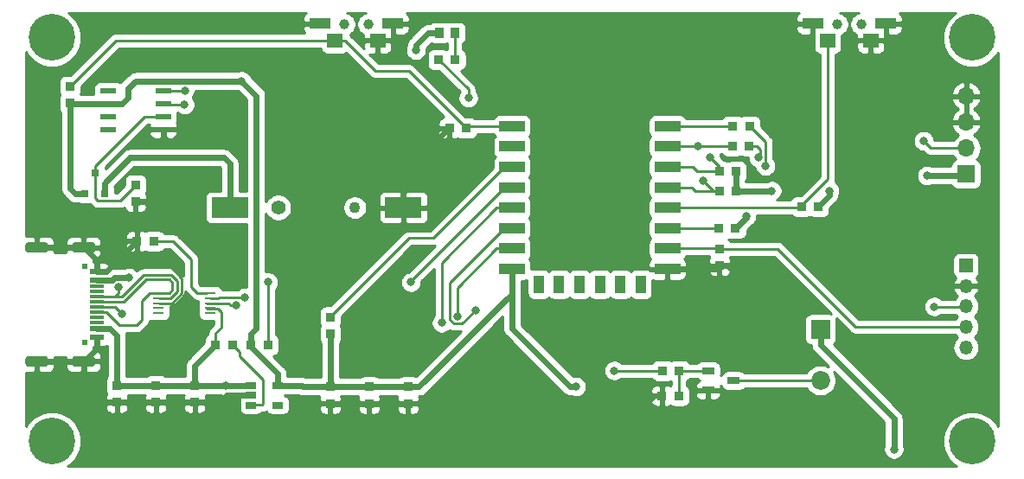
<source format=gbr>
G04 #@! TF.GenerationSoftware,KiCad,Pcbnew,(5.1.4)-1*
G04 #@! TF.CreationDate,2019-12-25T11:40:04+08:00*
G04 #@! TF.ProjectId,matrix_control_main,6d617472-6978-45f6-936f-6e74726f6c5f,rev?*
G04 #@! TF.SameCoordinates,Original*
G04 #@! TF.FileFunction,Copper,L1,Top*
G04 #@! TF.FilePolarity,Positive*
%FSLAX46Y46*%
G04 Gerber Fmt 4.6, Leading zero omitted, Abs format (unit mm)*
G04 Created by KiCad (PCBNEW (5.1.4)-1) date 2019-12-25 11:40:04*
%MOMM*%
%LPD*%
G04 APERTURE LIST*
%ADD10R,1.550000X0.600000*%
%ADD11C,0.620000*%
%ADD12C,0.600000*%
%ADD13C,4.560000*%
%ADD14R,3.600000X2.000000*%
%ADD15C,1.100000*%
%ADD16C,1.400000*%
%ADD17R,0.800100X0.800100*%
%ADD18R,1.350000X1.350000*%
%ADD19O,1.350000X1.350000*%
%ADD20R,1.400000X0.300000*%
%ADD21R,1.400000X0.600000*%
%ADD22C,0.100000*%
%ADD23C,1.000000*%
%ADD24R,0.965000X0.920000*%
%ADD25R,0.920000X0.965000*%
%ADD26R,1.500000X1.400000*%
%ADD27R,2.000000X1.000000*%
%ADD28R,2.500000X1.000000*%
%ADD29R,1.000000X1.800000*%
%ADD30R,1.850000X1.850000*%
%ADD31C,1.850000*%
%ADD32R,0.930000X0.980000*%
%ADD33R,1.250000X0.700000*%
%ADD34R,1.700000X1.700000*%
%ADD35O,1.700000X1.700000*%
%ADD36R,1.100000X0.250000*%
%ADD37R,1.060000X0.650000*%
%ADD38C,0.800000*%
%ADD39C,0.250000*%
%ADD40C,0.600000*%
%ADD41C,0.400000*%
%ADD42C,0.254000*%
G04 APERTURE END LIST*
D10*
X90010000Y-86995000D03*
X90010000Y-88265000D03*
X90010000Y-89535000D03*
X90010000Y-90805000D03*
X95410000Y-90805000D03*
X95410000Y-89535000D03*
X95410000Y-88265000D03*
X95410000Y-86995000D03*
D11*
X87698320Y-104188140D03*
X87698320Y-111698140D03*
D12*
X83240000Y-120060000D03*
X84500000Y-119540000D03*
X83240000Y-122580000D03*
X82720000Y-121320000D03*
X84500000Y-123100000D03*
X85760000Y-122580000D03*
D13*
X84500000Y-121320000D03*
D12*
X86280000Y-121320000D03*
X85760000Y-120060000D03*
X173340000Y-120060000D03*
X174600000Y-119540000D03*
X173340000Y-122580000D03*
X172820000Y-121320000D03*
X174600000Y-123100000D03*
X175860000Y-122580000D03*
D13*
X174600000Y-121320000D03*
D12*
X176380000Y-121320000D03*
X175860000Y-120060000D03*
X173340000Y-80560000D03*
X174600000Y-80040000D03*
X173340000Y-83080000D03*
X172820000Y-81820000D03*
X174600000Y-83600000D03*
X175860000Y-83080000D03*
D13*
X174600000Y-81820000D03*
D12*
X176380000Y-81820000D03*
X175860000Y-80560000D03*
X85760000Y-80560000D03*
X86280000Y-81820000D03*
D13*
X84500000Y-81820000D03*
D12*
X85760000Y-83080000D03*
X84500000Y-83600000D03*
X82720000Y-81820000D03*
X83240000Y-83080000D03*
X84500000Y-80040000D03*
X83240000Y-80560000D03*
D14*
X118908720Y-98463100D03*
X101908720Y-98463100D03*
D15*
X114158720Y-98463100D03*
D16*
X106658720Y-98463100D03*
D17*
X87762040Y-97073720D03*
X89662040Y-97073720D03*
X88712040Y-95074740D03*
D18*
X173990000Y-104140000D03*
D19*
X173990000Y-106140000D03*
X173990000Y-108140000D03*
X173990000Y-110140000D03*
X173990000Y-112140000D03*
D20*
X88900000Y-107700000D03*
D21*
X88900000Y-105550000D03*
D20*
X88900000Y-106200000D03*
X88900000Y-109200000D03*
D22*
G36*
X83894504Y-101876204D02*
G01*
X83918773Y-101879804D01*
X83942571Y-101885765D01*
X83965671Y-101894030D01*
X83987849Y-101904520D01*
X84008893Y-101917133D01*
X84028598Y-101931747D01*
X84046777Y-101948223D01*
X84063253Y-101966402D01*
X84077867Y-101986107D01*
X84090480Y-102007151D01*
X84100970Y-102029329D01*
X84109235Y-102052429D01*
X84115196Y-102076227D01*
X84118796Y-102100496D01*
X84120000Y-102125000D01*
X84120000Y-102625000D01*
X84118796Y-102649504D01*
X84115196Y-102673773D01*
X84109235Y-102697571D01*
X84100970Y-102720671D01*
X84090480Y-102742849D01*
X84077867Y-102763893D01*
X84063253Y-102783598D01*
X84046777Y-102801777D01*
X84028598Y-102818253D01*
X84008893Y-102832867D01*
X83987849Y-102845480D01*
X83965671Y-102855970D01*
X83942571Y-102864235D01*
X83918773Y-102870196D01*
X83894504Y-102873796D01*
X83870000Y-102875000D01*
X82170000Y-102875000D01*
X82145496Y-102873796D01*
X82121227Y-102870196D01*
X82097429Y-102864235D01*
X82074329Y-102855970D01*
X82052151Y-102845480D01*
X82031107Y-102832867D01*
X82011402Y-102818253D01*
X81993223Y-102801777D01*
X81976747Y-102783598D01*
X81962133Y-102763893D01*
X81949520Y-102742849D01*
X81939030Y-102720671D01*
X81930765Y-102697571D01*
X81924804Y-102673773D01*
X81921204Y-102649504D01*
X81920000Y-102625000D01*
X81920000Y-102125000D01*
X81921204Y-102100496D01*
X81924804Y-102076227D01*
X81930765Y-102052429D01*
X81939030Y-102029329D01*
X81949520Y-102007151D01*
X81962133Y-101986107D01*
X81976747Y-101966402D01*
X81993223Y-101948223D01*
X82011402Y-101931747D01*
X82031107Y-101917133D01*
X82052151Y-101904520D01*
X82074329Y-101894030D01*
X82097429Y-101885765D01*
X82121227Y-101879804D01*
X82145496Y-101876204D01*
X82170000Y-101875000D01*
X83870000Y-101875000D01*
X83894504Y-101876204D01*
X83894504Y-101876204D01*
G37*
D23*
X83020000Y-102375000D03*
D20*
X88900000Y-107200000D03*
D22*
G36*
X88494504Y-113026204D02*
G01*
X88518773Y-113029804D01*
X88542571Y-113035765D01*
X88565671Y-113044030D01*
X88587849Y-113054520D01*
X88608893Y-113067133D01*
X88628598Y-113081747D01*
X88646777Y-113098223D01*
X88663253Y-113116402D01*
X88677867Y-113136107D01*
X88690480Y-113157151D01*
X88700970Y-113179329D01*
X88709235Y-113202429D01*
X88715196Y-113226227D01*
X88718796Y-113250496D01*
X88720000Y-113275000D01*
X88720000Y-113775000D01*
X88718796Y-113799504D01*
X88715196Y-113823773D01*
X88709235Y-113847571D01*
X88700970Y-113870671D01*
X88690480Y-113892849D01*
X88677867Y-113913893D01*
X88663253Y-113933598D01*
X88646777Y-113951777D01*
X88628598Y-113968253D01*
X88608893Y-113982867D01*
X88587849Y-113995480D01*
X88565671Y-114005970D01*
X88542571Y-114014235D01*
X88518773Y-114020196D01*
X88494504Y-114023796D01*
X88470000Y-114025000D01*
X86770000Y-114025000D01*
X86745496Y-114023796D01*
X86721227Y-114020196D01*
X86697429Y-114014235D01*
X86674329Y-114005970D01*
X86652151Y-113995480D01*
X86631107Y-113982867D01*
X86611402Y-113968253D01*
X86593223Y-113951777D01*
X86576747Y-113933598D01*
X86562133Y-113913893D01*
X86549520Y-113892849D01*
X86539030Y-113870671D01*
X86530765Y-113847571D01*
X86524804Y-113823773D01*
X86521204Y-113799504D01*
X86520000Y-113775000D01*
X86520000Y-113275000D01*
X86521204Y-113250496D01*
X86524804Y-113226227D01*
X86530765Y-113202429D01*
X86539030Y-113179329D01*
X86549520Y-113157151D01*
X86562133Y-113136107D01*
X86576747Y-113116402D01*
X86593223Y-113098223D01*
X86611402Y-113081747D01*
X86631107Y-113067133D01*
X86652151Y-113054520D01*
X86674329Y-113044030D01*
X86697429Y-113035765D01*
X86721227Y-113029804D01*
X86745496Y-113026204D01*
X86770000Y-113025000D01*
X88470000Y-113025000D01*
X88494504Y-113026204D01*
X88494504Y-113026204D01*
G37*
D23*
X87620000Y-113525000D03*
D21*
X88900000Y-104750000D03*
D22*
G36*
X83894504Y-113026204D02*
G01*
X83918773Y-113029804D01*
X83942571Y-113035765D01*
X83965671Y-113044030D01*
X83987849Y-113054520D01*
X84008893Y-113067133D01*
X84028598Y-113081747D01*
X84046777Y-113098223D01*
X84063253Y-113116402D01*
X84077867Y-113136107D01*
X84090480Y-113157151D01*
X84100970Y-113179329D01*
X84109235Y-113202429D01*
X84115196Y-113226227D01*
X84118796Y-113250496D01*
X84120000Y-113275000D01*
X84120000Y-113775000D01*
X84118796Y-113799504D01*
X84115196Y-113823773D01*
X84109235Y-113847571D01*
X84100970Y-113870671D01*
X84090480Y-113892849D01*
X84077867Y-113913893D01*
X84063253Y-113933598D01*
X84046777Y-113951777D01*
X84028598Y-113968253D01*
X84008893Y-113982867D01*
X83987849Y-113995480D01*
X83965671Y-114005970D01*
X83942571Y-114014235D01*
X83918773Y-114020196D01*
X83894504Y-114023796D01*
X83870000Y-114025000D01*
X82170000Y-114025000D01*
X82145496Y-114023796D01*
X82121227Y-114020196D01*
X82097429Y-114014235D01*
X82074329Y-114005970D01*
X82052151Y-113995480D01*
X82031107Y-113982867D01*
X82011402Y-113968253D01*
X81993223Y-113951777D01*
X81976747Y-113933598D01*
X81962133Y-113913893D01*
X81949520Y-113892849D01*
X81939030Y-113870671D01*
X81930765Y-113847571D01*
X81924804Y-113823773D01*
X81921204Y-113799504D01*
X81920000Y-113775000D01*
X81920000Y-113275000D01*
X81921204Y-113250496D01*
X81924804Y-113226227D01*
X81930765Y-113202429D01*
X81939030Y-113179329D01*
X81949520Y-113157151D01*
X81962133Y-113136107D01*
X81976747Y-113116402D01*
X81993223Y-113098223D01*
X82011402Y-113081747D01*
X82031107Y-113067133D01*
X82052151Y-113054520D01*
X82074329Y-113044030D01*
X82097429Y-113035765D01*
X82121227Y-113029804D01*
X82145496Y-113026204D01*
X82170000Y-113025000D01*
X83870000Y-113025000D01*
X83894504Y-113026204D01*
X83894504Y-113026204D01*
G37*
D23*
X83020000Y-113525000D03*
D21*
X88900000Y-110350000D03*
D20*
X88900000Y-108700000D03*
X88900000Y-106700000D03*
D22*
G36*
X88494504Y-101876204D02*
G01*
X88518773Y-101879804D01*
X88542571Y-101885765D01*
X88565671Y-101894030D01*
X88587849Y-101904520D01*
X88608893Y-101917133D01*
X88628598Y-101931747D01*
X88646777Y-101948223D01*
X88663253Y-101966402D01*
X88677867Y-101986107D01*
X88690480Y-102007151D01*
X88700970Y-102029329D01*
X88709235Y-102052429D01*
X88715196Y-102076227D01*
X88718796Y-102100496D01*
X88720000Y-102125000D01*
X88720000Y-102625000D01*
X88718796Y-102649504D01*
X88715196Y-102673773D01*
X88709235Y-102697571D01*
X88700970Y-102720671D01*
X88690480Y-102742849D01*
X88677867Y-102763893D01*
X88663253Y-102783598D01*
X88646777Y-102801777D01*
X88628598Y-102818253D01*
X88608893Y-102832867D01*
X88587849Y-102845480D01*
X88565671Y-102855970D01*
X88542571Y-102864235D01*
X88518773Y-102870196D01*
X88494504Y-102873796D01*
X88470000Y-102875000D01*
X86770000Y-102875000D01*
X86745496Y-102873796D01*
X86721227Y-102870196D01*
X86697429Y-102864235D01*
X86674329Y-102855970D01*
X86652151Y-102845480D01*
X86631107Y-102832867D01*
X86611402Y-102818253D01*
X86593223Y-102801777D01*
X86576747Y-102783598D01*
X86562133Y-102763893D01*
X86549520Y-102742849D01*
X86539030Y-102720671D01*
X86530765Y-102697571D01*
X86524804Y-102673773D01*
X86521204Y-102649504D01*
X86520000Y-102625000D01*
X86520000Y-102125000D01*
X86521204Y-102100496D01*
X86524804Y-102076227D01*
X86530765Y-102052429D01*
X86539030Y-102029329D01*
X86549520Y-102007151D01*
X86562133Y-101986107D01*
X86576747Y-101966402D01*
X86593223Y-101948223D01*
X86611402Y-101931747D01*
X86631107Y-101917133D01*
X86652151Y-101904520D01*
X86674329Y-101894030D01*
X86697429Y-101885765D01*
X86721227Y-101879804D01*
X86745496Y-101876204D01*
X86770000Y-101875000D01*
X88470000Y-101875000D01*
X88494504Y-101876204D01*
X88494504Y-101876204D01*
G37*
D23*
X87620000Y-102375000D03*
D21*
X88900000Y-111150000D03*
D20*
X88900000Y-108200000D03*
X88900000Y-109700000D03*
D24*
X149855340Y-94927420D03*
X151495340Y-94927420D03*
X151503380Y-96822260D03*
X149863380Y-96822260D03*
D25*
X86288880Y-86612300D03*
X86288880Y-88252300D03*
X111760000Y-110820000D03*
X111760000Y-109180000D03*
X149860000Y-104140000D03*
X149860000Y-102500000D03*
D24*
X151125340Y-92443300D03*
X152765340Y-92443300D03*
X152790740Y-90479880D03*
X151150740Y-90479880D03*
X104008340Y-111907320D03*
X105648340Y-111907320D03*
X100543780Y-111907320D03*
X102183780Y-111907320D03*
D26*
X116412720Y-82111800D03*
X112187280Y-82111800D03*
D27*
X117881400Y-80448200D03*
X110718600Y-80448200D03*
D23*
X115462710Y-80511800D03*
X113162690Y-80511800D03*
X161422690Y-80511800D03*
X163722710Y-80511800D03*
D27*
X158978600Y-80448200D03*
X166141400Y-80448200D03*
D26*
X160447280Y-82111800D03*
X164672720Y-82111800D03*
D28*
X129560000Y-90480000D03*
X129560000Y-92480000D03*
X129560000Y-94480000D03*
X129560000Y-96480000D03*
X129560000Y-98480000D03*
X129560000Y-100480000D03*
X129560000Y-102480000D03*
X129560000Y-104480000D03*
D29*
X132160000Y-105980000D03*
X134160000Y-105980000D03*
X136160000Y-105980000D03*
X138160000Y-105980000D03*
X140160000Y-105980000D03*
X142160000Y-105980000D03*
D28*
X144760000Y-104480000D03*
X144760000Y-102480000D03*
X144760000Y-100480000D03*
X144760000Y-98480000D03*
X144760000Y-96480000D03*
X144760000Y-94480000D03*
X144760000Y-92480000D03*
X144760000Y-90480000D03*
D24*
X123424100Y-90688160D03*
X125064100Y-90688160D03*
X94484620Y-101754940D03*
X92844620Y-101754940D03*
D25*
X92704920Y-97883980D03*
X92704920Y-96243980D03*
X90870000Y-115910000D03*
X90870000Y-117550000D03*
X94680000Y-115910000D03*
X94680000Y-117550000D03*
X98490000Y-115910000D03*
X98490000Y-117550000D03*
X111760000Y-117660000D03*
X111760000Y-116020000D03*
X115570000Y-116020000D03*
X115570000Y-117660000D03*
X119380000Y-117660000D03*
X119380000Y-116020000D03*
D30*
X159743140Y-110385860D03*
D31*
X159743140Y-115385860D03*
D32*
X122435240Y-81343500D03*
X123975240Y-81343500D03*
D33*
X148742080Y-114454900D03*
X148742080Y-116354900D03*
X151242080Y-115404900D03*
D24*
X144275380Y-114439700D03*
X145915380Y-114439700D03*
X144231360Y-116885720D03*
X145871360Y-116885720D03*
X123984600Y-83987640D03*
X122344600Y-83987640D03*
X157894440Y-98376740D03*
X159534440Y-98376740D03*
X151434380Y-100487480D03*
X149794380Y-100487480D03*
D34*
X174002700Y-95181420D03*
D35*
X174002700Y-92641420D03*
X174002700Y-90101420D03*
X174002700Y-87561420D03*
D36*
X94917420Y-106817920D03*
X94917420Y-107317920D03*
X94917420Y-107817920D03*
X94917420Y-108317920D03*
X94917420Y-108817920D03*
X100017420Y-108817920D03*
X100017420Y-108317920D03*
X100017420Y-107817920D03*
X100017420Y-107317920D03*
X100017420Y-106817920D03*
D37*
X104008400Y-115907780D03*
X104008400Y-116857780D03*
X104008400Y-117807780D03*
X106608400Y-117807780D03*
X106608400Y-115907780D03*
D38*
X96161860Y-92278200D03*
X94073980Y-98290380D03*
X151333200Y-104802940D03*
X116862860Y-90937080D03*
X104889300Y-120380760D03*
X109192060Y-120451880D03*
X115100100Y-120891300D03*
X124579380Y-119578120D03*
X123924060Y-116880640D03*
X128882140Y-118338600D03*
X118745000Y-110609380D03*
X131216400Y-114327940D03*
X133695440Y-116588540D03*
X138755120Y-116857780D03*
X142318740Y-118219220D03*
X155209240Y-117901720D03*
X151429720Y-84602320D03*
X155105100Y-86263480D03*
X155717240Y-83639660D03*
X153355040Y-82412840D03*
X158168340Y-88976200D03*
X163156900Y-87315040D03*
X168145460Y-88714580D03*
X171000420Y-122351800D03*
X95671640Y-103819960D03*
X92031820Y-105323640D03*
X101486060Y-115910000D03*
X166931340Y-122130820D03*
X154988260Y-96812100D03*
X170180000Y-95341440D03*
X135801100Y-115999260D03*
X120149620Y-83032600D03*
X103080820Y-86055200D03*
X152481280Y-99319080D03*
X160624520Y-96812100D03*
X124203460Y-109103160D03*
X170873420Y-108160820D03*
X122648980Y-109745780D03*
X169839640Y-91920060D03*
X105674160Y-105768140D03*
X119649240Y-105768140D03*
X91371420Y-108869480D03*
X91000580Y-106286300D03*
X148920200Y-93543120D03*
X97487740Y-88386920D03*
X125277880Y-87717460D03*
X147787360Y-92433140D03*
X153656200Y-93567800D03*
X102567740Y-108038900D03*
X154373580Y-94381320D03*
X103367840Y-107281980D03*
X148275040Y-95854520D03*
X97510600Y-86992460D03*
X125950980Y-108503720D03*
X139547600Y-114432080D03*
D39*
X89850000Y-104750000D02*
X89852140Y-104752140D01*
X89980798Y-104619202D02*
X89850000Y-104750000D01*
X89850000Y-104750000D02*
X88900000Y-104750000D01*
X90067542Y-104619202D02*
X89980798Y-104619202D01*
X92704920Y-101615240D02*
X92844620Y-101754940D01*
X92704920Y-97883980D02*
X92704920Y-101615240D01*
D40*
X123401600Y-90688160D02*
X123424100Y-90688160D01*
X118908720Y-95181040D02*
X123401600Y-90688160D01*
X118908720Y-98463100D02*
X118908720Y-95181040D01*
X89849560Y-104750000D02*
X92844620Y-101754940D01*
X88900000Y-104750000D02*
X89849560Y-104750000D01*
X88900000Y-103655000D02*
X87620000Y-102375000D01*
X88900000Y-104750000D02*
X88900000Y-103655000D01*
X83020000Y-102375000D02*
X87620000Y-102375000D01*
X88900000Y-112245000D02*
X87620000Y-113525000D01*
X88900000Y-111150000D02*
X88900000Y-112245000D01*
X87620000Y-113525000D02*
X83020000Y-113525000D01*
X89810000Y-117550000D02*
X90870000Y-117550000D01*
X87620000Y-115360000D02*
X89810000Y-117550000D01*
X87620000Y-113525000D02*
X87620000Y-115360000D01*
X90870000Y-117550000D02*
X94680000Y-117550000D01*
X94680000Y-117550000D02*
X98490000Y-117550000D01*
X111760000Y-117660000D02*
X115570000Y-117660000D01*
X119380000Y-117660000D02*
X115570000Y-117660000D01*
X149520000Y-104480000D02*
X149860000Y-104140000D01*
X144760000Y-104480000D02*
X149520000Y-104480000D01*
X150670260Y-104140000D02*
X151333200Y-104802940D01*
X149860000Y-104140000D02*
X150670260Y-104140000D01*
X95410000Y-91526340D02*
X96161860Y-92278200D01*
X95410000Y-90805000D02*
X95410000Y-91526340D01*
X93667580Y-97883980D02*
X94073980Y-98290380D01*
X92704920Y-97883980D02*
X93667580Y-97883980D01*
D39*
X143652240Y-116885720D02*
X142318740Y-118219220D01*
X144231360Y-116885720D02*
X143652240Y-116885720D01*
D40*
X101582220Y-116857780D02*
X104008400Y-116857780D01*
X98490000Y-117550000D02*
X100890000Y-117550000D01*
X100890000Y-117550000D02*
X101582220Y-116857780D01*
D39*
X97211739Y-105360059D02*
X95671640Y-103819960D01*
X97211738Y-106864840D02*
X97211739Y-105360059D01*
X94982800Y-107823000D02*
X96253578Y-107823000D01*
X96253578Y-107823000D02*
X97211738Y-106864840D01*
D40*
X101908720Y-95617140D02*
X101908720Y-98463100D01*
D39*
X101908720Y-94142560D02*
X101908720Y-95617140D01*
D40*
X101908720Y-94142560D02*
X101352460Y-93586300D01*
X101908720Y-98463100D02*
X101908720Y-94142560D01*
X89662040Y-96073670D02*
X89662040Y-97073720D01*
X92149410Y-93586300D02*
X89662040Y-96073670D01*
X101352460Y-93586300D02*
X92149410Y-93586300D01*
D39*
X125272260Y-90480000D02*
X125064100Y-90688160D01*
X129560000Y-90480000D02*
X125272260Y-90480000D01*
X125041600Y-90688160D02*
X119443440Y-85090000D01*
X125064100Y-90688160D02*
X125041600Y-90688160D01*
X119443440Y-85090000D02*
X116165480Y-85090000D01*
X113187280Y-82111800D02*
X112187280Y-82111800D01*
X116165480Y-85090000D02*
X113187280Y-82111800D01*
X86288880Y-86589800D02*
X86288880Y-86612300D01*
X90766880Y-82111800D02*
X86288880Y-86589800D01*
X112187280Y-82111800D02*
X90766880Y-82111800D01*
X98750460Y-106823000D02*
X98140520Y-106213060D01*
X98140520Y-106213060D02*
X98140520Y-103550720D01*
X96344740Y-101754940D02*
X94484620Y-101754940D01*
X98140520Y-103550720D02*
X96344740Y-101754940D01*
X99007420Y-106823000D02*
X99682800Y-106823000D01*
X98750460Y-106823000D02*
X99007420Y-106823000D01*
X95885000Y-89535000D02*
X95410000Y-89535000D01*
X94385000Y-89535000D02*
X95410000Y-89535000D01*
X93601730Y-89535000D02*
X94385000Y-89535000D01*
X88712040Y-94424690D02*
X93601730Y-89535000D01*
X88712040Y-95074740D02*
X88712040Y-94424690D01*
X88712040Y-95724790D02*
X88712040Y-95074740D01*
X88712040Y-97508822D02*
X88712040Y-95724790D01*
X89001989Y-97798771D02*
X88712040Y-97508822D01*
X91172629Y-97798771D02*
X89001989Y-97798771D01*
X92704920Y-96266480D02*
X91172629Y-97798771D01*
X92704920Y-96243980D02*
X92704920Y-96266480D01*
X90870000Y-115177500D02*
X90870000Y-115910000D01*
D40*
X90870000Y-114827500D02*
X90870000Y-115910000D01*
X90870000Y-111020000D02*
X90870000Y-114827500D01*
X90200000Y-110350000D02*
X90870000Y-111020000D01*
X88900000Y-110350000D02*
X90200000Y-110350000D01*
X90870000Y-115910000D02*
X94680000Y-115910000D01*
X94680000Y-115910000D02*
X98490000Y-115910000D01*
X98490000Y-115910000D02*
X101486060Y-115910000D01*
X98490000Y-113961100D02*
X100543780Y-111907320D01*
X98490000Y-115910000D02*
X98490000Y-113961100D01*
X159743140Y-111910860D02*
X166931340Y-119099060D01*
X159743140Y-110385860D02*
X159743140Y-111910860D01*
X166931340Y-119099060D02*
X166931340Y-122130820D01*
X91466135Y-105323640D02*
X92031820Y-105323640D01*
X90631238Y-105323640D02*
X91466135Y-105323640D01*
X90404878Y-105550000D02*
X90631238Y-105323640D01*
X88900000Y-105550000D02*
X90404878Y-105550000D01*
X100543780Y-111907320D02*
X100543780Y-111704818D01*
D39*
X99682800Y-108323000D02*
X100736020Y-108323000D01*
X100736020Y-108323000D02*
X101107240Y-108694220D01*
X101107240Y-108694220D02*
X101107240Y-110210600D01*
X100543780Y-110774060D02*
X100543780Y-111907320D01*
X101107240Y-110210600D02*
X100543780Y-110774060D01*
D40*
X104006180Y-115910000D02*
X104008400Y-115907780D01*
X101486060Y-115910000D02*
X104006180Y-115910000D01*
D39*
X90485000Y-88265000D02*
X90010000Y-88265000D01*
D41*
X104008340Y-111907320D02*
X104030840Y-111907320D01*
X129560000Y-105817500D02*
X129560000Y-104480000D01*
X119380000Y-116020000D02*
X119380000Y-115997500D01*
D40*
X151503380Y-94935460D02*
X151495340Y-94927420D01*
X151503380Y-96822260D02*
X151503380Y-94935460D01*
X151503380Y-96822260D02*
X154978100Y-96822260D01*
X154978100Y-96822260D02*
X154988260Y-96812100D01*
X129560000Y-110323845D02*
X129560000Y-105580000D01*
X135235415Y-115999260D02*
X129560000Y-110323845D01*
X135801100Y-115999260D02*
X135235415Y-115999260D01*
X111760000Y-116020000D02*
X115570000Y-116020000D01*
X115570000Y-116020000D02*
X119380000Y-116020000D01*
X129560000Y-105580000D02*
X129560000Y-104480000D01*
X129560000Y-106900000D02*
X129560000Y-105580000D01*
X120440000Y-116020000D02*
X129560000Y-106900000D01*
X119380000Y-116020000D02*
X120440000Y-116020000D01*
X111760000Y-116020000D02*
X111760000Y-110820000D01*
X104521000Y-110334660D02*
X104521000Y-87495380D01*
X104008340Y-110847320D02*
X104521000Y-110334660D01*
X104008340Y-111907320D02*
X104008340Y-110847320D01*
X92694800Y-86055200D02*
X91946750Y-86803250D01*
X103080820Y-86055200D02*
X103080820Y-86055200D01*
X104521000Y-87495380D02*
X103080820Y-86055200D01*
X91385000Y-88265000D02*
X90010000Y-88265000D01*
X91946750Y-87703250D02*
X91385000Y-88265000D01*
X91946750Y-86803250D02*
X91946750Y-87703250D01*
X86301580Y-88265000D02*
X86288880Y-88252300D01*
X90010000Y-88265000D02*
X86301580Y-88265000D01*
X86761990Y-97073720D02*
X87762040Y-97073720D01*
X86288880Y-96600610D02*
X86761990Y-97073720D01*
X86288880Y-88252300D02*
X86288880Y-96600610D01*
X121370240Y-81343500D02*
X120149620Y-82564120D01*
X122435240Y-81343500D02*
X121370240Y-81343500D01*
X120149620Y-82564120D02*
X120149620Y-83032600D01*
X103080820Y-86055200D02*
X92694800Y-86055200D01*
X152481280Y-99440580D02*
X151434380Y-100487480D01*
X152481280Y-99319080D02*
X152481280Y-99440580D01*
X160624520Y-97286660D02*
X159534440Y-98376740D01*
X160624520Y-96812100D02*
X160624520Y-97286660D01*
X173842680Y-95341440D02*
X174002700Y-95181420D01*
X170180000Y-95341440D02*
X173842680Y-95341440D01*
X106608400Y-114709882D02*
X106608400Y-115907780D01*
X104008340Y-111907320D02*
X104008340Y-112109822D01*
X104008340Y-112109822D02*
X106608400Y-114709882D01*
X106608400Y-115907780D02*
X108968500Y-115907780D01*
X109080720Y-116020000D02*
X111760000Y-116020000D01*
X108968500Y-115907780D02*
X109080720Y-116020000D01*
D39*
X128060000Y-102480000D02*
X124203460Y-106336540D01*
X129560000Y-102480000D02*
X128060000Y-102480000D01*
X124203460Y-106336540D02*
X124203460Y-109103160D01*
X173969180Y-108160820D02*
X173990000Y-108140000D01*
X170873420Y-108160820D02*
X173969180Y-108160820D01*
X149840000Y-102480000D02*
X149860000Y-102500000D01*
X144760000Y-102480000D02*
X149840000Y-102480000D01*
X163177740Y-110140000D02*
X173990000Y-110140000D01*
X149860000Y-102500000D02*
X155537740Y-102500000D01*
X155537740Y-102500000D02*
X163177740Y-110140000D01*
X128060000Y-98480000D02*
X122648980Y-103891020D01*
X129560000Y-98480000D02*
X128060000Y-98480000D01*
X122648980Y-103891020D02*
X122648980Y-109745780D01*
X105648340Y-105793960D02*
X105674160Y-105768140D01*
X105648340Y-111907320D02*
X105648340Y-105793960D01*
X173975780Y-91920060D02*
X173984920Y-91929200D01*
X128810000Y-96480000D02*
X119634000Y-105656000D01*
X129560000Y-96480000D02*
X128810000Y-96480000D01*
X119634000Y-105752900D02*
X119649240Y-105768140D01*
X119634000Y-105656000D02*
X119634000Y-105752900D01*
X170561000Y-92641420D02*
X174002700Y-92641420D01*
X169839640Y-91920060D02*
X170561000Y-92641420D01*
X88900000Y-107700000D02*
X91514740Y-107700000D01*
X91514740Y-107700000D02*
X93695520Y-105519220D01*
X93695520Y-105519220D02*
X96019620Y-105519220D01*
X96019620Y-105519220D02*
X96311720Y-105811320D01*
X96311720Y-105811320D02*
X96311720Y-106492040D01*
X96311720Y-106492040D02*
X95980760Y-106823000D01*
X89835002Y-108700000D02*
X91134782Y-109999780D01*
X88900000Y-108700000D02*
X89835002Y-108700000D01*
X91134782Y-109999780D02*
X92793820Y-109999780D01*
X92793820Y-109999780D02*
X93319600Y-109474000D01*
X93319600Y-107578860D02*
X94075460Y-106823000D01*
X93319600Y-109474000D02*
X93319600Y-107578860D01*
X94075460Y-106823000D02*
X94982800Y-106823000D01*
X95980760Y-106823000D02*
X94982800Y-106823000D01*
X96761729Y-106678441D02*
X96117170Y-107323000D01*
X96761730Y-105624920D02*
X96761729Y-106678441D01*
X96206021Y-105069211D02*
X96761730Y-105624920D01*
X93509120Y-105069210D02*
X96206021Y-105069211D01*
X91378330Y-107200000D02*
X93509120Y-105069210D01*
X88900000Y-108200000D02*
X90701940Y-108200000D01*
X90701940Y-108200000D02*
X91371420Y-108869480D01*
X90652565Y-107200000D02*
X90295160Y-107200000D01*
X91000580Y-106851985D02*
X90652565Y-107200000D01*
X91000580Y-106286300D02*
X91000580Y-106851985D01*
X88900000Y-107200000D02*
X90295160Y-107200000D01*
X90295160Y-107200000D02*
X91378330Y-107200000D01*
X95694120Y-107323000D02*
X94982800Y-107323000D01*
X96117170Y-107323000D02*
X95694120Y-107323000D01*
X144760000Y-94480000D02*
X147253580Y-94480000D01*
X147701000Y-94927420D02*
X149855340Y-94927420D01*
X147253580Y-94480000D02*
X147701000Y-94927420D01*
X149855340Y-94927420D02*
X149855340Y-94478260D01*
X149855340Y-94478260D02*
X148920200Y-93543120D01*
X95531920Y-88386920D02*
X95410000Y-88265000D01*
X97487740Y-88386920D02*
X95531920Y-88386920D01*
X128810000Y-94480000D02*
X129560000Y-94480000D01*
X121827160Y-101462840D02*
X128810000Y-94480000D01*
X119454660Y-101462840D02*
X121827160Y-101462840D01*
X111760000Y-109157500D02*
X119454660Y-101462840D01*
X111760000Y-109180000D02*
X111760000Y-109157500D01*
X151088640Y-92480000D02*
X151125340Y-92443300D01*
X144760000Y-92480000D02*
X151088640Y-92480000D01*
X122367100Y-83987640D02*
X125277880Y-86898420D01*
X122344600Y-83987640D02*
X122367100Y-83987640D01*
X125277880Y-86898420D02*
X125277880Y-87652860D01*
X125277880Y-87652860D02*
X125277880Y-87717460D01*
X153497840Y-92443300D02*
X153824940Y-92770400D01*
X152765340Y-92443300D02*
X153497840Y-92443300D01*
X153824940Y-92770400D02*
X153824940Y-93388180D01*
X153824940Y-93388180D02*
X153824940Y-93399060D01*
X153824940Y-93399060D02*
X153656200Y-93567800D01*
X102002055Y-108038900D02*
X101786155Y-107823000D01*
X102567740Y-108038900D02*
X102002055Y-108038900D01*
X100571300Y-107823000D02*
X99682800Y-107823000D01*
X101786155Y-107823000D02*
X100571300Y-107823000D01*
X152813240Y-90479880D02*
X154381200Y-92047840D01*
X152790740Y-90479880D02*
X152813240Y-90479880D01*
X154381200Y-92047840D02*
X154381200Y-94373700D01*
X154381200Y-94373700D02*
X154373580Y-94381320D01*
X102802155Y-107281980D02*
X103367840Y-107281980D01*
X100853360Y-107281980D02*
X102802155Y-107281980D01*
X100817420Y-107317920D02*
X100853360Y-107281980D01*
X100017420Y-107317920D02*
X100817420Y-107317920D01*
X151150620Y-90480000D02*
X151150740Y-90479880D01*
X144760000Y-90480000D02*
X151150620Y-90480000D01*
X105090000Y-117790000D02*
X104310000Y-117790000D01*
X105165001Y-117714999D02*
X105090000Y-117790000D01*
X105165001Y-115304999D02*
X105165001Y-117714999D01*
X102916280Y-112617320D02*
X102916280Y-113056278D01*
X102206280Y-111907320D02*
X102916280Y-112617320D01*
X102916280Y-113056278D02*
X105165001Y-115304999D01*
X102183780Y-111907320D02*
X102206280Y-111907320D01*
X144760000Y-96480000D02*
X147178400Y-96480000D01*
X147520660Y-96822260D02*
X149863380Y-96822260D01*
X147178400Y-96480000D02*
X147520660Y-96822260D01*
X149863380Y-96822260D02*
X149242780Y-96822260D01*
X149242780Y-96822260D02*
X148275040Y-95854520D01*
X95412540Y-86992460D02*
X95410000Y-86995000D01*
X97510600Y-86992460D02*
X95412540Y-86992460D01*
X159724100Y-115404900D02*
X159743140Y-115385860D01*
X151242080Y-115404900D02*
X159724100Y-115404900D01*
X123975240Y-83978280D02*
X123984600Y-83987640D01*
X123975240Y-81343500D02*
X123975240Y-83978280D01*
X145915380Y-116841700D02*
X145871360Y-116885720D01*
X145915380Y-114439700D02*
X145915380Y-116841700D01*
X148726880Y-114439700D02*
X148742080Y-114454900D01*
X145915380Y-114439700D02*
X148726880Y-114439700D01*
X128810000Y-100480000D02*
X123478459Y-105811541D01*
X129560000Y-100480000D02*
X128810000Y-100480000D01*
X123478459Y-105811541D02*
X123478459Y-109451161D01*
X123478459Y-109451161D02*
X123855459Y-109828161D01*
X123855459Y-109828161D02*
X124626539Y-109828161D01*
X124626539Y-109828161D02*
X125950980Y-108503720D01*
X144267760Y-114432080D02*
X144275380Y-114439700D01*
X139555220Y-114439700D02*
X139547600Y-114432080D01*
X144275380Y-114439700D02*
X139555220Y-114439700D01*
X144760000Y-98480000D02*
X157671380Y-98480000D01*
X160447280Y-95704100D02*
X160447280Y-82111800D01*
X157671380Y-98480000D02*
X160447280Y-95704100D01*
X144767480Y-100487480D02*
X144760000Y-100480000D01*
X149794380Y-100487480D02*
X144767480Y-100487480D01*
D42*
G36*
X115131643Y-79420417D02*
G01*
X114925086Y-79505976D01*
X114739190Y-79630188D01*
X114581098Y-79788280D01*
X114456886Y-79974176D01*
X114371327Y-80180733D01*
X114327710Y-80400012D01*
X114327710Y-80623588D01*
X114371327Y-80842867D01*
X114456886Y-81049424D01*
X114581098Y-81235320D01*
X114739190Y-81393412D01*
X114925086Y-81517624D01*
X115025742Y-81559317D01*
X115027720Y-81826050D01*
X115186470Y-81984800D01*
X116285720Y-81984800D01*
X116285720Y-81964800D01*
X116539720Y-81964800D01*
X116539720Y-81984800D01*
X117638970Y-81984800D01*
X117797720Y-81826050D01*
X117800792Y-81411800D01*
X117788532Y-81287318D01*
X117754400Y-81174800D01*
X117754400Y-80575200D01*
X118008400Y-80575200D01*
X118008400Y-81424450D01*
X118167150Y-81583200D01*
X118881400Y-81586272D01*
X119005882Y-81574012D01*
X119125580Y-81537702D01*
X119235894Y-81478737D01*
X119332585Y-81399385D01*
X119411937Y-81302694D01*
X119470902Y-81192380D01*
X119507212Y-81072682D01*
X119519472Y-80948200D01*
X119516400Y-80733950D01*
X119357650Y-80575200D01*
X118008400Y-80575200D01*
X117754400Y-80575200D01*
X117734400Y-80575200D01*
X117734400Y-80321200D01*
X117754400Y-80321200D01*
X117754400Y-80301200D01*
X118008400Y-80301200D01*
X118008400Y-80321200D01*
X119357650Y-80321200D01*
X119516400Y-80162450D01*
X119519472Y-79948200D01*
X119507212Y-79823718D01*
X119470902Y-79704020D01*
X119411937Y-79593706D01*
X119332585Y-79497015D01*
X119235894Y-79417663D01*
X119202849Y-79400000D01*
X157657151Y-79400000D01*
X157624106Y-79417663D01*
X157527415Y-79497015D01*
X157448063Y-79593706D01*
X157389098Y-79704020D01*
X157352788Y-79823718D01*
X157340528Y-79948200D01*
X157343600Y-80162450D01*
X157502350Y-80321200D01*
X158851600Y-80321200D01*
X158851600Y-80301200D01*
X159105600Y-80301200D01*
X159105600Y-80321200D01*
X159125600Y-80321200D01*
X159125600Y-80575200D01*
X159105600Y-80575200D01*
X159105600Y-81174800D01*
X159071468Y-81287318D01*
X159059208Y-81411800D01*
X159059208Y-82811800D01*
X159071468Y-82936282D01*
X159107778Y-83055980D01*
X159166743Y-83166294D01*
X159246095Y-83262985D01*
X159342786Y-83342337D01*
X159453100Y-83401302D01*
X159572798Y-83437612D01*
X159687281Y-83448887D01*
X159687280Y-95389297D01*
X157797911Y-97278668D01*
X157411940Y-97278668D01*
X157287458Y-97290928D01*
X157167760Y-97327238D01*
X157057446Y-97386203D01*
X156960755Y-97465555D01*
X156881403Y-97562246D01*
X156822438Y-97672560D01*
X156808047Y-97720000D01*
X155492442Y-97720000D01*
X155648034Y-97616037D01*
X155792197Y-97471874D01*
X155905465Y-97302356D01*
X155983486Y-97113998D01*
X156023260Y-96914039D01*
X156023260Y-96710161D01*
X155983486Y-96510202D01*
X155905465Y-96321844D01*
X155792197Y-96152326D01*
X155648034Y-96008163D01*
X155478516Y-95894895D01*
X155290158Y-95816874D01*
X155090199Y-95777100D01*
X154886321Y-95777100D01*
X154686362Y-95816874D01*
X154516436Y-95887260D01*
X152438380Y-95887260D01*
X152438380Y-95827206D01*
X152508377Y-95741914D01*
X152567342Y-95631600D01*
X152603652Y-95511902D01*
X152615912Y-95387420D01*
X152615912Y-94467420D01*
X152603652Y-94342938D01*
X152567342Y-94223240D01*
X152508377Y-94112926D01*
X152429025Y-94016235D01*
X152332334Y-93936883D01*
X152222020Y-93877918D01*
X152102322Y-93841608D01*
X151977840Y-93829348D01*
X151012840Y-93829348D01*
X150888358Y-93841608D01*
X150768660Y-93877918D01*
X150675340Y-93927799D01*
X150582020Y-93877918D01*
X150462322Y-93841608D01*
X150337840Y-93829348D01*
X150281230Y-93829348D01*
X149955200Y-93503318D01*
X149955200Y-93441181D01*
X149915426Y-93241222D01*
X149914920Y-93240000D01*
X150102792Y-93240000D01*
X150112303Y-93257794D01*
X150191655Y-93354485D01*
X150288346Y-93433837D01*
X150398660Y-93492802D01*
X150518358Y-93529112D01*
X150642840Y-93541372D01*
X151607840Y-93541372D01*
X151732322Y-93529112D01*
X151852020Y-93492802D01*
X151945340Y-93442921D01*
X152038660Y-93492802D01*
X152158358Y-93529112D01*
X152282840Y-93541372D01*
X152621200Y-93541372D01*
X152621200Y-93669739D01*
X152660974Y-93869698D01*
X152738995Y-94058056D01*
X152852263Y-94227574D01*
X152996426Y-94371737D01*
X153165944Y-94485005D01*
X153354302Y-94563026D01*
X153354452Y-94563056D01*
X153378354Y-94683218D01*
X153456375Y-94871576D01*
X153569643Y-95041094D01*
X153713806Y-95185257D01*
X153883324Y-95298525D01*
X154071682Y-95376546D01*
X154271641Y-95416320D01*
X154475519Y-95416320D01*
X154675478Y-95376546D01*
X154863836Y-95298525D01*
X155033354Y-95185257D01*
X155177517Y-95041094D01*
X155290785Y-94871576D01*
X155368806Y-94683218D01*
X155408580Y-94483259D01*
X155408580Y-94279381D01*
X155368806Y-94079422D01*
X155290785Y-93891064D01*
X155177517Y-93721546D01*
X155141200Y-93685229D01*
X155141200Y-92085162D01*
X155144876Y-92047839D01*
X155141200Y-92010516D01*
X155141200Y-92010507D01*
X155130203Y-91898854D01*
X155086746Y-91755593D01*
X155016174Y-91623564D01*
X154921201Y-91507839D01*
X154892204Y-91484042D01*
X153911312Y-90503151D01*
X153911312Y-90019880D01*
X153899052Y-89895398D01*
X153862742Y-89775700D01*
X153803777Y-89665386D01*
X153724425Y-89568695D01*
X153627734Y-89489343D01*
X153517420Y-89430378D01*
X153397722Y-89394068D01*
X153273240Y-89381808D01*
X152308240Y-89381808D01*
X152183758Y-89394068D01*
X152064060Y-89430378D01*
X151970740Y-89480259D01*
X151877420Y-89430378D01*
X151757722Y-89394068D01*
X151633240Y-89381808D01*
X150668240Y-89381808D01*
X150543758Y-89394068D01*
X150424060Y-89430378D01*
X150313746Y-89489343D01*
X150217055Y-89568695D01*
X150137703Y-89665386D01*
X150108511Y-89720000D01*
X146591046Y-89720000D01*
X146540537Y-89625506D01*
X146461185Y-89528815D01*
X146364494Y-89449463D01*
X146254180Y-89390498D01*
X146134482Y-89354188D01*
X146010000Y-89341928D01*
X143510000Y-89341928D01*
X143385518Y-89354188D01*
X143265820Y-89390498D01*
X143155506Y-89449463D01*
X143058815Y-89528815D01*
X142979463Y-89625506D01*
X142920498Y-89735820D01*
X142884188Y-89855518D01*
X142871928Y-89980000D01*
X142871928Y-90980000D01*
X142884188Y-91104482D01*
X142920498Y-91224180D01*
X142979463Y-91334494D01*
X143058815Y-91431185D01*
X143118296Y-91480000D01*
X143058815Y-91528815D01*
X142979463Y-91625506D01*
X142920498Y-91735820D01*
X142884188Y-91855518D01*
X142871928Y-91980000D01*
X142871928Y-92980000D01*
X142884188Y-93104482D01*
X142920498Y-93224180D01*
X142979463Y-93334494D01*
X143058815Y-93431185D01*
X143118296Y-93480000D01*
X143058815Y-93528815D01*
X142979463Y-93625506D01*
X142920498Y-93735820D01*
X142884188Y-93855518D01*
X142871928Y-93980000D01*
X142871928Y-94980000D01*
X142884188Y-95104482D01*
X142920498Y-95224180D01*
X142979463Y-95334494D01*
X143058815Y-95431185D01*
X143118296Y-95480000D01*
X143058815Y-95528815D01*
X142979463Y-95625506D01*
X142920498Y-95735820D01*
X142884188Y-95855518D01*
X142871928Y-95980000D01*
X142871928Y-96980000D01*
X142884188Y-97104482D01*
X142920498Y-97224180D01*
X142979463Y-97334494D01*
X143058815Y-97431185D01*
X143118296Y-97480000D01*
X143058815Y-97528815D01*
X142979463Y-97625506D01*
X142920498Y-97735820D01*
X142884188Y-97855518D01*
X142871928Y-97980000D01*
X142871928Y-98980000D01*
X142884188Y-99104482D01*
X142920498Y-99224180D01*
X142979463Y-99334494D01*
X143058815Y-99431185D01*
X143118296Y-99480000D01*
X143058815Y-99528815D01*
X142979463Y-99625506D01*
X142920498Y-99735820D01*
X142884188Y-99855518D01*
X142871928Y-99980000D01*
X142871928Y-100980000D01*
X142884188Y-101104482D01*
X142920498Y-101224180D01*
X142979463Y-101334494D01*
X143058815Y-101431185D01*
X143118296Y-101480000D01*
X143058815Y-101528815D01*
X142979463Y-101625506D01*
X142920498Y-101735820D01*
X142884188Y-101855518D01*
X142871928Y-101980000D01*
X142871928Y-102980000D01*
X142884188Y-103104482D01*
X142920498Y-103224180D01*
X142979463Y-103334494D01*
X143058815Y-103431185D01*
X143118296Y-103480000D01*
X143058815Y-103528815D01*
X142979463Y-103625506D01*
X142920498Y-103735820D01*
X142884188Y-103855518D01*
X142871928Y-103980000D01*
X142875000Y-104194250D01*
X143033750Y-104353000D01*
X144633000Y-104353000D01*
X144633000Y-104333000D01*
X144887000Y-104333000D01*
X144887000Y-104353000D01*
X146486250Y-104353000D01*
X146645000Y-104194250D01*
X146648072Y-103980000D01*
X146635812Y-103855518D01*
X146599502Y-103735820D01*
X146540537Y-103625506D01*
X146461185Y-103528815D01*
X146401704Y-103480000D01*
X146461185Y-103431185D01*
X146540537Y-103334494D01*
X146591046Y-103240000D01*
X148817618Y-103240000D01*
X148860379Y-103320000D01*
X148810498Y-103413320D01*
X148774188Y-103533018D01*
X148761928Y-103657500D01*
X148765000Y-103854250D01*
X148923750Y-104013000D01*
X149733000Y-104013000D01*
X149733000Y-103993000D01*
X149987000Y-103993000D01*
X149987000Y-104013000D01*
X150796250Y-104013000D01*
X150955000Y-103854250D01*
X150958072Y-103657500D01*
X150945812Y-103533018D01*
X150909502Y-103413320D01*
X150859621Y-103320000D01*
X150891692Y-103260000D01*
X155222939Y-103260000D01*
X160800322Y-108837384D01*
X160792622Y-108835048D01*
X160668140Y-108822788D01*
X158818140Y-108822788D01*
X158693658Y-108835048D01*
X158573960Y-108871358D01*
X158463646Y-108930323D01*
X158366955Y-109009675D01*
X158287603Y-109106366D01*
X158228638Y-109216680D01*
X158192328Y-109336378D01*
X158180068Y-109460860D01*
X158180068Y-111310860D01*
X158192328Y-111435342D01*
X158228638Y-111555040D01*
X158287603Y-111665354D01*
X158366955Y-111762045D01*
X158463646Y-111841397D01*
X158573960Y-111900362D01*
X158693658Y-111936672D01*
X158807260Y-111947860D01*
X158821669Y-112094151D01*
X158874060Y-112266859D01*
X158875134Y-112270400D01*
X158961955Y-112432832D01*
X159078797Y-112575204D01*
X159114476Y-112604485D01*
X160576465Y-114066474D01*
X160482077Y-114003406D01*
X160198175Y-113885810D01*
X159896787Y-113825860D01*
X159589493Y-113825860D01*
X159288105Y-113885810D01*
X159004203Y-114003406D01*
X158748698Y-114174129D01*
X158531409Y-114391418D01*
X158362038Y-114644900D01*
X152352065Y-114644900D01*
X152318265Y-114603715D01*
X152221574Y-114524363D01*
X152111260Y-114465398D01*
X151991562Y-114429088D01*
X151867080Y-114416828D01*
X150617080Y-114416828D01*
X150492598Y-114429088D01*
X150372900Y-114465398D01*
X150262586Y-114524363D01*
X150165895Y-114603715D01*
X150086543Y-114700406D01*
X150027578Y-114810720D01*
X149993522Y-114922989D01*
X150005152Y-114804900D01*
X150005152Y-114104900D01*
X149992892Y-113980418D01*
X149956582Y-113860720D01*
X149897617Y-113750406D01*
X149818265Y-113653715D01*
X149721574Y-113574363D01*
X149611260Y-113515398D01*
X149491562Y-113479088D01*
X149367080Y-113466828D01*
X148117080Y-113466828D01*
X147992598Y-113479088D01*
X147872900Y-113515398D01*
X147762586Y-113574363D01*
X147665895Y-113653715D01*
X147644570Y-113679700D01*
X146957545Y-113679700D01*
X146928417Y-113625206D01*
X146849065Y-113528515D01*
X146752374Y-113449163D01*
X146642060Y-113390198D01*
X146522362Y-113353888D01*
X146397880Y-113341628D01*
X145432880Y-113341628D01*
X145308398Y-113353888D01*
X145188700Y-113390198D01*
X145095380Y-113440079D01*
X145002060Y-113390198D01*
X144882362Y-113353888D01*
X144757880Y-113341628D01*
X143792880Y-113341628D01*
X143668398Y-113353888D01*
X143548700Y-113390198D01*
X143438386Y-113449163D01*
X143341695Y-113528515D01*
X143262343Y-113625206D01*
X143233215Y-113679700D01*
X140258931Y-113679700D01*
X140207374Y-113628143D01*
X140037856Y-113514875D01*
X139849498Y-113436854D01*
X139649539Y-113397080D01*
X139445661Y-113397080D01*
X139245702Y-113436854D01*
X139057344Y-113514875D01*
X138887826Y-113628143D01*
X138743663Y-113772306D01*
X138630395Y-113941824D01*
X138552374Y-114130182D01*
X138512600Y-114330141D01*
X138512600Y-114534019D01*
X138552374Y-114733978D01*
X138630395Y-114922336D01*
X138743663Y-115091854D01*
X138887826Y-115236017D01*
X139057344Y-115349285D01*
X139245702Y-115427306D01*
X139445661Y-115467080D01*
X139649539Y-115467080D01*
X139849498Y-115427306D01*
X140037856Y-115349285D01*
X140207374Y-115236017D01*
X140243691Y-115199700D01*
X143233215Y-115199700D01*
X143262343Y-115254194D01*
X143341695Y-115350885D01*
X143438386Y-115430237D01*
X143548700Y-115489202D01*
X143668398Y-115525512D01*
X143792880Y-115537772D01*
X144757880Y-115537772D01*
X144882362Y-115525512D01*
X145002060Y-115489202D01*
X145095380Y-115439321D01*
X145155380Y-115471392D01*
X145155381Y-115832972D01*
X145144680Y-115836218D01*
X145051360Y-115886099D01*
X144958040Y-115836218D01*
X144838342Y-115799908D01*
X144713860Y-115787648D01*
X144517110Y-115790720D01*
X144358360Y-115949470D01*
X144358360Y-116758720D01*
X144378360Y-116758720D01*
X144378360Y-117012720D01*
X144358360Y-117012720D01*
X144358360Y-117821970D01*
X144517110Y-117980720D01*
X144713860Y-117983792D01*
X144838342Y-117971532D01*
X144958040Y-117935222D01*
X145051360Y-117885341D01*
X145144680Y-117935222D01*
X145264378Y-117971532D01*
X145388860Y-117983792D01*
X146353860Y-117983792D01*
X146478342Y-117971532D01*
X146598040Y-117935222D01*
X146708354Y-117876257D01*
X146805045Y-117796905D01*
X146884397Y-117700214D01*
X146943362Y-117589900D01*
X146979672Y-117470202D01*
X146991932Y-117345720D01*
X146991932Y-116704900D01*
X147479008Y-116704900D01*
X147491268Y-116829382D01*
X147527578Y-116949080D01*
X147586543Y-117059394D01*
X147665895Y-117156085D01*
X147762586Y-117235437D01*
X147872900Y-117294402D01*
X147992598Y-117330712D01*
X148117080Y-117342972D01*
X148456330Y-117339900D01*
X148615080Y-117181150D01*
X148615080Y-116481900D01*
X148869080Y-116481900D01*
X148869080Y-117181150D01*
X149027830Y-117339900D01*
X149367080Y-117342972D01*
X149491562Y-117330712D01*
X149611260Y-117294402D01*
X149721574Y-117235437D01*
X149818265Y-117156085D01*
X149897617Y-117059394D01*
X149956582Y-116949080D01*
X149992892Y-116829382D01*
X150005152Y-116704900D01*
X150002080Y-116640650D01*
X149843330Y-116481900D01*
X148869080Y-116481900D01*
X148615080Y-116481900D01*
X147640830Y-116481900D01*
X147482080Y-116640650D01*
X147479008Y-116704900D01*
X146991932Y-116704900D01*
X146991932Y-116425720D01*
X146979672Y-116301238D01*
X146943362Y-116181540D01*
X146884397Y-116071226D01*
X146805045Y-115974535D01*
X146708354Y-115895183D01*
X146675380Y-115877558D01*
X146675380Y-115471392D01*
X146752374Y-115430237D01*
X146849065Y-115350885D01*
X146928417Y-115254194D01*
X146957545Y-115199700D01*
X147619621Y-115199700D01*
X147665895Y-115256085D01*
X147762586Y-115335437D01*
X147872900Y-115394402D01*
X147907507Y-115404900D01*
X147872900Y-115415398D01*
X147762586Y-115474363D01*
X147665895Y-115553715D01*
X147586543Y-115650406D01*
X147527578Y-115760720D01*
X147491268Y-115880418D01*
X147479008Y-116004900D01*
X147482080Y-116069150D01*
X147640830Y-116227900D01*
X148615080Y-116227900D01*
X148615080Y-116207900D01*
X148869080Y-116207900D01*
X148869080Y-116227900D01*
X149843330Y-116227900D01*
X150002080Y-116069150D01*
X150005152Y-116004900D01*
X149993522Y-115886811D01*
X150027578Y-115999080D01*
X150086543Y-116109394D01*
X150165895Y-116206085D01*
X150262586Y-116285437D01*
X150372900Y-116344402D01*
X150492598Y-116380712D01*
X150617080Y-116392972D01*
X151867080Y-116392972D01*
X151991562Y-116380712D01*
X152111260Y-116344402D01*
X152221574Y-116285437D01*
X152318265Y-116206085D01*
X152352065Y-116164900D01*
X158387482Y-116164900D01*
X158531409Y-116380302D01*
X158748698Y-116597591D01*
X159004203Y-116768314D01*
X159288105Y-116885910D01*
X159589493Y-116945860D01*
X159896787Y-116945860D01*
X160198175Y-116885910D01*
X160482077Y-116768314D01*
X160737582Y-116597591D01*
X160954871Y-116380302D01*
X161125594Y-116124797D01*
X161243190Y-115840895D01*
X161303140Y-115539507D01*
X161303140Y-115232213D01*
X161243190Y-114930825D01*
X161125594Y-114646923D01*
X161062526Y-114552535D01*
X165996340Y-119486349D01*
X165996341Y-121683523D01*
X165936114Y-121828922D01*
X165896340Y-122028881D01*
X165896340Y-122232759D01*
X165936114Y-122432718D01*
X166014135Y-122621076D01*
X166127403Y-122790594D01*
X166271566Y-122934757D01*
X166441084Y-123048025D01*
X166629442Y-123126046D01*
X166829401Y-123165820D01*
X167033279Y-123165820D01*
X167233238Y-123126046D01*
X167421596Y-123048025D01*
X167591114Y-122934757D01*
X167735277Y-122790594D01*
X167848545Y-122621076D01*
X167926566Y-122432718D01*
X167966340Y-122232759D01*
X167966340Y-122028881D01*
X167926566Y-121828922D01*
X167866340Y-121683525D01*
X167866340Y-119144992D01*
X167870864Y-119099060D01*
X167852811Y-118915768D01*
X167799347Y-118739520D01*
X167712526Y-118577088D01*
X167595684Y-118434716D01*
X167560000Y-118405431D01*
X161005255Y-111850686D01*
X161022634Y-111841397D01*
X161119325Y-111762045D01*
X161198677Y-111665354D01*
X161257642Y-111555040D01*
X161293952Y-111435342D01*
X161306212Y-111310860D01*
X161306212Y-109460860D01*
X161293952Y-109336378D01*
X161291616Y-109328678D01*
X162613941Y-110651003D01*
X162637739Y-110680001D01*
X162666737Y-110703799D01*
X162753464Y-110774974D01*
X162885493Y-110845546D01*
X163028754Y-110889003D01*
X163177740Y-110903677D01*
X163215073Y-110900000D01*
X172919044Y-110900000D01*
X173059208Y-111070792D01*
X173143539Y-111140000D01*
X173059208Y-111209208D01*
X172895505Y-111408682D01*
X172773862Y-111636259D01*
X172698955Y-111883195D01*
X172673662Y-112140000D01*
X172698955Y-112396805D01*
X172773862Y-112643741D01*
X172895505Y-112871318D01*
X173059208Y-113070792D01*
X173258682Y-113234495D01*
X173486259Y-113356138D01*
X173733195Y-113431045D01*
X173925649Y-113450000D01*
X174054351Y-113450000D01*
X174246805Y-113431045D01*
X174493741Y-113356138D01*
X174721318Y-113234495D01*
X174920792Y-113070792D01*
X175084495Y-112871318D01*
X175206138Y-112643741D01*
X175281045Y-112396805D01*
X175306338Y-112140000D01*
X175281045Y-111883195D01*
X175206138Y-111636259D01*
X175084495Y-111408682D01*
X174920792Y-111209208D01*
X174836461Y-111140000D01*
X174920792Y-111070792D01*
X175084495Y-110871318D01*
X175206138Y-110643741D01*
X175281045Y-110396805D01*
X175306338Y-110140000D01*
X175281045Y-109883195D01*
X175206138Y-109636259D01*
X175084495Y-109408682D01*
X174920792Y-109209208D01*
X174836461Y-109140000D01*
X174920792Y-109070792D01*
X175084495Y-108871318D01*
X175206138Y-108643741D01*
X175281045Y-108396805D01*
X175306338Y-108140000D01*
X175281045Y-107883195D01*
X175206138Y-107636259D01*
X175084495Y-107408682D01*
X174920792Y-107209208D01*
X174832352Y-107136628D01*
X174968303Y-107011227D01*
X175119473Y-106803629D01*
X175227238Y-106570528D01*
X175257910Y-106469400D01*
X175134224Y-106267000D01*
X174117000Y-106267000D01*
X174117000Y-106287000D01*
X173863000Y-106287000D01*
X173863000Y-106267000D01*
X172845776Y-106267000D01*
X172722090Y-106469400D01*
X172752762Y-106570528D01*
X172860527Y-106803629D01*
X173011697Y-107011227D01*
X173147648Y-107136628D01*
X173059208Y-107209208D01*
X172901957Y-107400820D01*
X171577131Y-107400820D01*
X171533194Y-107356883D01*
X171363676Y-107243615D01*
X171175318Y-107165594D01*
X170975359Y-107125820D01*
X170771481Y-107125820D01*
X170571522Y-107165594D01*
X170383164Y-107243615D01*
X170213646Y-107356883D01*
X170069483Y-107501046D01*
X169956215Y-107670564D01*
X169878194Y-107858922D01*
X169838420Y-108058881D01*
X169838420Y-108262759D01*
X169878194Y-108462718D01*
X169956215Y-108651076D01*
X170069483Y-108820594D01*
X170213646Y-108964757D01*
X170383164Y-109078025D01*
X170571522Y-109156046D01*
X170771481Y-109195820D01*
X170975359Y-109195820D01*
X171175318Y-109156046D01*
X171363676Y-109078025D01*
X171533194Y-108964757D01*
X171577131Y-108920820D01*
X172936130Y-108920820D01*
X173059208Y-109070792D01*
X173143539Y-109140000D01*
X173059208Y-109209208D01*
X172919044Y-109380000D01*
X163492542Y-109380000D01*
X157577542Y-103465000D01*
X172676928Y-103465000D01*
X172676928Y-104815000D01*
X172689188Y-104939482D01*
X172725498Y-105059180D01*
X172784463Y-105169494D01*
X172863815Y-105266185D01*
X172957559Y-105343119D01*
X172860527Y-105476371D01*
X172752762Y-105709472D01*
X172722090Y-105810600D01*
X172845776Y-106013000D01*
X173863000Y-106013000D01*
X173863000Y-105993000D01*
X174117000Y-105993000D01*
X174117000Y-106013000D01*
X175134224Y-106013000D01*
X175257910Y-105810600D01*
X175227238Y-105709472D01*
X175119473Y-105476371D01*
X175022441Y-105343119D01*
X175116185Y-105266185D01*
X175195537Y-105169494D01*
X175254502Y-105059180D01*
X175290812Y-104939482D01*
X175303072Y-104815000D01*
X175303072Y-103465000D01*
X175290812Y-103340518D01*
X175254502Y-103220820D01*
X175195537Y-103110506D01*
X175116185Y-103013815D01*
X175019494Y-102934463D01*
X174909180Y-102875498D01*
X174789482Y-102839188D01*
X174665000Y-102826928D01*
X173315000Y-102826928D01*
X173190518Y-102839188D01*
X173070820Y-102875498D01*
X172960506Y-102934463D01*
X172863815Y-103013815D01*
X172784463Y-103110506D01*
X172725498Y-103220820D01*
X172689188Y-103340518D01*
X172676928Y-103465000D01*
X157577542Y-103465000D01*
X156101544Y-101989003D01*
X156077741Y-101959999D01*
X155962016Y-101865026D01*
X155829987Y-101794454D01*
X155686726Y-101750997D01*
X155575073Y-101740000D01*
X155575062Y-101740000D01*
X155537740Y-101736324D01*
X155500418Y-101740000D01*
X150891692Y-101740000D01*
X150850537Y-101663006D01*
X150771185Y-101566315D01*
X150751710Y-101550332D01*
X150827398Y-101573292D01*
X150951880Y-101585552D01*
X151916880Y-101585552D01*
X152041362Y-101573292D01*
X152161060Y-101536982D01*
X152271374Y-101478017D01*
X152368065Y-101398665D01*
X152447417Y-101301974D01*
X152506382Y-101191660D01*
X152542692Y-101071962D01*
X152554952Y-100947480D01*
X152554952Y-100689197D01*
X153081019Y-100163131D01*
X153141054Y-100123017D01*
X153285217Y-99978854D01*
X153398485Y-99809336D01*
X153476506Y-99620978D01*
X153516280Y-99421019D01*
X153516280Y-99240000D01*
X156921424Y-99240000D01*
X156960755Y-99287925D01*
X157057446Y-99367277D01*
X157167760Y-99426242D01*
X157287458Y-99462552D01*
X157411940Y-99474812D01*
X158376940Y-99474812D01*
X158501422Y-99462552D01*
X158621120Y-99426242D01*
X158714440Y-99376361D01*
X158807760Y-99426242D01*
X158927458Y-99462552D01*
X159051940Y-99474812D01*
X160016940Y-99474812D01*
X160141422Y-99462552D01*
X160261120Y-99426242D01*
X160371434Y-99367277D01*
X160468125Y-99287925D01*
X160547477Y-99191234D01*
X160606442Y-99080920D01*
X160642752Y-98961222D01*
X160655012Y-98836740D01*
X160655012Y-98578457D01*
X161253179Y-97980290D01*
X161288864Y-97951004D01*
X161405706Y-97808632D01*
X161492527Y-97646200D01*
X161545991Y-97469952D01*
X161556598Y-97362261D01*
X161564044Y-97286660D01*
X161561005Y-97255809D01*
X161619746Y-97113998D01*
X161659520Y-96914039D01*
X161659520Y-96710161D01*
X161619746Y-96510202D01*
X161541725Y-96321844D01*
X161428457Y-96152326D01*
X161284294Y-96008163D01*
X161172002Y-95933132D01*
X161196283Y-95853086D01*
X161207280Y-95741433D01*
X161207280Y-95741424D01*
X161210956Y-95704101D01*
X161207280Y-95666778D01*
X161207280Y-91818121D01*
X168804640Y-91818121D01*
X168804640Y-92021999D01*
X168844414Y-92221958D01*
X168922435Y-92410316D01*
X169035703Y-92579834D01*
X169179866Y-92723997D01*
X169349384Y-92837265D01*
X169537742Y-92915286D01*
X169737701Y-92955060D01*
X169799838Y-92955060D01*
X169997201Y-93152422D01*
X170020999Y-93181421D01*
X170049997Y-93205219D01*
X170136723Y-93276394D01*
X170244868Y-93334199D01*
X170268753Y-93346966D01*
X170412014Y-93390423D01*
X170523667Y-93401420D01*
X170523676Y-93401420D01*
X170560999Y-93405096D01*
X170598322Y-93401420D01*
X172725105Y-93401420D01*
X172761994Y-93470434D01*
X172947566Y-93696554D01*
X172977387Y-93721027D01*
X172908520Y-93741918D01*
X172798206Y-93800883D01*
X172701515Y-93880235D01*
X172622163Y-93976926D01*
X172563198Y-94087240D01*
X172526888Y-94206938D01*
X172514628Y-94331420D01*
X172514628Y-94406440D01*
X170627295Y-94406440D01*
X170481898Y-94346214D01*
X170281939Y-94306440D01*
X170078061Y-94306440D01*
X169878102Y-94346214D01*
X169689744Y-94424235D01*
X169520226Y-94537503D01*
X169376063Y-94681666D01*
X169262795Y-94851184D01*
X169184774Y-95039542D01*
X169145000Y-95239501D01*
X169145000Y-95443379D01*
X169184774Y-95643338D01*
X169262795Y-95831696D01*
X169376063Y-96001214D01*
X169520226Y-96145377D01*
X169689744Y-96258645D01*
X169878102Y-96336666D01*
X170078061Y-96376440D01*
X170281939Y-96376440D01*
X170481898Y-96336666D01*
X170627295Y-96276440D01*
X172563647Y-96276440D01*
X172622163Y-96385914D01*
X172701515Y-96482605D01*
X172798206Y-96561957D01*
X172908520Y-96620922D01*
X173028218Y-96657232D01*
X173152700Y-96669492D01*
X174852700Y-96669492D01*
X174977182Y-96657232D01*
X175096880Y-96620922D01*
X175207194Y-96561957D01*
X175303885Y-96482605D01*
X175383237Y-96385914D01*
X175442202Y-96275600D01*
X175478512Y-96155902D01*
X175490772Y-96031420D01*
X175490772Y-94331420D01*
X175478512Y-94206938D01*
X175442202Y-94087240D01*
X175383237Y-93976926D01*
X175303885Y-93880235D01*
X175207194Y-93800883D01*
X175096880Y-93741918D01*
X175028013Y-93721027D01*
X175057834Y-93696554D01*
X175243406Y-93470434D01*
X175381299Y-93212454D01*
X175466213Y-92932531D01*
X175494885Y-92641420D01*
X175466213Y-92350309D01*
X175381299Y-92070386D01*
X175243406Y-91812406D01*
X175057834Y-91586286D01*
X174831714Y-91400714D01*
X174767177Y-91366219D01*
X174884055Y-91296598D01*
X175100288Y-91101689D01*
X175274341Y-90868340D01*
X175399525Y-90605519D01*
X175444176Y-90458310D01*
X175322855Y-90228420D01*
X174129700Y-90228420D01*
X174129700Y-90248420D01*
X173875700Y-90248420D01*
X173875700Y-90228420D01*
X172682545Y-90228420D01*
X172561224Y-90458310D01*
X172605875Y-90605519D01*
X172731059Y-90868340D01*
X172905112Y-91101689D01*
X173121345Y-91296598D01*
X173238223Y-91366219D01*
X173173686Y-91400714D01*
X172947566Y-91586286D01*
X172761994Y-91812406D01*
X172725105Y-91881420D01*
X170875802Y-91881420D01*
X170874640Y-91880258D01*
X170874640Y-91818121D01*
X170834866Y-91618162D01*
X170756845Y-91429804D01*
X170643577Y-91260286D01*
X170499414Y-91116123D01*
X170329896Y-91002855D01*
X170141538Y-90924834D01*
X169941579Y-90885060D01*
X169737701Y-90885060D01*
X169537742Y-90924834D01*
X169349384Y-91002855D01*
X169179866Y-91116123D01*
X169035703Y-91260286D01*
X168922435Y-91429804D01*
X168844414Y-91618162D01*
X168804640Y-91818121D01*
X161207280Y-91818121D01*
X161207280Y-87918310D01*
X172561224Y-87918310D01*
X172605875Y-88065519D01*
X172731059Y-88328340D01*
X172905112Y-88561689D01*
X173121345Y-88756598D01*
X173246955Y-88831420D01*
X173121345Y-88906242D01*
X172905112Y-89101151D01*
X172731059Y-89334500D01*
X172605875Y-89597321D01*
X172561224Y-89744530D01*
X172682545Y-89974420D01*
X173875700Y-89974420D01*
X173875700Y-87688420D01*
X174129700Y-87688420D01*
X174129700Y-89974420D01*
X175322855Y-89974420D01*
X175444176Y-89744530D01*
X175399525Y-89597321D01*
X175274341Y-89334500D01*
X175100288Y-89101151D01*
X174884055Y-88906242D01*
X174758445Y-88831420D01*
X174884055Y-88756598D01*
X175100288Y-88561689D01*
X175274341Y-88328340D01*
X175399525Y-88065519D01*
X175444176Y-87918310D01*
X175322855Y-87688420D01*
X174129700Y-87688420D01*
X173875700Y-87688420D01*
X172682545Y-87688420D01*
X172561224Y-87918310D01*
X161207280Y-87918310D01*
X161207280Y-87204530D01*
X172561224Y-87204530D01*
X172682545Y-87434420D01*
X173875700Y-87434420D01*
X173875700Y-86240606D01*
X174129700Y-86240606D01*
X174129700Y-87434420D01*
X175322855Y-87434420D01*
X175444176Y-87204530D01*
X175399525Y-87057321D01*
X175274341Y-86794500D01*
X175100288Y-86561151D01*
X174884055Y-86366242D01*
X174633952Y-86217263D01*
X174359591Y-86119939D01*
X174129700Y-86240606D01*
X173875700Y-86240606D01*
X173645809Y-86119939D01*
X173371448Y-86217263D01*
X173121345Y-86366242D01*
X172905112Y-86561151D01*
X172731059Y-86794500D01*
X172605875Y-87057321D01*
X172561224Y-87204530D01*
X161207280Y-87204530D01*
X161207280Y-83448887D01*
X161321762Y-83437612D01*
X161441460Y-83401302D01*
X161551774Y-83342337D01*
X161648465Y-83262985D01*
X161727817Y-83166294D01*
X161786782Y-83055980D01*
X161823092Y-82936282D01*
X161835352Y-82811800D01*
X163284648Y-82811800D01*
X163296908Y-82936282D01*
X163333218Y-83055980D01*
X163392183Y-83166294D01*
X163471535Y-83262985D01*
X163568226Y-83342337D01*
X163678540Y-83401302D01*
X163798238Y-83437612D01*
X163922720Y-83449872D01*
X164386970Y-83446800D01*
X164545720Y-83288050D01*
X164545720Y-82238800D01*
X164799720Y-82238800D01*
X164799720Y-83288050D01*
X164958470Y-83446800D01*
X165422720Y-83449872D01*
X165547202Y-83437612D01*
X165666900Y-83401302D01*
X165777214Y-83342337D01*
X165873905Y-83262985D01*
X165953257Y-83166294D01*
X166012222Y-83055980D01*
X166048532Y-82936282D01*
X166060792Y-82811800D01*
X166057720Y-82397550D01*
X165898970Y-82238800D01*
X164799720Y-82238800D01*
X164545720Y-82238800D01*
X163446470Y-82238800D01*
X163287720Y-82397550D01*
X163284648Y-82811800D01*
X161835352Y-82811800D01*
X161835352Y-81569385D01*
X161960314Y-81517624D01*
X162146210Y-81393412D01*
X162304302Y-81235320D01*
X162428514Y-81049424D01*
X162514073Y-80842867D01*
X162557690Y-80623588D01*
X162557690Y-80400012D01*
X162514073Y-80180733D01*
X162428514Y-79974176D01*
X162304302Y-79788280D01*
X162146210Y-79630188D01*
X161960314Y-79505976D01*
X161753757Y-79420417D01*
X161651113Y-79400000D01*
X163494287Y-79400000D01*
X163391643Y-79420417D01*
X163185086Y-79505976D01*
X162999190Y-79630188D01*
X162841098Y-79788280D01*
X162716886Y-79974176D01*
X162631327Y-80180733D01*
X162587710Y-80400012D01*
X162587710Y-80623588D01*
X162631327Y-80842867D01*
X162716886Y-81049424D01*
X162841098Y-81235320D01*
X162999190Y-81393412D01*
X163185086Y-81517624D01*
X163285742Y-81559317D01*
X163287720Y-81826050D01*
X163446470Y-81984800D01*
X164545720Y-81984800D01*
X164545720Y-81964800D01*
X164799720Y-81964800D01*
X164799720Y-81984800D01*
X165898970Y-81984800D01*
X166057720Y-81826050D01*
X166060792Y-81411800D01*
X166048532Y-81287318D01*
X166014400Y-81174800D01*
X166014400Y-80575200D01*
X166268400Y-80575200D01*
X166268400Y-81424450D01*
X166427150Y-81583200D01*
X167141400Y-81586272D01*
X167265882Y-81574012D01*
X167385580Y-81537702D01*
X167495894Y-81478737D01*
X167592585Y-81399385D01*
X167671937Y-81302694D01*
X167730902Y-81192380D01*
X167767212Y-81072682D01*
X167779472Y-80948200D01*
X167776400Y-80733950D01*
X167617650Y-80575200D01*
X166268400Y-80575200D01*
X166014400Y-80575200D01*
X165994400Y-80575200D01*
X165994400Y-80321200D01*
X166014400Y-80321200D01*
X166014400Y-80301200D01*
X166268400Y-80301200D01*
X166268400Y-80321200D01*
X167617650Y-80321200D01*
X167776400Y-80162450D01*
X167779472Y-79948200D01*
X167767212Y-79823718D01*
X167730902Y-79704020D01*
X167671937Y-79593706D01*
X167592585Y-79497015D01*
X167495894Y-79417663D01*
X167462849Y-79400000D01*
X172974925Y-79400000D01*
X172741796Y-79555772D01*
X172335772Y-79961796D01*
X172016761Y-80439230D01*
X171797022Y-80969726D01*
X171685000Y-81532898D01*
X171685000Y-82107102D01*
X171797022Y-82670274D01*
X172016761Y-83200770D01*
X172335772Y-83678204D01*
X172741796Y-84084228D01*
X173219230Y-84403239D01*
X173749726Y-84622978D01*
X174312898Y-84735000D01*
X174887102Y-84735000D01*
X175450274Y-84622978D01*
X175980770Y-84403239D01*
X176458204Y-84084228D01*
X176864228Y-83678204D01*
X177140000Y-83265482D01*
X177140001Y-119874520D01*
X176864228Y-119461796D01*
X176458204Y-119055772D01*
X175980770Y-118736761D01*
X175450274Y-118517022D01*
X174887102Y-118405000D01*
X174312898Y-118405000D01*
X173749726Y-118517022D01*
X173219230Y-118736761D01*
X172741796Y-119055772D01*
X172335772Y-119461796D01*
X172016761Y-119939230D01*
X171797022Y-120469726D01*
X171685000Y-121032898D01*
X171685000Y-121607102D01*
X171797022Y-122170274D01*
X172016761Y-122700770D01*
X172335772Y-123178204D01*
X172741796Y-123584228D01*
X173064722Y-123800000D01*
X86035278Y-123800000D01*
X86358204Y-123584228D01*
X86764228Y-123178204D01*
X87083239Y-122700770D01*
X87302978Y-122170274D01*
X87415000Y-121607102D01*
X87415000Y-121032898D01*
X87302978Y-120469726D01*
X87083239Y-119939230D01*
X86764228Y-119461796D01*
X86358204Y-119055772D01*
X85880770Y-118736761D01*
X85350274Y-118517022D01*
X84787102Y-118405000D01*
X84212898Y-118405000D01*
X83649726Y-118517022D01*
X83119230Y-118736761D01*
X82641796Y-119055772D01*
X82235772Y-119461796D01*
X81940000Y-119904450D01*
X81940000Y-118032500D01*
X89771928Y-118032500D01*
X89784188Y-118156982D01*
X89820498Y-118276680D01*
X89879463Y-118386994D01*
X89958815Y-118483685D01*
X90055506Y-118563037D01*
X90165820Y-118622002D01*
X90285518Y-118658312D01*
X90410000Y-118670572D01*
X90584250Y-118667500D01*
X90743000Y-118508750D01*
X90743000Y-117677000D01*
X90997000Y-117677000D01*
X90997000Y-118508750D01*
X91155750Y-118667500D01*
X91330000Y-118670572D01*
X91454482Y-118658312D01*
X91574180Y-118622002D01*
X91684494Y-118563037D01*
X91781185Y-118483685D01*
X91860537Y-118386994D01*
X91919502Y-118276680D01*
X91955812Y-118156982D01*
X91968072Y-118032500D01*
X93581928Y-118032500D01*
X93594188Y-118156982D01*
X93630498Y-118276680D01*
X93689463Y-118386994D01*
X93768815Y-118483685D01*
X93865506Y-118563037D01*
X93975820Y-118622002D01*
X94095518Y-118658312D01*
X94220000Y-118670572D01*
X94394250Y-118667500D01*
X94553000Y-118508750D01*
X94553000Y-117677000D01*
X94807000Y-117677000D01*
X94807000Y-118508750D01*
X94965750Y-118667500D01*
X95140000Y-118670572D01*
X95264482Y-118658312D01*
X95384180Y-118622002D01*
X95494494Y-118563037D01*
X95591185Y-118483685D01*
X95670537Y-118386994D01*
X95729502Y-118276680D01*
X95765812Y-118156982D01*
X95778072Y-118032500D01*
X97391928Y-118032500D01*
X97404188Y-118156982D01*
X97440498Y-118276680D01*
X97499463Y-118386994D01*
X97578815Y-118483685D01*
X97675506Y-118563037D01*
X97785820Y-118622002D01*
X97905518Y-118658312D01*
X98030000Y-118670572D01*
X98204250Y-118667500D01*
X98363000Y-118508750D01*
X98363000Y-117677000D01*
X98617000Y-117677000D01*
X98617000Y-118508750D01*
X98775750Y-118667500D01*
X98950000Y-118670572D01*
X99074482Y-118658312D01*
X99194180Y-118622002D01*
X99304494Y-118563037D01*
X99401185Y-118483685D01*
X99480537Y-118386994D01*
X99539502Y-118276680D01*
X99575812Y-118156982D01*
X99588072Y-118032500D01*
X99585000Y-117835750D01*
X99426250Y-117677000D01*
X98617000Y-117677000D01*
X98363000Y-117677000D01*
X97553750Y-117677000D01*
X97395000Y-117835750D01*
X97391928Y-118032500D01*
X95778072Y-118032500D01*
X95775000Y-117835750D01*
X95616250Y-117677000D01*
X94807000Y-117677000D01*
X94553000Y-117677000D01*
X93743750Y-117677000D01*
X93585000Y-117835750D01*
X93581928Y-118032500D01*
X91968072Y-118032500D01*
X91965000Y-117835750D01*
X91806250Y-117677000D01*
X90997000Y-117677000D01*
X90743000Y-117677000D01*
X89933750Y-117677000D01*
X89775000Y-117835750D01*
X89771928Y-118032500D01*
X81940000Y-118032500D01*
X81940000Y-114662997D01*
X82734250Y-114660000D01*
X82893000Y-114501250D01*
X82893000Y-113652000D01*
X83147000Y-113652000D01*
X83147000Y-114501250D01*
X83305750Y-114660000D01*
X84120000Y-114663072D01*
X84244482Y-114650812D01*
X84364180Y-114614502D01*
X84474494Y-114555537D01*
X84571185Y-114476185D01*
X84650537Y-114379494D01*
X84709502Y-114269180D01*
X84745812Y-114149482D01*
X84758072Y-114025000D01*
X85881928Y-114025000D01*
X85894188Y-114149482D01*
X85930498Y-114269180D01*
X85989463Y-114379494D01*
X86068815Y-114476185D01*
X86165506Y-114555537D01*
X86275820Y-114614502D01*
X86395518Y-114650812D01*
X86520000Y-114663072D01*
X87334250Y-114660000D01*
X87493000Y-114501250D01*
X87493000Y-113652000D01*
X87747000Y-113652000D01*
X87747000Y-114501250D01*
X87905750Y-114660000D01*
X88720000Y-114663072D01*
X88844482Y-114650812D01*
X88964180Y-114614502D01*
X89074494Y-114555537D01*
X89171185Y-114476185D01*
X89250537Y-114379494D01*
X89309502Y-114269180D01*
X89345812Y-114149482D01*
X89358072Y-114025000D01*
X89355000Y-113810750D01*
X89196250Y-113652000D01*
X87747000Y-113652000D01*
X87493000Y-113652000D01*
X86043750Y-113652000D01*
X85885000Y-113810750D01*
X85881928Y-114025000D01*
X84758072Y-114025000D01*
X84755000Y-113810750D01*
X84596250Y-113652000D01*
X83147000Y-113652000D01*
X82893000Y-113652000D01*
X82873000Y-113652000D01*
X82873000Y-113398000D01*
X82893000Y-113398000D01*
X82893000Y-113378000D01*
X83147000Y-113378000D01*
X83147000Y-113398000D01*
X84596250Y-113398000D01*
X84755000Y-113239250D01*
X84756853Y-113110000D01*
X85883147Y-113110000D01*
X85885000Y-113239250D01*
X86043750Y-113398000D01*
X87493000Y-113398000D01*
X87493000Y-113378000D01*
X87747000Y-113378000D01*
X87747000Y-113398000D01*
X89196250Y-113398000D01*
X89355000Y-113239250D01*
X89358072Y-113025000D01*
X89345812Y-112900518D01*
X89309502Y-112780820D01*
X89250537Y-112670506D01*
X89171185Y-112573815D01*
X89074494Y-112494463D01*
X88964180Y-112435498D01*
X88844482Y-112399188D01*
X88720000Y-112386928D01*
X88560000Y-112387532D01*
X88560000Y-112087264D01*
X88560773Y-112085397D01*
X88614250Y-112085000D01*
X88773000Y-111926250D01*
X88773000Y-111288072D01*
X89027000Y-111288072D01*
X89027000Y-111926250D01*
X89185750Y-112085000D01*
X89600000Y-112088072D01*
X89724482Y-112075812D01*
X89844180Y-112039502D01*
X89935000Y-111990957D01*
X89935001Y-114781559D01*
X89935000Y-114781569D01*
X89935000Y-115005334D01*
X89879463Y-115073006D01*
X89820498Y-115183320D01*
X89784188Y-115303018D01*
X89771928Y-115427500D01*
X89771928Y-116392500D01*
X89784188Y-116516982D01*
X89820498Y-116636680D01*
X89870379Y-116730000D01*
X89820498Y-116823320D01*
X89784188Y-116943018D01*
X89771928Y-117067500D01*
X89775000Y-117264250D01*
X89933750Y-117423000D01*
X90743000Y-117423000D01*
X90743000Y-117403000D01*
X90997000Y-117403000D01*
X90997000Y-117423000D01*
X91806250Y-117423000D01*
X91965000Y-117264250D01*
X91968072Y-117067500D01*
X91955812Y-116943018D01*
X91926079Y-116845000D01*
X93623921Y-116845000D01*
X93594188Y-116943018D01*
X93581928Y-117067500D01*
X93585000Y-117264250D01*
X93743750Y-117423000D01*
X94553000Y-117423000D01*
X94553000Y-117403000D01*
X94807000Y-117403000D01*
X94807000Y-117423000D01*
X95616250Y-117423000D01*
X95775000Y-117264250D01*
X95778072Y-117067500D01*
X95765812Y-116943018D01*
X95736079Y-116845000D01*
X97433921Y-116845000D01*
X97404188Y-116943018D01*
X97391928Y-117067500D01*
X97395000Y-117264250D01*
X97553750Y-117423000D01*
X98363000Y-117423000D01*
X98363000Y-117403000D01*
X98617000Y-117403000D01*
X98617000Y-117423000D01*
X99426250Y-117423000D01*
X99585000Y-117264250D01*
X99588072Y-117067500D01*
X99575812Y-116943018D01*
X99546079Y-116845000D01*
X101038765Y-116845000D01*
X101184162Y-116905226D01*
X101384121Y-116945000D01*
X101587999Y-116945000D01*
X101787958Y-116905226D01*
X101933355Y-116845000D01*
X103309111Y-116845000D01*
X103351241Y-116857780D01*
X103234220Y-116893278D01*
X103123906Y-116952243D01*
X103084259Y-116984780D01*
X103002150Y-116984780D01*
X102843400Y-117143530D01*
X102840328Y-117182780D01*
X102852588Y-117307262D01*
X102860329Y-117332780D01*
X102852588Y-117358298D01*
X102840328Y-117482780D01*
X102840328Y-118132780D01*
X102852588Y-118257262D01*
X102888898Y-118376960D01*
X102947863Y-118487274D01*
X103027215Y-118583965D01*
X103123906Y-118663317D01*
X103234220Y-118722282D01*
X103353918Y-118758592D01*
X103478400Y-118770852D01*
X104538400Y-118770852D01*
X104662882Y-118758592D01*
X104782580Y-118722282D01*
X104892894Y-118663317D01*
X104989585Y-118583965D01*
X105017459Y-118550000D01*
X105052678Y-118550000D01*
X105090000Y-118553676D01*
X105127322Y-118550000D01*
X105127333Y-118550000D01*
X105238986Y-118539003D01*
X105382247Y-118495546D01*
X105514276Y-118424974D01*
X105514475Y-118424811D01*
X105547863Y-118487274D01*
X105627215Y-118583965D01*
X105723906Y-118663317D01*
X105834220Y-118722282D01*
X105953918Y-118758592D01*
X106078400Y-118770852D01*
X107138400Y-118770852D01*
X107262882Y-118758592D01*
X107382580Y-118722282D01*
X107492894Y-118663317D01*
X107589585Y-118583965D01*
X107668937Y-118487274D01*
X107727902Y-118376960D01*
X107764212Y-118257262D01*
X107775514Y-118142500D01*
X110661928Y-118142500D01*
X110674188Y-118266982D01*
X110710498Y-118386680D01*
X110769463Y-118496994D01*
X110848815Y-118593685D01*
X110945506Y-118673037D01*
X111055820Y-118732002D01*
X111175518Y-118768312D01*
X111300000Y-118780572D01*
X111474250Y-118777500D01*
X111633000Y-118618750D01*
X111633000Y-117787000D01*
X111887000Y-117787000D01*
X111887000Y-118618750D01*
X112045750Y-118777500D01*
X112220000Y-118780572D01*
X112344482Y-118768312D01*
X112464180Y-118732002D01*
X112574494Y-118673037D01*
X112671185Y-118593685D01*
X112750537Y-118496994D01*
X112809502Y-118386680D01*
X112845812Y-118266982D01*
X112858072Y-118142500D01*
X114471928Y-118142500D01*
X114484188Y-118266982D01*
X114520498Y-118386680D01*
X114579463Y-118496994D01*
X114658815Y-118593685D01*
X114755506Y-118673037D01*
X114865820Y-118732002D01*
X114985518Y-118768312D01*
X115110000Y-118780572D01*
X115284250Y-118777500D01*
X115443000Y-118618750D01*
X115443000Y-117787000D01*
X115697000Y-117787000D01*
X115697000Y-118618750D01*
X115855750Y-118777500D01*
X116030000Y-118780572D01*
X116154482Y-118768312D01*
X116274180Y-118732002D01*
X116384494Y-118673037D01*
X116481185Y-118593685D01*
X116560537Y-118496994D01*
X116619502Y-118386680D01*
X116655812Y-118266982D01*
X116668072Y-118142500D01*
X118281928Y-118142500D01*
X118294188Y-118266982D01*
X118330498Y-118386680D01*
X118389463Y-118496994D01*
X118468815Y-118593685D01*
X118565506Y-118673037D01*
X118675820Y-118732002D01*
X118795518Y-118768312D01*
X118920000Y-118780572D01*
X119094250Y-118777500D01*
X119253000Y-118618750D01*
X119253000Y-117787000D01*
X119507000Y-117787000D01*
X119507000Y-118618750D01*
X119665750Y-118777500D01*
X119840000Y-118780572D01*
X119964482Y-118768312D01*
X120084180Y-118732002D01*
X120194494Y-118673037D01*
X120291185Y-118593685D01*
X120370537Y-118496994D01*
X120429502Y-118386680D01*
X120465812Y-118266982D01*
X120478072Y-118142500D01*
X120475000Y-117945750D01*
X120316250Y-117787000D01*
X119507000Y-117787000D01*
X119253000Y-117787000D01*
X118443750Y-117787000D01*
X118285000Y-117945750D01*
X118281928Y-118142500D01*
X116668072Y-118142500D01*
X116665000Y-117945750D01*
X116506250Y-117787000D01*
X115697000Y-117787000D01*
X115443000Y-117787000D01*
X114633750Y-117787000D01*
X114475000Y-117945750D01*
X114471928Y-118142500D01*
X112858072Y-118142500D01*
X112855000Y-117945750D01*
X112696250Y-117787000D01*
X111887000Y-117787000D01*
X111633000Y-117787000D01*
X110823750Y-117787000D01*
X110665000Y-117945750D01*
X110661928Y-118142500D01*
X107775514Y-118142500D01*
X107776472Y-118132780D01*
X107776472Y-117482780D01*
X107764212Y-117358298D01*
X107727902Y-117238600D01*
X107668937Y-117128286D01*
X107589585Y-117031595D01*
X107492894Y-116952243D01*
X107382580Y-116893278D01*
X107265559Y-116857780D01*
X107315007Y-116842780D01*
X108636566Y-116842780D01*
X108721180Y-116888007D01*
X108888570Y-116938784D01*
X108897428Y-116941471D01*
X109080719Y-116959524D01*
X109126651Y-116955000D01*
X110703921Y-116955000D01*
X110674188Y-117053018D01*
X110661928Y-117177500D01*
X110665000Y-117374250D01*
X110823750Y-117533000D01*
X111633000Y-117533000D01*
X111633000Y-117513000D01*
X111887000Y-117513000D01*
X111887000Y-117533000D01*
X112696250Y-117533000D01*
X112855000Y-117374250D01*
X112858072Y-117177500D01*
X112845812Y-117053018D01*
X112816079Y-116955000D01*
X114513921Y-116955000D01*
X114484188Y-117053018D01*
X114471928Y-117177500D01*
X114475000Y-117374250D01*
X114633750Y-117533000D01*
X115443000Y-117533000D01*
X115443000Y-117513000D01*
X115697000Y-117513000D01*
X115697000Y-117533000D01*
X116506250Y-117533000D01*
X116665000Y-117374250D01*
X116668072Y-117177500D01*
X116655812Y-117053018D01*
X116626079Y-116955000D01*
X118323921Y-116955000D01*
X118294188Y-117053018D01*
X118281928Y-117177500D01*
X118285000Y-117374250D01*
X118443750Y-117533000D01*
X119253000Y-117533000D01*
X119253000Y-117513000D01*
X119507000Y-117513000D01*
X119507000Y-117533000D01*
X120316250Y-117533000D01*
X120475000Y-117374250D01*
X120475445Y-117345720D01*
X143110788Y-117345720D01*
X143123048Y-117470202D01*
X143159358Y-117589900D01*
X143218323Y-117700214D01*
X143297675Y-117796905D01*
X143394366Y-117876257D01*
X143504680Y-117935222D01*
X143624378Y-117971532D01*
X143748860Y-117983792D01*
X143945610Y-117980720D01*
X144104360Y-117821970D01*
X144104360Y-117012720D01*
X143272610Y-117012720D01*
X143113860Y-117171470D01*
X143110788Y-117345720D01*
X120475445Y-117345720D01*
X120478072Y-117177500D01*
X120465812Y-117053018D01*
X120437372Y-116959265D01*
X120440000Y-116959524D01*
X120485932Y-116955000D01*
X120623292Y-116941471D01*
X120799540Y-116888007D01*
X120961972Y-116801186D01*
X121104344Y-116684344D01*
X121133630Y-116648659D01*
X128625000Y-109157289D01*
X128625000Y-110277913D01*
X128620476Y-110323845D01*
X128633032Y-110451326D01*
X128638529Y-110507136D01*
X128691993Y-110683384D01*
X128778814Y-110845816D01*
X128895656Y-110988189D01*
X128931341Y-111017475D01*
X134541785Y-116627919D01*
X134571071Y-116663604D01*
X134713443Y-116780446D01*
X134875875Y-116867267D01*
X135001010Y-116905226D01*
X135052123Y-116920731D01*
X135235415Y-116938784D01*
X135281347Y-116934260D01*
X135353805Y-116934260D01*
X135499202Y-116994486D01*
X135699161Y-117034260D01*
X135903039Y-117034260D01*
X136102998Y-116994486D01*
X136291356Y-116916465D01*
X136460874Y-116803197D01*
X136605037Y-116659034D01*
X136718305Y-116489516D01*
X136744730Y-116425720D01*
X143110788Y-116425720D01*
X143113860Y-116599970D01*
X143272610Y-116758720D01*
X144104360Y-116758720D01*
X144104360Y-115949470D01*
X143945610Y-115790720D01*
X143748860Y-115787648D01*
X143624378Y-115799908D01*
X143504680Y-115836218D01*
X143394366Y-115895183D01*
X143297675Y-115974535D01*
X143218323Y-116071226D01*
X143159358Y-116181540D01*
X143123048Y-116301238D01*
X143110788Y-116425720D01*
X136744730Y-116425720D01*
X136796326Y-116301158D01*
X136836100Y-116101199D01*
X136836100Y-115897321D01*
X136796326Y-115697362D01*
X136718305Y-115509004D01*
X136605037Y-115339486D01*
X136460874Y-115195323D01*
X136291356Y-115082055D01*
X136102998Y-115004034D01*
X135903039Y-114964260D01*
X135699161Y-114964260D01*
X135551980Y-114993536D01*
X130495000Y-109936556D01*
X130495000Y-106945931D01*
X130499524Y-106900000D01*
X130495000Y-106854065D01*
X130495000Y-105618072D01*
X130810000Y-105618072D01*
X130934482Y-105605812D01*
X131021928Y-105579286D01*
X131021928Y-106880000D01*
X131034188Y-107004482D01*
X131070498Y-107124180D01*
X131129463Y-107234494D01*
X131208815Y-107331185D01*
X131305506Y-107410537D01*
X131415820Y-107469502D01*
X131535518Y-107505812D01*
X131660000Y-107518072D01*
X132660000Y-107518072D01*
X132784482Y-107505812D01*
X132904180Y-107469502D01*
X133014494Y-107410537D01*
X133111185Y-107331185D01*
X133160000Y-107271704D01*
X133208815Y-107331185D01*
X133305506Y-107410537D01*
X133415820Y-107469502D01*
X133535518Y-107505812D01*
X133660000Y-107518072D01*
X134660000Y-107518072D01*
X134784482Y-107505812D01*
X134904180Y-107469502D01*
X135014494Y-107410537D01*
X135111185Y-107331185D01*
X135160000Y-107271704D01*
X135208815Y-107331185D01*
X135305506Y-107410537D01*
X135415820Y-107469502D01*
X135535518Y-107505812D01*
X135660000Y-107518072D01*
X136660000Y-107518072D01*
X136784482Y-107505812D01*
X136904180Y-107469502D01*
X137014494Y-107410537D01*
X137111185Y-107331185D01*
X137160000Y-107271704D01*
X137208815Y-107331185D01*
X137305506Y-107410537D01*
X137415820Y-107469502D01*
X137535518Y-107505812D01*
X137660000Y-107518072D01*
X138660000Y-107518072D01*
X138784482Y-107505812D01*
X138904180Y-107469502D01*
X139014494Y-107410537D01*
X139111185Y-107331185D01*
X139160000Y-107271704D01*
X139208815Y-107331185D01*
X139305506Y-107410537D01*
X139415820Y-107469502D01*
X139535518Y-107505812D01*
X139660000Y-107518072D01*
X140660000Y-107518072D01*
X140784482Y-107505812D01*
X140904180Y-107469502D01*
X141014494Y-107410537D01*
X141111185Y-107331185D01*
X141160000Y-107271704D01*
X141208815Y-107331185D01*
X141305506Y-107410537D01*
X141415820Y-107469502D01*
X141535518Y-107505812D01*
X141660000Y-107518072D01*
X142660000Y-107518072D01*
X142784482Y-107505812D01*
X142904180Y-107469502D01*
X143014494Y-107410537D01*
X143111185Y-107331185D01*
X143190537Y-107234494D01*
X143249502Y-107124180D01*
X143285812Y-107004482D01*
X143298072Y-106880000D01*
X143298072Y-105579286D01*
X143385518Y-105605812D01*
X143510000Y-105618072D01*
X144474250Y-105615000D01*
X144633000Y-105456250D01*
X144633000Y-104607000D01*
X144887000Y-104607000D01*
X144887000Y-105456250D01*
X145045750Y-105615000D01*
X146010000Y-105618072D01*
X146134482Y-105605812D01*
X146254180Y-105569502D01*
X146364494Y-105510537D01*
X146461185Y-105431185D01*
X146540537Y-105334494D01*
X146599502Y-105224180D01*
X146635812Y-105104482D01*
X146648072Y-104980000D01*
X146645000Y-104765750D01*
X146501750Y-104622500D01*
X148761928Y-104622500D01*
X148774188Y-104746982D01*
X148810498Y-104866680D01*
X148869463Y-104976994D01*
X148948815Y-105073685D01*
X149045506Y-105153037D01*
X149155820Y-105212002D01*
X149275518Y-105248312D01*
X149400000Y-105260572D01*
X149574250Y-105257500D01*
X149733000Y-105098750D01*
X149733000Y-104267000D01*
X149987000Y-104267000D01*
X149987000Y-105098750D01*
X150145750Y-105257500D01*
X150320000Y-105260572D01*
X150444482Y-105248312D01*
X150564180Y-105212002D01*
X150674494Y-105153037D01*
X150771185Y-105073685D01*
X150850537Y-104976994D01*
X150909502Y-104866680D01*
X150945812Y-104746982D01*
X150958072Y-104622500D01*
X150955000Y-104425750D01*
X150796250Y-104267000D01*
X149987000Y-104267000D01*
X149733000Y-104267000D01*
X148923750Y-104267000D01*
X148765000Y-104425750D01*
X148761928Y-104622500D01*
X146501750Y-104622500D01*
X146486250Y-104607000D01*
X144887000Y-104607000D01*
X144633000Y-104607000D01*
X143084603Y-104607000D01*
X143014494Y-104549463D01*
X142904180Y-104490498D01*
X142784482Y-104454188D01*
X142660000Y-104441928D01*
X141660000Y-104441928D01*
X141535518Y-104454188D01*
X141415820Y-104490498D01*
X141305506Y-104549463D01*
X141208815Y-104628815D01*
X141160000Y-104688296D01*
X141111185Y-104628815D01*
X141014494Y-104549463D01*
X140904180Y-104490498D01*
X140784482Y-104454188D01*
X140660000Y-104441928D01*
X139660000Y-104441928D01*
X139535518Y-104454188D01*
X139415820Y-104490498D01*
X139305506Y-104549463D01*
X139208815Y-104628815D01*
X139160000Y-104688296D01*
X139111185Y-104628815D01*
X139014494Y-104549463D01*
X138904180Y-104490498D01*
X138784482Y-104454188D01*
X138660000Y-104441928D01*
X137660000Y-104441928D01*
X137535518Y-104454188D01*
X137415820Y-104490498D01*
X137305506Y-104549463D01*
X137208815Y-104628815D01*
X137160000Y-104688296D01*
X137111185Y-104628815D01*
X137014494Y-104549463D01*
X136904180Y-104490498D01*
X136784482Y-104454188D01*
X136660000Y-104441928D01*
X135660000Y-104441928D01*
X135535518Y-104454188D01*
X135415820Y-104490498D01*
X135305506Y-104549463D01*
X135208815Y-104628815D01*
X135160000Y-104688296D01*
X135111185Y-104628815D01*
X135014494Y-104549463D01*
X134904180Y-104490498D01*
X134784482Y-104454188D01*
X134660000Y-104441928D01*
X133660000Y-104441928D01*
X133535518Y-104454188D01*
X133415820Y-104490498D01*
X133305506Y-104549463D01*
X133208815Y-104628815D01*
X133160000Y-104688296D01*
X133111185Y-104628815D01*
X133014494Y-104549463D01*
X132904180Y-104490498D01*
X132784482Y-104454188D01*
X132660000Y-104441928D01*
X131660000Y-104441928D01*
X131535518Y-104454188D01*
X131448072Y-104480714D01*
X131448072Y-103980000D01*
X131435812Y-103855518D01*
X131399502Y-103735820D01*
X131340537Y-103625506D01*
X131261185Y-103528815D01*
X131201704Y-103480000D01*
X131261185Y-103431185D01*
X131340537Y-103334494D01*
X131399502Y-103224180D01*
X131435812Y-103104482D01*
X131448072Y-102980000D01*
X131448072Y-101980000D01*
X131435812Y-101855518D01*
X131399502Y-101735820D01*
X131340537Y-101625506D01*
X131261185Y-101528815D01*
X131201704Y-101480000D01*
X131261185Y-101431185D01*
X131340537Y-101334494D01*
X131399502Y-101224180D01*
X131435812Y-101104482D01*
X131448072Y-100980000D01*
X131448072Y-99980000D01*
X131435812Y-99855518D01*
X131399502Y-99735820D01*
X131340537Y-99625506D01*
X131261185Y-99528815D01*
X131201704Y-99480000D01*
X131261185Y-99431185D01*
X131340537Y-99334494D01*
X131399502Y-99224180D01*
X131435812Y-99104482D01*
X131448072Y-98980000D01*
X131448072Y-97980000D01*
X131435812Y-97855518D01*
X131399502Y-97735820D01*
X131340537Y-97625506D01*
X131261185Y-97528815D01*
X131201704Y-97480000D01*
X131261185Y-97431185D01*
X131340537Y-97334494D01*
X131399502Y-97224180D01*
X131435812Y-97104482D01*
X131448072Y-96980000D01*
X131448072Y-95980000D01*
X131435812Y-95855518D01*
X131399502Y-95735820D01*
X131340537Y-95625506D01*
X131261185Y-95528815D01*
X131201704Y-95480000D01*
X131261185Y-95431185D01*
X131340537Y-95334494D01*
X131399502Y-95224180D01*
X131435812Y-95104482D01*
X131448072Y-94980000D01*
X131448072Y-93980000D01*
X131435812Y-93855518D01*
X131399502Y-93735820D01*
X131340537Y-93625506D01*
X131261185Y-93528815D01*
X131201704Y-93480000D01*
X131261185Y-93431185D01*
X131340537Y-93334494D01*
X131399502Y-93224180D01*
X131435812Y-93104482D01*
X131448072Y-92980000D01*
X131448072Y-91980000D01*
X131435812Y-91855518D01*
X131399502Y-91735820D01*
X131340537Y-91625506D01*
X131261185Y-91528815D01*
X131201704Y-91480000D01*
X131261185Y-91431185D01*
X131340537Y-91334494D01*
X131399502Y-91224180D01*
X131435812Y-91104482D01*
X131448072Y-90980000D01*
X131448072Y-89980000D01*
X131435812Y-89855518D01*
X131399502Y-89735820D01*
X131340537Y-89625506D01*
X131261185Y-89528815D01*
X131164494Y-89449463D01*
X131054180Y-89390498D01*
X130934482Y-89354188D01*
X130810000Y-89341928D01*
X128310000Y-89341928D01*
X128185518Y-89354188D01*
X128065820Y-89390498D01*
X127955506Y-89449463D01*
X127858815Y-89528815D01*
X127779463Y-89625506D01*
X127728954Y-89720000D01*
X125928361Y-89720000D01*
X125901094Y-89697623D01*
X125790780Y-89638658D01*
X125671082Y-89602348D01*
X125546600Y-89590088D01*
X125018330Y-89590088D01*
X120007244Y-84579003D01*
X119983441Y-84549999D01*
X119867716Y-84455026D01*
X119735687Y-84384454D01*
X119592426Y-84340997D01*
X119480773Y-84330000D01*
X119480762Y-84330000D01*
X119443440Y-84326324D01*
X119406118Y-84330000D01*
X116480282Y-84330000D01*
X115593318Y-83443037D01*
X115662720Y-83449872D01*
X116126970Y-83446800D01*
X116285720Y-83288050D01*
X116285720Y-82238800D01*
X116539720Y-82238800D01*
X116539720Y-83288050D01*
X116698470Y-83446800D01*
X117162720Y-83449872D01*
X117287202Y-83437612D01*
X117406900Y-83401302D01*
X117517214Y-83342337D01*
X117613905Y-83262985D01*
X117693257Y-83166294D01*
X117752222Y-83055980D01*
X117788532Y-82936282D01*
X117789085Y-82930661D01*
X119114620Y-82930661D01*
X119114620Y-83134539D01*
X119154394Y-83334498D01*
X119232415Y-83522856D01*
X119345683Y-83692374D01*
X119489846Y-83836537D01*
X119659364Y-83949805D01*
X119847722Y-84027826D01*
X120047681Y-84067600D01*
X120251559Y-84067600D01*
X120451518Y-84027826D01*
X120639876Y-83949805D01*
X120809394Y-83836537D01*
X120953557Y-83692374D01*
X121066825Y-83522856D01*
X121144846Y-83334498D01*
X121184620Y-83134539D01*
X121184620Y-82930661D01*
X121171471Y-82864558D01*
X121652400Y-82383629D01*
X121726060Y-82423002D01*
X121845758Y-82459312D01*
X121970240Y-82471572D01*
X122900240Y-82471572D01*
X123024722Y-82459312D01*
X123144420Y-82423002D01*
X123205240Y-82390493D01*
X123215240Y-82395838D01*
X123215241Y-82960951D01*
X123164600Y-82988019D01*
X123071280Y-82938138D01*
X122951582Y-82901828D01*
X122827100Y-82889568D01*
X121862100Y-82889568D01*
X121737618Y-82901828D01*
X121617920Y-82938138D01*
X121507606Y-82997103D01*
X121410915Y-83076455D01*
X121331563Y-83173146D01*
X121272598Y-83283460D01*
X121236288Y-83403158D01*
X121224028Y-83527640D01*
X121224028Y-84447640D01*
X121236288Y-84572122D01*
X121272598Y-84691820D01*
X121331563Y-84802134D01*
X121410915Y-84898825D01*
X121507606Y-84978177D01*
X121617920Y-85037142D01*
X121737618Y-85073452D01*
X121862100Y-85085712D01*
X122390371Y-85085712D01*
X124429243Y-87124585D01*
X124360675Y-87227204D01*
X124282654Y-87415562D01*
X124242880Y-87615521D01*
X124242880Y-87819399D01*
X124282654Y-88019358D01*
X124360675Y-88207716D01*
X124473943Y-88377234D01*
X124618106Y-88521397D01*
X124787624Y-88634665D01*
X124975982Y-88712686D01*
X125175941Y-88752460D01*
X125379819Y-88752460D01*
X125579778Y-88712686D01*
X125768136Y-88634665D01*
X125937654Y-88521397D01*
X126081817Y-88377234D01*
X126195085Y-88207716D01*
X126273106Y-88019358D01*
X126312880Y-87819399D01*
X126312880Y-87615521D01*
X126273106Y-87415562D01*
X126195085Y-87227204D01*
X126081817Y-87057686D01*
X126037880Y-87013749D01*
X126037880Y-86935753D01*
X126041557Y-86898420D01*
X126026883Y-86749434D01*
X125983426Y-86606173D01*
X125912854Y-86474144D01*
X125841679Y-86387417D01*
X125817881Y-86358419D01*
X125788884Y-86334622D01*
X124533440Y-85079178D01*
X124591582Y-85073452D01*
X124711280Y-85037142D01*
X124821594Y-84978177D01*
X124918285Y-84898825D01*
X124997637Y-84802134D01*
X125056602Y-84691820D01*
X125092912Y-84572122D01*
X125105172Y-84447640D01*
X125105172Y-83527640D01*
X125092912Y-83403158D01*
X125056602Y-83283460D01*
X124997637Y-83173146D01*
X124918285Y-83076455D01*
X124821594Y-82997103D01*
X124735240Y-82950945D01*
X124735240Y-82395838D01*
X124794734Y-82364037D01*
X124891425Y-82284685D01*
X124970777Y-82187994D01*
X125029742Y-82077680D01*
X125066052Y-81957982D01*
X125078312Y-81833500D01*
X125078312Y-80948200D01*
X157340528Y-80948200D01*
X157352788Y-81072682D01*
X157389098Y-81192380D01*
X157448063Y-81302694D01*
X157527415Y-81399385D01*
X157624106Y-81478737D01*
X157734420Y-81537702D01*
X157854118Y-81574012D01*
X157978600Y-81586272D01*
X158692850Y-81583200D01*
X158851600Y-81424450D01*
X158851600Y-80575200D01*
X157502350Y-80575200D01*
X157343600Y-80733950D01*
X157340528Y-80948200D01*
X125078312Y-80948200D01*
X125078312Y-80853500D01*
X125066052Y-80729018D01*
X125029742Y-80609320D01*
X124970777Y-80499006D01*
X124891425Y-80402315D01*
X124794734Y-80322963D01*
X124684420Y-80263998D01*
X124564722Y-80227688D01*
X124440240Y-80215428D01*
X123510240Y-80215428D01*
X123385758Y-80227688D01*
X123266060Y-80263998D01*
X123205240Y-80296507D01*
X123144420Y-80263998D01*
X123024722Y-80227688D01*
X122900240Y-80215428D01*
X121970240Y-80215428D01*
X121845758Y-80227688D01*
X121726060Y-80263998D01*
X121615746Y-80322963D01*
X121519055Y-80402315D01*
X121513979Y-80408500D01*
X121416171Y-80408500D01*
X121370239Y-80403976D01*
X121186947Y-80422029D01*
X121133483Y-80438247D01*
X121010700Y-80475493D01*
X120848268Y-80562314D01*
X120705896Y-80679156D01*
X120676614Y-80714836D01*
X119520961Y-81870490D01*
X119485276Y-81899776D01*
X119368434Y-82042149D01*
X119281613Y-82204581D01*
X119263926Y-82262889D01*
X119228149Y-82380829D01*
X119210096Y-82564120D01*
X119212651Y-82590059D01*
X119154394Y-82730702D01*
X119114620Y-82930661D01*
X117789085Y-82930661D01*
X117800792Y-82811800D01*
X117797720Y-82397550D01*
X117638970Y-82238800D01*
X116539720Y-82238800D01*
X116285720Y-82238800D01*
X115186470Y-82238800D01*
X115027720Y-82397550D01*
X115024648Y-82811800D01*
X115031483Y-82881202D01*
X113751084Y-81600803D01*
X113727281Y-81571799D01*
X113674365Y-81528372D01*
X113700314Y-81517624D01*
X113886210Y-81393412D01*
X114044302Y-81235320D01*
X114168514Y-81049424D01*
X114254073Y-80842867D01*
X114297690Y-80623588D01*
X114297690Y-80400012D01*
X114254073Y-80180733D01*
X114168514Y-79974176D01*
X114044302Y-79788280D01*
X113886210Y-79630188D01*
X113700314Y-79505976D01*
X113493757Y-79420417D01*
X113391113Y-79400000D01*
X115234287Y-79400000D01*
X115131643Y-79420417D01*
X115131643Y-79420417D01*
G37*
X115131643Y-79420417D02*
X114925086Y-79505976D01*
X114739190Y-79630188D01*
X114581098Y-79788280D01*
X114456886Y-79974176D01*
X114371327Y-80180733D01*
X114327710Y-80400012D01*
X114327710Y-80623588D01*
X114371327Y-80842867D01*
X114456886Y-81049424D01*
X114581098Y-81235320D01*
X114739190Y-81393412D01*
X114925086Y-81517624D01*
X115025742Y-81559317D01*
X115027720Y-81826050D01*
X115186470Y-81984800D01*
X116285720Y-81984800D01*
X116285720Y-81964800D01*
X116539720Y-81964800D01*
X116539720Y-81984800D01*
X117638970Y-81984800D01*
X117797720Y-81826050D01*
X117800792Y-81411800D01*
X117788532Y-81287318D01*
X117754400Y-81174800D01*
X117754400Y-80575200D01*
X118008400Y-80575200D01*
X118008400Y-81424450D01*
X118167150Y-81583200D01*
X118881400Y-81586272D01*
X119005882Y-81574012D01*
X119125580Y-81537702D01*
X119235894Y-81478737D01*
X119332585Y-81399385D01*
X119411937Y-81302694D01*
X119470902Y-81192380D01*
X119507212Y-81072682D01*
X119519472Y-80948200D01*
X119516400Y-80733950D01*
X119357650Y-80575200D01*
X118008400Y-80575200D01*
X117754400Y-80575200D01*
X117734400Y-80575200D01*
X117734400Y-80321200D01*
X117754400Y-80321200D01*
X117754400Y-80301200D01*
X118008400Y-80301200D01*
X118008400Y-80321200D01*
X119357650Y-80321200D01*
X119516400Y-80162450D01*
X119519472Y-79948200D01*
X119507212Y-79823718D01*
X119470902Y-79704020D01*
X119411937Y-79593706D01*
X119332585Y-79497015D01*
X119235894Y-79417663D01*
X119202849Y-79400000D01*
X157657151Y-79400000D01*
X157624106Y-79417663D01*
X157527415Y-79497015D01*
X157448063Y-79593706D01*
X157389098Y-79704020D01*
X157352788Y-79823718D01*
X157340528Y-79948200D01*
X157343600Y-80162450D01*
X157502350Y-80321200D01*
X158851600Y-80321200D01*
X158851600Y-80301200D01*
X159105600Y-80301200D01*
X159105600Y-80321200D01*
X159125600Y-80321200D01*
X159125600Y-80575200D01*
X159105600Y-80575200D01*
X159105600Y-81174800D01*
X159071468Y-81287318D01*
X159059208Y-81411800D01*
X159059208Y-82811800D01*
X159071468Y-82936282D01*
X159107778Y-83055980D01*
X159166743Y-83166294D01*
X159246095Y-83262985D01*
X159342786Y-83342337D01*
X159453100Y-83401302D01*
X159572798Y-83437612D01*
X159687281Y-83448887D01*
X159687280Y-95389297D01*
X157797911Y-97278668D01*
X157411940Y-97278668D01*
X157287458Y-97290928D01*
X157167760Y-97327238D01*
X157057446Y-97386203D01*
X156960755Y-97465555D01*
X156881403Y-97562246D01*
X156822438Y-97672560D01*
X156808047Y-97720000D01*
X155492442Y-97720000D01*
X155648034Y-97616037D01*
X155792197Y-97471874D01*
X155905465Y-97302356D01*
X155983486Y-97113998D01*
X156023260Y-96914039D01*
X156023260Y-96710161D01*
X155983486Y-96510202D01*
X155905465Y-96321844D01*
X155792197Y-96152326D01*
X155648034Y-96008163D01*
X155478516Y-95894895D01*
X155290158Y-95816874D01*
X155090199Y-95777100D01*
X154886321Y-95777100D01*
X154686362Y-95816874D01*
X154516436Y-95887260D01*
X152438380Y-95887260D01*
X152438380Y-95827206D01*
X152508377Y-95741914D01*
X152567342Y-95631600D01*
X152603652Y-95511902D01*
X152615912Y-95387420D01*
X152615912Y-94467420D01*
X152603652Y-94342938D01*
X152567342Y-94223240D01*
X152508377Y-94112926D01*
X152429025Y-94016235D01*
X152332334Y-93936883D01*
X152222020Y-93877918D01*
X152102322Y-93841608D01*
X151977840Y-93829348D01*
X151012840Y-93829348D01*
X150888358Y-93841608D01*
X150768660Y-93877918D01*
X150675340Y-93927799D01*
X150582020Y-93877918D01*
X150462322Y-93841608D01*
X150337840Y-93829348D01*
X150281230Y-93829348D01*
X149955200Y-93503318D01*
X149955200Y-93441181D01*
X149915426Y-93241222D01*
X149914920Y-93240000D01*
X150102792Y-93240000D01*
X150112303Y-93257794D01*
X150191655Y-93354485D01*
X150288346Y-93433837D01*
X150398660Y-93492802D01*
X150518358Y-93529112D01*
X150642840Y-93541372D01*
X151607840Y-93541372D01*
X151732322Y-93529112D01*
X151852020Y-93492802D01*
X151945340Y-93442921D01*
X152038660Y-93492802D01*
X152158358Y-93529112D01*
X152282840Y-93541372D01*
X152621200Y-93541372D01*
X152621200Y-93669739D01*
X152660974Y-93869698D01*
X152738995Y-94058056D01*
X152852263Y-94227574D01*
X152996426Y-94371737D01*
X153165944Y-94485005D01*
X153354302Y-94563026D01*
X153354452Y-94563056D01*
X153378354Y-94683218D01*
X153456375Y-94871576D01*
X153569643Y-95041094D01*
X153713806Y-95185257D01*
X153883324Y-95298525D01*
X154071682Y-95376546D01*
X154271641Y-95416320D01*
X154475519Y-95416320D01*
X154675478Y-95376546D01*
X154863836Y-95298525D01*
X155033354Y-95185257D01*
X155177517Y-95041094D01*
X155290785Y-94871576D01*
X155368806Y-94683218D01*
X155408580Y-94483259D01*
X155408580Y-94279381D01*
X155368806Y-94079422D01*
X155290785Y-93891064D01*
X155177517Y-93721546D01*
X155141200Y-93685229D01*
X155141200Y-92085162D01*
X155144876Y-92047839D01*
X155141200Y-92010516D01*
X155141200Y-92010507D01*
X155130203Y-91898854D01*
X155086746Y-91755593D01*
X155016174Y-91623564D01*
X154921201Y-91507839D01*
X154892204Y-91484042D01*
X153911312Y-90503151D01*
X153911312Y-90019880D01*
X153899052Y-89895398D01*
X153862742Y-89775700D01*
X153803777Y-89665386D01*
X153724425Y-89568695D01*
X153627734Y-89489343D01*
X153517420Y-89430378D01*
X153397722Y-89394068D01*
X153273240Y-89381808D01*
X152308240Y-89381808D01*
X152183758Y-89394068D01*
X152064060Y-89430378D01*
X151970740Y-89480259D01*
X151877420Y-89430378D01*
X151757722Y-89394068D01*
X151633240Y-89381808D01*
X150668240Y-89381808D01*
X150543758Y-89394068D01*
X150424060Y-89430378D01*
X150313746Y-89489343D01*
X150217055Y-89568695D01*
X150137703Y-89665386D01*
X150108511Y-89720000D01*
X146591046Y-89720000D01*
X146540537Y-89625506D01*
X146461185Y-89528815D01*
X146364494Y-89449463D01*
X146254180Y-89390498D01*
X146134482Y-89354188D01*
X146010000Y-89341928D01*
X143510000Y-89341928D01*
X143385518Y-89354188D01*
X143265820Y-89390498D01*
X143155506Y-89449463D01*
X143058815Y-89528815D01*
X142979463Y-89625506D01*
X142920498Y-89735820D01*
X142884188Y-89855518D01*
X142871928Y-89980000D01*
X142871928Y-90980000D01*
X142884188Y-91104482D01*
X142920498Y-91224180D01*
X142979463Y-91334494D01*
X143058815Y-91431185D01*
X143118296Y-91480000D01*
X143058815Y-91528815D01*
X142979463Y-91625506D01*
X142920498Y-91735820D01*
X142884188Y-91855518D01*
X142871928Y-91980000D01*
X142871928Y-92980000D01*
X142884188Y-93104482D01*
X142920498Y-93224180D01*
X142979463Y-93334494D01*
X143058815Y-93431185D01*
X143118296Y-93480000D01*
X143058815Y-93528815D01*
X142979463Y-93625506D01*
X142920498Y-93735820D01*
X142884188Y-93855518D01*
X142871928Y-93980000D01*
X142871928Y-94980000D01*
X142884188Y-95104482D01*
X142920498Y-95224180D01*
X142979463Y-95334494D01*
X143058815Y-95431185D01*
X143118296Y-95480000D01*
X143058815Y-95528815D01*
X142979463Y-95625506D01*
X142920498Y-95735820D01*
X142884188Y-95855518D01*
X142871928Y-95980000D01*
X142871928Y-96980000D01*
X142884188Y-97104482D01*
X142920498Y-97224180D01*
X142979463Y-97334494D01*
X143058815Y-97431185D01*
X143118296Y-97480000D01*
X143058815Y-97528815D01*
X142979463Y-97625506D01*
X142920498Y-97735820D01*
X142884188Y-97855518D01*
X142871928Y-97980000D01*
X142871928Y-98980000D01*
X142884188Y-99104482D01*
X142920498Y-99224180D01*
X142979463Y-99334494D01*
X143058815Y-99431185D01*
X143118296Y-99480000D01*
X143058815Y-99528815D01*
X142979463Y-99625506D01*
X142920498Y-99735820D01*
X142884188Y-99855518D01*
X142871928Y-99980000D01*
X142871928Y-100980000D01*
X142884188Y-101104482D01*
X142920498Y-101224180D01*
X142979463Y-101334494D01*
X143058815Y-101431185D01*
X143118296Y-101480000D01*
X143058815Y-101528815D01*
X142979463Y-101625506D01*
X142920498Y-101735820D01*
X142884188Y-101855518D01*
X142871928Y-101980000D01*
X142871928Y-102980000D01*
X142884188Y-103104482D01*
X142920498Y-103224180D01*
X142979463Y-103334494D01*
X143058815Y-103431185D01*
X143118296Y-103480000D01*
X143058815Y-103528815D01*
X142979463Y-103625506D01*
X142920498Y-103735820D01*
X142884188Y-103855518D01*
X142871928Y-103980000D01*
X142875000Y-104194250D01*
X143033750Y-104353000D01*
X144633000Y-104353000D01*
X144633000Y-104333000D01*
X144887000Y-104333000D01*
X144887000Y-104353000D01*
X146486250Y-104353000D01*
X146645000Y-104194250D01*
X146648072Y-103980000D01*
X146635812Y-103855518D01*
X146599502Y-103735820D01*
X146540537Y-103625506D01*
X146461185Y-103528815D01*
X146401704Y-103480000D01*
X146461185Y-103431185D01*
X146540537Y-103334494D01*
X146591046Y-103240000D01*
X148817618Y-103240000D01*
X148860379Y-103320000D01*
X148810498Y-103413320D01*
X148774188Y-103533018D01*
X148761928Y-103657500D01*
X148765000Y-103854250D01*
X148923750Y-104013000D01*
X149733000Y-104013000D01*
X149733000Y-103993000D01*
X149987000Y-103993000D01*
X149987000Y-104013000D01*
X150796250Y-104013000D01*
X150955000Y-103854250D01*
X150958072Y-103657500D01*
X150945812Y-103533018D01*
X150909502Y-103413320D01*
X150859621Y-103320000D01*
X150891692Y-103260000D01*
X155222939Y-103260000D01*
X160800322Y-108837384D01*
X160792622Y-108835048D01*
X160668140Y-108822788D01*
X158818140Y-108822788D01*
X158693658Y-108835048D01*
X158573960Y-108871358D01*
X158463646Y-108930323D01*
X158366955Y-109009675D01*
X158287603Y-109106366D01*
X158228638Y-109216680D01*
X158192328Y-109336378D01*
X158180068Y-109460860D01*
X158180068Y-111310860D01*
X158192328Y-111435342D01*
X158228638Y-111555040D01*
X158287603Y-111665354D01*
X158366955Y-111762045D01*
X158463646Y-111841397D01*
X158573960Y-111900362D01*
X158693658Y-111936672D01*
X158807260Y-111947860D01*
X158821669Y-112094151D01*
X158874060Y-112266859D01*
X158875134Y-112270400D01*
X158961955Y-112432832D01*
X159078797Y-112575204D01*
X159114476Y-112604485D01*
X160576465Y-114066474D01*
X160482077Y-114003406D01*
X160198175Y-113885810D01*
X159896787Y-113825860D01*
X159589493Y-113825860D01*
X159288105Y-113885810D01*
X159004203Y-114003406D01*
X158748698Y-114174129D01*
X158531409Y-114391418D01*
X158362038Y-114644900D01*
X152352065Y-114644900D01*
X152318265Y-114603715D01*
X152221574Y-114524363D01*
X152111260Y-114465398D01*
X151991562Y-114429088D01*
X151867080Y-114416828D01*
X150617080Y-114416828D01*
X150492598Y-114429088D01*
X150372900Y-114465398D01*
X150262586Y-114524363D01*
X150165895Y-114603715D01*
X150086543Y-114700406D01*
X150027578Y-114810720D01*
X149993522Y-114922989D01*
X150005152Y-114804900D01*
X150005152Y-114104900D01*
X149992892Y-113980418D01*
X149956582Y-113860720D01*
X149897617Y-113750406D01*
X149818265Y-113653715D01*
X149721574Y-113574363D01*
X149611260Y-113515398D01*
X149491562Y-113479088D01*
X149367080Y-113466828D01*
X148117080Y-113466828D01*
X147992598Y-113479088D01*
X147872900Y-113515398D01*
X147762586Y-113574363D01*
X147665895Y-113653715D01*
X147644570Y-113679700D01*
X146957545Y-113679700D01*
X146928417Y-113625206D01*
X146849065Y-113528515D01*
X146752374Y-113449163D01*
X146642060Y-113390198D01*
X146522362Y-113353888D01*
X146397880Y-113341628D01*
X145432880Y-113341628D01*
X145308398Y-113353888D01*
X145188700Y-113390198D01*
X145095380Y-113440079D01*
X145002060Y-113390198D01*
X144882362Y-113353888D01*
X144757880Y-113341628D01*
X143792880Y-113341628D01*
X143668398Y-113353888D01*
X143548700Y-113390198D01*
X143438386Y-113449163D01*
X143341695Y-113528515D01*
X143262343Y-113625206D01*
X143233215Y-113679700D01*
X140258931Y-113679700D01*
X140207374Y-113628143D01*
X140037856Y-113514875D01*
X139849498Y-113436854D01*
X139649539Y-113397080D01*
X139445661Y-113397080D01*
X139245702Y-113436854D01*
X139057344Y-113514875D01*
X138887826Y-113628143D01*
X138743663Y-113772306D01*
X138630395Y-113941824D01*
X138552374Y-114130182D01*
X138512600Y-114330141D01*
X138512600Y-114534019D01*
X138552374Y-114733978D01*
X138630395Y-114922336D01*
X138743663Y-115091854D01*
X138887826Y-115236017D01*
X139057344Y-115349285D01*
X139245702Y-115427306D01*
X139445661Y-115467080D01*
X139649539Y-115467080D01*
X139849498Y-115427306D01*
X140037856Y-115349285D01*
X140207374Y-115236017D01*
X140243691Y-115199700D01*
X143233215Y-115199700D01*
X143262343Y-115254194D01*
X143341695Y-115350885D01*
X143438386Y-115430237D01*
X143548700Y-115489202D01*
X143668398Y-115525512D01*
X143792880Y-115537772D01*
X144757880Y-115537772D01*
X144882362Y-115525512D01*
X145002060Y-115489202D01*
X145095380Y-115439321D01*
X145155380Y-115471392D01*
X145155381Y-115832972D01*
X145144680Y-115836218D01*
X145051360Y-115886099D01*
X144958040Y-115836218D01*
X144838342Y-115799908D01*
X144713860Y-115787648D01*
X144517110Y-115790720D01*
X144358360Y-115949470D01*
X144358360Y-116758720D01*
X144378360Y-116758720D01*
X144378360Y-117012720D01*
X144358360Y-117012720D01*
X144358360Y-117821970D01*
X144517110Y-117980720D01*
X144713860Y-117983792D01*
X144838342Y-117971532D01*
X144958040Y-117935222D01*
X145051360Y-117885341D01*
X145144680Y-117935222D01*
X145264378Y-117971532D01*
X145388860Y-117983792D01*
X146353860Y-117983792D01*
X146478342Y-117971532D01*
X146598040Y-117935222D01*
X146708354Y-117876257D01*
X146805045Y-117796905D01*
X146884397Y-117700214D01*
X146943362Y-117589900D01*
X146979672Y-117470202D01*
X146991932Y-117345720D01*
X146991932Y-116704900D01*
X147479008Y-116704900D01*
X147491268Y-116829382D01*
X147527578Y-116949080D01*
X147586543Y-117059394D01*
X147665895Y-117156085D01*
X147762586Y-117235437D01*
X147872900Y-117294402D01*
X147992598Y-117330712D01*
X148117080Y-117342972D01*
X148456330Y-117339900D01*
X148615080Y-117181150D01*
X148615080Y-116481900D01*
X148869080Y-116481900D01*
X148869080Y-117181150D01*
X149027830Y-117339900D01*
X149367080Y-117342972D01*
X149491562Y-117330712D01*
X149611260Y-117294402D01*
X149721574Y-117235437D01*
X149818265Y-117156085D01*
X149897617Y-117059394D01*
X149956582Y-116949080D01*
X149992892Y-116829382D01*
X150005152Y-116704900D01*
X150002080Y-116640650D01*
X149843330Y-116481900D01*
X148869080Y-116481900D01*
X148615080Y-116481900D01*
X147640830Y-116481900D01*
X147482080Y-116640650D01*
X147479008Y-116704900D01*
X146991932Y-116704900D01*
X146991932Y-116425720D01*
X146979672Y-116301238D01*
X146943362Y-116181540D01*
X146884397Y-116071226D01*
X146805045Y-115974535D01*
X146708354Y-115895183D01*
X146675380Y-115877558D01*
X146675380Y-115471392D01*
X146752374Y-115430237D01*
X146849065Y-115350885D01*
X146928417Y-115254194D01*
X146957545Y-115199700D01*
X147619621Y-115199700D01*
X147665895Y-115256085D01*
X147762586Y-115335437D01*
X147872900Y-115394402D01*
X147907507Y-115404900D01*
X147872900Y-115415398D01*
X147762586Y-115474363D01*
X147665895Y-115553715D01*
X147586543Y-115650406D01*
X147527578Y-115760720D01*
X147491268Y-115880418D01*
X147479008Y-116004900D01*
X147482080Y-116069150D01*
X147640830Y-116227900D01*
X148615080Y-116227900D01*
X148615080Y-116207900D01*
X148869080Y-116207900D01*
X148869080Y-116227900D01*
X149843330Y-116227900D01*
X150002080Y-116069150D01*
X150005152Y-116004900D01*
X149993522Y-115886811D01*
X150027578Y-115999080D01*
X150086543Y-116109394D01*
X150165895Y-116206085D01*
X150262586Y-116285437D01*
X150372900Y-116344402D01*
X150492598Y-116380712D01*
X150617080Y-116392972D01*
X151867080Y-116392972D01*
X151991562Y-116380712D01*
X152111260Y-116344402D01*
X152221574Y-116285437D01*
X152318265Y-116206085D01*
X152352065Y-116164900D01*
X158387482Y-116164900D01*
X158531409Y-116380302D01*
X158748698Y-116597591D01*
X159004203Y-116768314D01*
X159288105Y-116885910D01*
X159589493Y-116945860D01*
X159896787Y-116945860D01*
X160198175Y-116885910D01*
X160482077Y-116768314D01*
X160737582Y-116597591D01*
X160954871Y-116380302D01*
X161125594Y-116124797D01*
X161243190Y-115840895D01*
X161303140Y-115539507D01*
X161303140Y-115232213D01*
X161243190Y-114930825D01*
X161125594Y-114646923D01*
X161062526Y-114552535D01*
X165996340Y-119486349D01*
X165996341Y-121683523D01*
X165936114Y-121828922D01*
X165896340Y-122028881D01*
X165896340Y-122232759D01*
X165936114Y-122432718D01*
X166014135Y-122621076D01*
X166127403Y-122790594D01*
X166271566Y-122934757D01*
X166441084Y-123048025D01*
X166629442Y-123126046D01*
X166829401Y-123165820D01*
X167033279Y-123165820D01*
X167233238Y-123126046D01*
X167421596Y-123048025D01*
X167591114Y-122934757D01*
X167735277Y-122790594D01*
X167848545Y-122621076D01*
X167926566Y-122432718D01*
X167966340Y-122232759D01*
X167966340Y-122028881D01*
X167926566Y-121828922D01*
X167866340Y-121683525D01*
X167866340Y-119144992D01*
X167870864Y-119099060D01*
X167852811Y-118915768D01*
X167799347Y-118739520D01*
X167712526Y-118577088D01*
X167595684Y-118434716D01*
X167560000Y-118405431D01*
X161005255Y-111850686D01*
X161022634Y-111841397D01*
X161119325Y-111762045D01*
X161198677Y-111665354D01*
X161257642Y-111555040D01*
X161293952Y-111435342D01*
X161306212Y-111310860D01*
X161306212Y-109460860D01*
X161293952Y-109336378D01*
X161291616Y-109328678D01*
X162613941Y-110651003D01*
X162637739Y-110680001D01*
X162666737Y-110703799D01*
X162753464Y-110774974D01*
X162885493Y-110845546D01*
X163028754Y-110889003D01*
X163177740Y-110903677D01*
X163215073Y-110900000D01*
X172919044Y-110900000D01*
X173059208Y-111070792D01*
X173143539Y-111140000D01*
X173059208Y-111209208D01*
X172895505Y-111408682D01*
X172773862Y-111636259D01*
X172698955Y-111883195D01*
X172673662Y-112140000D01*
X172698955Y-112396805D01*
X172773862Y-112643741D01*
X172895505Y-112871318D01*
X173059208Y-113070792D01*
X173258682Y-113234495D01*
X173486259Y-113356138D01*
X173733195Y-113431045D01*
X173925649Y-113450000D01*
X174054351Y-113450000D01*
X174246805Y-113431045D01*
X174493741Y-113356138D01*
X174721318Y-113234495D01*
X174920792Y-113070792D01*
X175084495Y-112871318D01*
X175206138Y-112643741D01*
X175281045Y-112396805D01*
X175306338Y-112140000D01*
X175281045Y-111883195D01*
X175206138Y-111636259D01*
X175084495Y-111408682D01*
X174920792Y-111209208D01*
X174836461Y-111140000D01*
X174920792Y-111070792D01*
X175084495Y-110871318D01*
X175206138Y-110643741D01*
X175281045Y-110396805D01*
X175306338Y-110140000D01*
X175281045Y-109883195D01*
X175206138Y-109636259D01*
X175084495Y-109408682D01*
X174920792Y-109209208D01*
X174836461Y-109140000D01*
X174920792Y-109070792D01*
X175084495Y-108871318D01*
X175206138Y-108643741D01*
X175281045Y-108396805D01*
X175306338Y-108140000D01*
X175281045Y-107883195D01*
X175206138Y-107636259D01*
X175084495Y-107408682D01*
X174920792Y-107209208D01*
X174832352Y-107136628D01*
X174968303Y-107011227D01*
X175119473Y-106803629D01*
X175227238Y-106570528D01*
X175257910Y-106469400D01*
X175134224Y-106267000D01*
X174117000Y-106267000D01*
X174117000Y-106287000D01*
X173863000Y-106287000D01*
X173863000Y-106267000D01*
X172845776Y-106267000D01*
X172722090Y-106469400D01*
X172752762Y-106570528D01*
X172860527Y-106803629D01*
X173011697Y-107011227D01*
X173147648Y-107136628D01*
X173059208Y-107209208D01*
X172901957Y-107400820D01*
X171577131Y-107400820D01*
X171533194Y-107356883D01*
X171363676Y-107243615D01*
X171175318Y-107165594D01*
X170975359Y-107125820D01*
X170771481Y-107125820D01*
X170571522Y-107165594D01*
X170383164Y-107243615D01*
X170213646Y-107356883D01*
X170069483Y-107501046D01*
X169956215Y-107670564D01*
X169878194Y-107858922D01*
X169838420Y-108058881D01*
X169838420Y-108262759D01*
X169878194Y-108462718D01*
X169956215Y-108651076D01*
X170069483Y-108820594D01*
X170213646Y-108964757D01*
X170383164Y-109078025D01*
X170571522Y-109156046D01*
X170771481Y-109195820D01*
X170975359Y-109195820D01*
X171175318Y-109156046D01*
X171363676Y-109078025D01*
X171533194Y-108964757D01*
X171577131Y-108920820D01*
X172936130Y-108920820D01*
X173059208Y-109070792D01*
X173143539Y-109140000D01*
X173059208Y-109209208D01*
X172919044Y-109380000D01*
X163492542Y-109380000D01*
X157577542Y-103465000D01*
X172676928Y-103465000D01*
X172676928Y-104815000D01*
X172689188Y-104939482D01*
X172725498Y-105059180D01*
X172784463Y-105169494D01*
X172863815Y-105266185D01*
X172957559Y-105343119D01*
X172860527Y-105476371D01*
X172752762Y-105709472D01*
X172722090Y-105810600D01*
X172845776Y-106013000D01*
X173863000Y-106013000D01*
X173863000Y-105993000D01*
X174117000Y-105993000D01*
X174117000Y-106013000D01*
X175134224Y-106013000D01*
X175257910Y-105810600D01*
X175227238Y-105709472D01*
X175119473Y-105476371D01*
X175022441Y-105343119D01*
X175116185Y-105266185D01*
X175195537Y-105169494D01*
X175254502Y-105059180D01*
X175290812Y-104939482D01*
X175303072Y-104815000D01*
X175303072Y-103465000D01*
X175290812Y-103340518D01*
X175254502Y-103220820D01*
X175195537Y-103110506D01*
X175116185Y-103013815D01*
X175019494Y-102934463D01*
X174909180Y-102875498D01*
X174789482Y-102839188D01*
X174665000Y-102826928D01*
X173315000Y-102826928D01*
X173190518Y-102839188D01*
X173070820Y-102875498D01*
X172960506Y-102934463D01*
X172863815Y-103013815D01*
X172784463Y-103110506D01*
X172725498Y-103220820D01*
X172689188Y-103340518D01*
X172676928Y-103465000D01*
X157577542Y-103465000D01*
X156101544Y-101989003D01*
X156077741Y-101959999D01*
X155962016Y-101865026D01*
X155829987Y-101794454D01*
X155686726Y-101750997D01*
X155575073Y-101740000D01*
X155575062Y-101740000D01*
X155537740Y-101736324D01*
X155500418Y-101740000D01*
X150891692Y-101740000D01*
X150850537Y-101663006D01*
X150771185Y-101566315D01*
X150751710Y-101550332D01*
X150827398Y-101573292D01*
X150951880Y-101585552D01*
X151916880Y-101585552D01*
X152041362Y-101573292D01*
X152161060Y-101536982D01*
X152271374Y-101478017D01*
X152368065Y-101398665D01*
X152447417Y-101301974D01*
X152506382Y-101191660D01*
X152542692Y-101071962D01*
X152554952Y-100947480D01*
X152554952Y-100689197D01*
X153081019Y-100163131D01*
X153141054Y-100123017D01*
X153285217Y-99978854D01*
X153398485Y-99809336D01*
X153476506Y-99620978D01*
X153516280Y-99421019D01*
X153516280Y-99240000D01*
X156921424Y-99240000D01*
X156960755Y-99287925D01*
X157057446Y-99367277D01*
X157167760Y-99426242D01*
X157287458Y-99462552D01*
X157411940Y-99474812D01*
X158376940Y-99474812D01*
X158501422Y-99462552D01*
X158621120Y-99426242D01*
X158714440Y-99376361D01*
X158807760Y-99426242D01*
X158927458Y-99462552D01*
X159051940Y-99474812D01*
X160016940Y-99474812D01*
X160141422Y-99462552D01*
X160261120Y-99426242D01*
X160371434Y-99367277D01*
X160468125Y-99287925D01*
X160547477Y-99191234D01*
X160606442Y-99080920D01*
X160642752Y-98961222D01*
X160655012Y-98836740D01*
X160655012Y-98578457D01*
X161253179Y-97980290D01*
X161288864Y-97951004D01*
X161405706Y-97808632D01*
X161492527Y-97646200D01*
X161545991Y-97469952D01*
X161556598Y-97362261D01*
X161564044Y-97286660D01*
X161561005Y-97255809D01*
X161619746Y-97113998D01*
X161659520Y-96914039D01*
X161659520Y-96710161D01*
X161619746Y-96510202D01*
X161541725Y-96321844D01*
X161428457Y-96152326D01*
X161284294Y-96008163D01*
X161172002Y-95933132D01*
X161196283Y-95853086D01*
X161207280Y-95741433D01*
X161207280Y-95741424D01*
X161210956Y-95704101D01*
X161207280Y-95666778D01*
X161207280Y-91818121D01*
X168804640Y-91818121D01*
X168804640Y-92021999D01*
X168844414Y-92221958D01*
X168922435Y-92410316D01*
X169035703Y-92579834D01*
X169179866Y-92723997D01*
X169349384Y-92837265D01*
X169537742Y-92915286D01*
X169737701Y-92955060D01*
X169799838Y-92955060D01*
X169997201Y-93152422D01*
X170020999Y-93181421D01*
X170049997Y-93205219D01*
X170136723Y-93276394D01*
X170244868Y-93334199D01*
X170268753Y-93346966D01*
X170412014Y-93390423D01*
X170523667Y-93401420D01*
X170523676Y-93401420D01*
X170560999Y-93405096D01*
X170598322Y-93401420D01*
X172725105Y-93401420D01*
X172761994Y-93470434D01*
X172947566Y-93696554D01*
X172977387Y-93721027D01*
X172908520Y-93741918D01*
X172798206Y-93800883D01*
X172701515Y-93880235D01*
X172622163Y-93976926D01*
X172563198Y-94087240D01*
X172526888Y-94206938D01*
X172514628Y-94331420D01*
X172514628Y-94406440D01*
X170627295Y-94406440D01*
X170481898Y-94346214D01*
X170281939Y-94306440D01*
X170078061Y-94306440D01*
X169878102Y-94346214D01*
X169689744Y-94424235D01*
X169520226Y-94537503D01*
X169376063Y-94681666D01*
X169262795Y-94851184D01*
X169184774Y-95039542D01*
X169145000Y-95239501D01*
X169145000Y-95443379D01*
X169184774Y-95643338D01*
X169262795Y-95831696D01*
X169376063Y-96001214D01*
X169520226Y-96145377D01*
X169689744Y-96258645D01*
X169878102Y-96336666D01*
X170078061Y-96376440D01*
X170281939Y-96376440D01*
X170481898Y-96336666D01*
X170627295Y-96276440D01*
X172563647Y-96276440D01*
X172622163Y-96385914D01*
X172701515Y-96482605D01*
X172798206Y-96561957D01*
X172908520Y-96620922D01*
X173028218Y-96657232D01*
X173152700Y-96669492D01*
X174852700Y-96669492D01*
X174977182Y-96657232D01*
X175096880Y-96620922D01*
X175207194Y-96561957D01*
X175303885Y-96482605D01*
X175383237Y-96385914D01*
X175442202Y-96275600D01*
X175478512Y-96155902D01*
X175490772Y-96031420D01*
X175490772Y-94331420D01*
X175478512Y-94206938D01*
X175442202Y-94087240D01*
X175383237Y-93976926D01*
X175303885Y-93880235D01*
X175207194Y-93800883D01*
X175096880Y-93741918D01*
X175028013Y-93721027D01*
X175057834Y-93696554D01*
X175243406Y-93470434D01*
X175381299Y-93212454D01*
X175466213Y-92932531D01*
X175494885Y-92641420D01*
X175466213Y-92350309D01*
X175381299Y-92070386D01*
X175243406Y-91812406D01*
X175057834Y-91586286D01*
X174831714Y-91400714D01*
X174767177Y-91366219D01*
X174884055Y-91296598D01*
X175100288Y-91101689D01*
X175274341Y-90868340D01*
X175399525Y-90605519D01*
X175444176Y-90458310D01*
X175322855Y-90228420D01*
X174129700Y-90228420D01*
X174129700Y-90248420D01*
X173875700Y-90248420D01*
X173875700Y-90228420D01*
X172682545Y-90228420D01*
X172561224Y-90458310D01*
X172605875Y-90605519D01*
X172731059Y-90868340D01*
X172905112Y-91101689D01*
X173121345Y-91296598D01*
X173238223Y-91366219D01*
X173173686Y-91400714D01*
X172947566Y-91586286D01*
X172761994Y-91812406D01*
X172725105Y-91881420D01*
X170875802Y-91881420D01*
X170874640Y-91880258D01*
X170874640Y-91818121D01*
X170834866Y-91618162D01*
X170756845Y-91429804D01*
X170643577Y-91260286D01*
X170499414Y-91116123D01*
X170329896Y-91002855D01*
X170141538Y-90924834D01*
X169941579Y-90885060D01*
X169737701Y-90885060D01*
X169537742Y-90924834D01*
X169349384Y-91002855D01*
X169179866Y-91116123D01*
X169035703Y-91260286D01*
X168922435Y-91429804D01*
X168844414Y-91618162D01*
X168804640Y-91818121D01*
X161207280Y-91818121D01*
X161207280Y-87918310D01*
X172561224Y-87918310D01*
X172605875Y-88065519D01*
X172731059Y-88328340D01*
X172905112Y-88561689D01*
X173121345Y-88756598D01*
X173246955Y-88831420D01*
X173121345Y-88906242D01*
X172905112Y-89101151D01*
X172731059Y-89334500D01*
X172605875Y-89597321D01*
X172561224Y-89744530D01*
X172682545Y-89974420D01*
X173875700Y-89974420D01*
X173875700Y-87688420D01*
X174129700Y-87688420D01*
X174129700Y-89974420D01*
X175322855Y-89974420D01*
X175444176Y-89744530D01*
X175399525Y-89597321D01*
X175274341Y-89334500D01*
X175100288Y-89101151D01*
X174884055Y-88906242D01*
X174758445Y-88831420D01*
X174884055Y-88756598D01*
X175100288Y-88561689D01*
X175274341Y-88328340D01*
X175399525Y-88065519D01*
X175444176Y-87918310D01*
X175322855Y-87688420D01*
X174129700Y-87688420D01*
X173875700Y-87688420D01*
X172682545Y-87688420D01*
X172561224Y-87918310D01*
X161207280Y-87918310D01*
X161207280Y-87204530D01*
X172561224Y-87204530D01*
X172682545Y-87434420D01*
X173875700Y-87434420D01*
X173875700Y-86240606D01*
X174129700Y-86240606D01*
X174129700Y-87434420D01*
X175322855Y-87434420D01*
X175444176Y-87204530D01*
X175399525Y-87057321D01*
X175274341Y-86794500D01*
X175100288Y-86561151D01*
X174884055Y-86366242D01*
X174633952Y-86217263D01*
X174359591Y-86119939D01*
X174129700Y-86240606D01*
X173875700Y-86240606D01*
X173645809Y-86119939D01*
X173371448Y-86217263D01*
X173121345Y-86366242D01*
X172905112Y-86561151D01*
X172731059Y-86794500D01*
X172605875Y-87057321D01*
X172561224Y-87204530D01*
X161207280Y-87204530D01*
X161207280Y-83448887D01*
X161321762Y-83437612D01*
X161441460Y-83401302D01*
X161551774Y-83342337D01*
X161648465Y-83262985D01*
X161727817Y-83166294D01*
X161786782Y-83055980D01*
X161823092Y-82936282D01*
X161835352Y-82811800D01*
X163284648Y-82811800D01*
X163296908Y-82936282D01*
X163333218Y-83055980D01*
X163392183Y-83166294D01*
X163471535Y-83262985D01*
X163568226Y-83342337D01*
X163678540Y-83401302D01*
X163798238Y-83437612D01*
X163922720Y-83449872D01*
X164386970Y-83446800D01*
X164545720Y-83288050D01*
X164545720Y-82238800D01*
X164799720Y-82238800D01*
X164799720Y-83288050D01*
X164958470Y-83446800D01*
X165422720Y-83449872D01*
X165547202Y-83437612D01*
X165666900Y-83401302D01*
X165777214Y-83342337D01*
X165873905Y-83262985D01*
X165953257Y-83166294D01*
X166012222Y-83055980D01*
X166048532Y-82936282D01*
X166060792Y-82811800D01*
X166057720Y-82397550D01*
X165898970Y-82238800D01*
X164799720Y-82238800D01*
X164545720Y-82238800D01*
X163446470Y-82238800D01*
X163287720Y-82397550D01*
X163284648Y-82811800D01*
X161835352Y-82811800D01*
X161835352Y-81569385D01*
X161960314Y-81517624D01*
X162146210Y-81393412D01*
X162304302Y-81235320D01*
X162428514Y-81049424D01*
X162514073Y-80842867D01*
X162557690Y-80623588D01*
X162557690Y-80400012D01*
X162514073Y-80180733D01*
X162428514Y-79974176D01*
X162304302Y-79788280D01*
X162146210Y-79630188D01*
X161960314Y-79505976D01*
X161753757Y-79420417D01*
X161651113Y-79400000D01*
X163494287Y-79400000D01*
X163391643Y-79420417D01*
X163185086Y-79505976D01*
X162999190Y-79630188D01*
X162841098Y-79788280D01*
X162716886Y-79974176D01*
X162631327Y-80180733D01*
X162587710Y-80400012D01*
X162587710Y-80623588D01*
X162631327Y-80842867D01*
X162716886Y-81049424D01*
X162841098Y-81235320D01*
X162999190Y-81393412D01*
X163185086Y-81517624D01*
X163285742Y-81559317D01*
X163287720Y-81826050D01*
X163446470Y-81984800D01*
X164545720Y-81984800D01*
X164545720Y-81964800D01*
X164799720Y-81964800D01*
X164799720Y-81984800D01*
X165898970Y-81984800D01*
X166057720Y-81826050D01*
X166060792Y-81411800D01*
X166048532Y-81287318D01*
X166014400Y-81174800D01*
X166014400Y-80575200D01*
X166268400Y-80575200D01*
X166268400Y-81424450D01*
X166427150Y-81583200D01*
X167141400Y-81586272D01*
X167265882Y-81574012D01*
X167385580Y-81537702D01*
X167495894Y-81478737D01*
X167592585Y-81399385D01*
X167671937Y-81302694D01*
X167730902Y-81192380D01*
X167767212Y-81072682D01*
X167779472Y-80948200D01*
X167776400Y-80733950D01*
X167617650Y-80575200D01*
X166268400Y-80575200D01*
X166014400Y-80575200D01*
X165994400Y-80575200D01*
X165994400Y-80321200D01*
X166014400Y-80321200D01*
X166014400Y-80301200D01*
X166268400Y-80301200D01*
X166268400Y-80321200D01*
X167617650Y-80321200D01*
X167776400Y-80162450D01*
X167779472Y-79948200D01*
X167767212Y-79823718D01*
X167730902Y-79704020D01*
X167671937Y-79593706D01*
X167592585Y-79497015D01*
X167495894Y-79417663D01*
X167462849Y-79400000D01*
X172974925Y-79400000D01*
X172741796Y-79555772D01*
X172335772Y-79961796D01*
X172016761Y-80439230D01*
X171797022Y-80969726D01*
X171685000Y-81532898D01*
X171685000Y-82107102D01*
X171797022Y-82670274D01*
X172016761Y-83200770D01*
X172335772Y-83678204D01*
X172741796Y-84084228D01*
X173219230Y-84403239D01*
X173749726Y-84622978D01*
X174312898Y-84735000D01*
X174887102Y-84735000D01*
X175450274Y-84622978D01*
X175980770Y-84403239D01*
X176458204Y-84084228D01*
X176864228Y-83678204D01*
X177140000Y-83265482D01*
X177140001Y-119874520D01*
X176864228Y-119461796D01*
X176458204Y-119055772D01*
X175980770Y-118736761D01*
X175450274Y-118517022D01*
X174887102Y-118405000D01*
X174312898Y-118405000D01*
X173749726Y-118517022D01*
X173219230Y-118736761D01*
X172741796Y-119055772D01*
X172335772Y-119461796D01*
X172016761Y-119939230D01*
X171797022Y-120469726D01*
X171685000Y-121032898D01*
X171685000Y-121607102D01*
X171797022Y-122170274D01*
X172016761Y-122700770D01*
X172335772Y-123178204D01*
X172741796Y-123584228D01*
X173064722Y-123800000D01*
X86035278Y-123800000D01*
X86358204Y-123584228D01*
X86764228Y-123178204D01*
X87083239Y-122700770D01*
X87302978Y-122170274D01*
X87415000Y-121607102D01*
X87415000Y-121032898D01*
X87302978Y-120469726D01*
X87083239Y-119939230D01*
X86764228Y-119461796D01*
X86358204Y-119055772D01*
X85880770Y-118736761D01*
X85350274Y-118517022D01*
X84787102Y-118405000D01*
X84212898Y-118405000D01*
X83649726Y-118517022D01*
X83119230Y-118736761D01*
X82641796Y-119055772D01*
X82235772Y-119461796D01*
X81940000Y-119904450D01*
X81940000Y-118032500D01*
X89771928Y-118032500D01*
X89784188Y-118156982D01*
X89820498Y-118276680D01*
X89879463Y-118386994D01*
X89958815Y-118483685D01*
X90055506Y-118563037D01*
X90165820Y-118622002D01*
X90285518Y-118658312D01*
X90410000Y-118670572D01*
X90584250Y-118667500D01*
X90743000Y-118508750D01*
X90743000Y-117677000D01*
X90997000Y-117677000D01*
X90997000Y-118508750D01*
X91155750Y-118667500D01*
X91330000Y-118670572D01*
X91454482Y-118658312D01*
X91574180Y-118622002D01*
X91684494Y-118563037D01*
X91781185Y-118483685D01*
X91860537Y-118386994D01*
X91919502Y-118276680D01*
X91955812Y-118156982D01*
X91968072Y-118032500D01*
X93581928Y-118032500D01*
X93594188Y-118156982D01*
X93630498Y-118276680D01*
X93689463Y-118386994D01*
X93768815Y-118483685D01*
X93865506Y-118563037D01*
X93975820Y-118622002D01*
X94095518Y-118658312D01*
X94220000Y-118670572D01*
X94394250Y-118667500D01*
X94553000Y-118508750D01*
X94553000Y-117677000D01*
X94807000Y-117677000D01*
X94807000Y-118508750D01*
X94965750Y-118667500D01*
X95140000Y-118670572D01*
X95264482Y-118658312D01*
X95384180Y-118622002D01*
X95494494Y-118563037D01*
X95591185Y-118483685D01*
X95670537Y-118386994D01*
X95729502Y-118276680D01*
X95765812Y-118156982D01*
X95778072Y-118032500D01*
X97391928Y-118032500D01*
X97404188Y-118156982D01*
X97440498Y-118276680D01*
X97499463Y-118386994D01*
X97578815Y-118483685D01*
X97675506Y-118563037D01*
X97785820Y-118622002D01*
X97905518Y-118658312D01*
X98030000Y-118670572D01*
X98204250Y-118667500D01*
X98363000Y-118508750D01*
X98363000Y-117677000D01*
X98617000Y-117677000D01*
X98617000Y-118508750D01*
X98775750Y-118667500D01*
X98950000Y-118670572D01*
X99074482Y-118658312D01*
X99194180Y-118622002D01*
X99304494Y-118563037D01*
X99401185Y-118483685D01*
X99480537Y-118386994D01*
X99539502Y-118276680D01*
X99575812Y-118156982D01*
X99588072Y-118032500D01*
X99585000Y-117835750D01*
X99426250Y-117677000D01*
X98617000Y-117677000D01*
X98363000Y-117677000D01*
X97553750Y-117677000D01*
X97395000Y-117835750D01*
X97391928Y-118032500D01*
X95778072Y-118032500D01*
X95775000Y-117835750D01*
X95616250Y-117677000D01*
X94807000Y-117677000D01*
X94553000Y-117677000D01*
X93743750Y-117677000D01*
X93585000Y-117835750D01*
X93581928Y-118032500D01*
X91968072Y-118032500D01*
X91965000Y-117835750D01*
X91806250Y-117677000D01*
X90997000Y-117677000D01*
X90743000Y-117677000D01*
X89933750Y-117677000D01*
X89775000Y-117835750D01*
X89771928Y-118032500D01*
X81940000Y-118032500D01*
X81940000Y-114662997D01*
X82734250Y-114660000D01*
X82893000Y-114501250D01*
X82893000Y-113652000D01*
X83147000Y-113652000D01*
X83147000Y-114501250D01*
X83305750Y-114660000D01*
X84120000Y-114663072D01*
X84244482Y-114650812D01*
X84364180Y-114614502D01*
X84474494Y-114555537D01*
X84571185Y-114476185D01*
X84650537Y-114379494D01*
X84709502Y-114269180D01*
X84745812Y-114149482D01*
X84758072Y-114025000D01*
X85881928Y-114025000D01*
X85894188Y-114149482D01*
X85930498Y-114269180D01*
X85989463Y-114379494D01*
X86068815Y-114476185D01*
X86165506Y-114555537D01*
X86275820Y-114614502D01*
X86395518Y-114650812D01*
X86520000Y-114663072D01*
X87334250Y-114660000D01*
X87493000Y-114501250D01*
X87493000Y-113652000D01*
X87747000Y-113652000D01*
X87747000Y-114501250D01*
X87905750Y-114660000D01*
X88720000Y-114663072D01*
X88844482Y-114650812D01*
X88964180Y-114614502D01*
X89074494Y-114555537D01*
X89171185Y-114476185D01*
X89250537Y-114379494D01*
X89309502Y-114269180D01*
X89345812Y-114149482D01*
X89358072Y-114025000D01*
X89355000Y-113810750D01*
X89196250Y-113652000D01*
X87747000Y-113652000D01*
X87493000Y-113652000D01*
X86043750Y-113652000D01*
X85885000Y-113810750D01*
X85881928Y-114025000D01*
X84758072Y-114025000D01*
X84755000Y-113810750D01*
X84596250Y-113652000D01*
X83147000Y-113652000D01*
X82893000Y-113652000D01*
X82873000Y-113652000D01*
X82873000Y-113398000D01*
X82893000Y-113398000D01*
X82893000Y-113378000D01*
X83147000Y-113378000D01*
X83147000Y-113398000D01*
X84596250Y-113398000D01*
X84755000Y-113239250D01*
X84756853Y-113110000D01*
X85883147Y-113110000D01*
X85885000Y-113239250D01*
X86043750Y-113398000D01*
X87493000Y-113398000D01*
X87493000Y-113378000D01*
X87747000Y-113378000D01*
X87747000Y-113398000D01*
X89196250Y-113398000D01*
X89355000Y-113239250D01*
X89358072Y-113025000D01*
X89345812Y-112900518D01*
X89309502Y-112780820D01*
X89250537Y-112670506D01*
X89171185Y-112573815D01*
X89074494Y-112494463D01*
X88964180Y-112435498D01*
X88844482Y-112399188D01*
X88720000Y-112386928D01*
X88560000Y-112387532D01*
X88560000Y-112087264D01*
X88560773Y-112085397D01*
X88614250Y-112085000D01*
X88773000Y-111926250D01*
X88773000Y-111288072D01*
X89027000Y-111288072D01*
X89027000Y-111926250D01*
X89185750Y-112085000D01*
X89600000Y-112088072D01*
X89724482Y-112075812D01*
X89844180Y-112039502D01*
X89935000Y-111990957D01*
X89935001Y-114781559D01*
X89935000Y-114781569D01*
X89935000Y-115005334D01*
X89879463Y-115073006D01*
X89820498Y-115183320D01*
X89784188Y-115303018D01*
X89771928Y-115427500D01*
X89771928Y-116392500D01*
X89784188Y-116516982D01*
X89820498Y-116636680D01*
X89870379Y-116730000D01*
X89820498Y-116823320D01*
X89784188Y-116943018D01*
X89771928Y-117067500D01*
X89775000Y-117264250D01*
X89933750Y-117423000D01*
X90743000Y-117423000D01*
X90743000Y-117403000D01*
X90997000Y-117403000D01*
X90997000Y-117423000D01*
X91806250Y-117423000D01*
X91965000Y-117264250D01*
X91968072Y-117067500D01*
X91955812Y-116943018D01*
X91926079Y-116845000D01*
X93623921Y-116845000D01*
X93594188Y-116943018D01*
X93581928Y-117067500D01*
X93585000Y-117264250D01*
X93743750Y-117423000D01*
X94553000Y-117423000D01*
X94553000Y-117403000D01*
X94807000Y-117403000D01*
X94807000Y-117423000D01*
X95616250Y-117423000D01*
X95775000Y-117264250D01*
X95778072Y-117067500D01*
X95765812Y-116943018D01*
X95736079Y-116845000D01*
X97433921Y-116845000D01*
X97404188Y-116943018D01*
X97391928Y-117067500D01*
X97395000Y-117264250D01*
X97553750Y-117423000D01*
X98363000Y-117423000D01*
X98363000Y-117403000D01*
X98617000Y-117403000D01*
X98617000Y-117423000D01*
X99426250Y-117423000D01*
X99585000Y-117264250D01*
X99588072Y-117067500D01*
X99575812Y-116943018D01*
X99546079Y-116845000D01*
X101038765Y-116845000D01*
X101184162Y-116905226D01*
X101384121Y-116945000D01*
X101587999Y-116945000D01*
X101787958Y-116905226D01*
X101933355Y-116845000D01*
X103309111Y-116845000D01*
X103351241Y-116857780D01*
X103234220Y-116893278D01*
X103123906Y-116952243D01*
X103084259Y-116984780D01*
X103002150Y-116984780D01*
X102843400Y-117143530D01*
X102840328Y-117182780D01*
X102852588Y-117307262D01*
X102860329Y-117332780D01*
X102852588Y-117358298D01*
X102840328Y-117482780D01*
X102840328Y-118132780D01*
X102852588Y-118257262D01*
X102888898Y-118376960D01*
X102947863Y-118487274D01*
X103027215Y-118583965D01*
X103123906Y-118663317D01*
X103234220Y-118722282D01*
X103353918Y-118758592D01*
X103478400Y-118770852D01*
X104538400Y-118770852D01*
X104662882Y-118758592D01*
X104782580Y-118722282D01*
X104892894Y-118663317D01*
X104989585Y-118583965D01*
X105017459Y-118550000D01*
X105052678Y-118550000D01*
X105090000Y-118553676D01*
X105127322Y-118550000D01*
X105127333Y-118550000D01*
X105238986Y-118539003D01*
X105382247Y-118495546D01*
X105514276Y-118424974D01*
X105514475Y-118424811D01*
X105547863Y-118487274D01*
X105627215Y-118583965D01*
X105723906Y-118663317D01*
X105834220Y-118722282D01*
X105953918Y-118758592D01*
X106078400Y-118770852D01*
X107138400Y-118770852D01*
X107262882Y-118758592D01*
X107382580Y-118722282D01*
X107492894Y-118663317D01*
X107589585Y-118583965D01*
X107668937Y-118487274D01*
X107727902Y-118376960D01*
X107764212Y-118257262D01*
X107775514Y-118142500D01*
X110661928Y-118142500D01*
X110674188Y-118266982D01*
X110710498Y-118386680D01*
X110769463Y-118496994D01*
X110848815Y-118593685D01*
X110945506Y-118673037D01*
X111055820Y-118732002D01*
X111175518Y-118768312D01*
X111300000Y-118780572D01*
X111474250Y-118777500D01*
X111633000Y-118618750D01*
X111633000Y-117787000D01*
X111887000Y-117787000D01*
X111887000Y-118618750D01*
X112045750Y-118777500D01*
X112220000Y-118780572D01*
X112344482Y-118768312D01*
X112464180Y-118732002D01*
X112574494Y-118673037D01*
X112671185Y-118593685D01*
X112750537Y-118496994D01*
X112809502Y-118386680D01*
X112845812Y-118266982D01*
X112858072Y-118142500D01*
X114471928Y-118142500D01*
X114484188Y-118266982D01*
X114520498Y-118386680D01*
X114579463Y-118496994D01*
X114658815Y-118593685D01*
X114755506Y-118673037D01*
X114865820Y-118732002D01*
X114985518Y-118768312D01*
X115110000Y-118780572D01*
X115284250Y-118777500D01*
X115443000Y-118618750D01*
X115443000Y-117787000D01*
X115697000Y-117787000D01*
X115697000Y-118618750D01*
X115855750Y-118777500D01*
X116030000Y-118780572D01*
X116154482Y-118768312D01*
X116274180Y-118732002D01*
X116384494Y-118673037D01*
X116481185Y-118593685D01*
X116560537Y-118496994D01*
X116619502Y-118386680D01*
X116655812Y-118266982D01*
X116668072Y-118142500D01*
X118281928Y-118142500D01*
X118294188Y-118266982D01*
X118330498Y-118386680D01*
X118389463Y-118496994D01*
X118468815Y-118593685D01*
X118565506Y-118673037D01*
X118675820Y-118732002D01*
X118795518Y-118768312D01*
X118920000Y-118780572D01*
X119094250Y-118777500D01*
X119253000Y-118618750D01*
X119253000Y-117787000D01*
X119507000Y-117787000D01*
X119507000Y-118618750D01*
X119665750Y-118777500D01*
X119840000Y-118780572D01*
X119964482Y-118768312D01*
X120084180Y-118732002D01*
X120194494Y-118673037D01*
X120291185Y-118593685D01*
X120370537Y-118496994D01*
X120429502Y-118386680D01*
X120465812Y-118266982D01*
X120478072Y-118142500D01*
X120475000Y-117945750D01*
X120316250Y-117787000D01*
X119507000Y-117787000D01*
X119253000Y-117787000D01*
X118443750Y-117787000D01*
X118285000Y-117945750D01*
X118281928Y-118142500D01*
X116668072Y-118142500D01*
X116665000Y-117945750D01*
X116506250Y-117787000D01*
X115697000Y-117787000D01*
X115443000Y-117787000D01*
X114633750Y-117787000D01*
X114475000Y-117945750D01*
X114471928Y-118142500D01*
X112858072Y-118142500D01*
X112855000Y-117945750D01*
X112696250Y-117787000D01*
X111887000Y-117787000D01*
X111633000Y-117787000D01*
X110823750Y-117787000D01*
X110665000Y-117945750D01*
X110661928Y-118142500D01*
X107775514Y-118142500D01*
X107776472Y-118132780D01*
X107776472Y-117482780D01*
X107764212Y-117358298D01*
X107727902Y-117238600D01*
X107668937Y-117128286D01*
X107589585Y-117031595D01*
X107492894Y-116952243D01*
X107382580Y-116893278D01*
X107265559Y-116857780D01*
X107315007Y-116842780D01*
X108636566Y-116842780D01*
X108721180Y-116888007D01*
X108888570Y-116938784D01*
X108897428Y-116941471D01*
X109080719Y-116959524D01*
X109126651Y-116955000D01*
X110703921Y-116955000D01*
X110674188Y-117053018D01*
X110661928Y-117177500D01*
X110665000Y-117374250D01*
X110823750Y-117533000D01*
X111633000Y-117533000D01*
X111633000Y-117513000D01*
X111887000Y-117513000D01*
X111887000Y-117533000D01*
X112696250Y-117533000D01*
X112855000Y-117374250D01*
X112858072Y-117177500D01*
X112845812Y-117053018D01*
X112816079Y-116955000D01*
X114513921Y-116955000D01*
X114484188Y-117053018D01*
X114471928Y-117177500D01*
X114475000Y-117374250D01*
X114633750Y-117533000D01*
X115443000Y-117533000D01*
X115443000Y-117513000D01*
X115697000Y-117513000D01*
X115697000Y-117533000D01*
X116506250Y-117533000D01*
X116665000Y-117374250D01*
X116668072Y-117177500D01*
X116655812Y-117053018D01*
X116626079Y-116955000D01*
X118323921Y-116955000D01*
X118294188Y-117053018D01*
X118281928Y-117177500D01*
X118285000Y-117374250D01*
X118443750Y-117533000D01*
X119253000Y-117533000D01*
X119253000Y-117513000D01*
X119507000Y-117513000D01*
X119507000Y-117533000D01*
X120316250Y-117533000D01*
X120475000Y-117374250D01*
X120475445Y-117345720D01*
X143110788Y-117345720D01*
X143123048Y-117470202D01*
X143159358Y-117589900D01*
X143218323Y-117700214D01*
X143297675Y-117796905D01*
X143394366Y-117876257D01*
X143504680Y-117935222D01*
X143624378Y-117971532D01*
X143748860Y-117983792D01*
X143945610Y-117980720D01*
X144104360Y-117821970D01*
X144104360Y-117012720D01*
X143272610Y-117012720D01*
X143113860Y-117171470D01*
X143110788Y-117345720D01*
X120475445Y-117345720D01*
X120478072Y-117177500D01*
X120465812Y-117053018D01*
X120437372Y-116959265D01*
X120440000Y-116959524D01*
X120485932Y-116955000D01*
X120623292Y-116941471D01*
X120799540Y-116888007D01*
X120961972Y-116801186D01*
X121104344Y-116684344D01*
X121133630Y-116648659D01*
X128625000Y-109157289D01*
X128625000Y-110277913D01*
X128620476Y-110323845D01*
X128633032Y-110451326D01*
X128638529Y-110507136D01*
X128691993Y-110683384D01*
X128778814Y-110845816D01*
X128895656Y-110988189D01*
X128931341Y-111017475D01*
X134541785Y-116627919D01*
X134571071Y-116663604D01*
X134713443Y-116780446D01*
X134875875Y-116867267D01*
X135001010Y-116905226D01*
X135052123Y-116920731D01*
X135235415Y-116938784D01*
X135281347Y-116934260D01*
X135353805Y-116934260D01*
X135499202Y-116994486D01*
X135699161Y-117034260D01*
X135903039Y-117034260D01*
X136102998Y-116994486D01*
X136291356Y-116916465D01*
X136460874Y-116803197D01*
X136605037Y-116659034D01*
X136718305Y-116489516D01*
X136744730Y-116425720D01*
X143110788Y-116425720D01*
X143113860Y-116599970D01*
X143272610Y-116758720D01*
X144104360Y-116758720D01*
X144104360Y-115949470D01*
X143945610Y-115790720D01*
X143748860Y-115787648D01*
X143624378Y-115799908D01*
X143504680Y-115836218D01*
X143394366Y-115895183D01*
X143297675Y-115974535D01*
X143218323Y-116071226D01*
X143159358Y-116181540D01*
X143123048Y-116301238D01*
X143110788Y-116425720D01*
X136744730Y-116425720D01*
X136796326Y-116301158D01*
X136836100Y-116101199D01*
X136836100Y-115897321D01*
X136796326Y-115697362D01*
X136718305Y-115509004D01*
X136605037Y-115339486D01*
X136460874Y-115195323D01*
X136291356Y-115082055D01*
X136102998Y-115004034D01*
X135903039Y-114964260D01*
X135699161Y-114964260D01*
X135551980Y-114993536D01*
X130495000Y-109936556D01*
X130495000Y-106945931D01*
X130499524Y-106900000D01*
X130495000Y-106854065D01*
X130495000Y-105618072D01*
X130810000Y-105618072D01*
X130934482Y-105605812D01*
X131021928Y-105579286D01*
X131021928Y-106880000D01*
X131034188Y-107004482D01*
X131070498Y-107124180D01*
X131129463Y-107234494D01*
X131208815Y-107331185D01*
X131305506Y-107410537D01*
X131415820Y-107469502D01*
X131535518Y-107505812D01*
X131660000Y-107518072D01*
X132660000Y-107518072D01*
X132784482Y-107505812D01*
X132904180Y-107469502D01*
X133014494Y-107410537D01*
X133111185Y-107331185D01*
X133160000Y-107271704D01*
X133208815Y-107331185D01*
X133305506Y-107410537D01*
X133415820Y-107469502D01*
X133535518Y-107505812D01*
X133660000Y-107518072D01*
X134660000Y-107518072D01*
X134784482Y-107505812D01*
X134904180Y-107469502D01*
X135014494Y-107410537D01*
X135111185Y-107331185D01*
X135160000Y-107271704D01*
X135208815Y-107331185D01*
X135305506Y-107410537D01*
X135415820Y-107469502D01*
X135535518Y-107505812D01*
X135660000Y-107518072D01*
X136660000Y-107518072D01*
X136784482Y-107505812D01*
X136904180Y-107469502D01*
X137014494Y-107410537D01*
X137111185Y-107331185D01*
X137160000Y-107271704D01*
X137208815Y-107331185D01*
X137305506Y-107410537D01*
X137415820Y-107469502D01*
X137535518Y-107505812D01*
X137660000Y-107518072D01*
X138660000Y-107518072D01*
X138784482Y-107505812D01*
X138904180Y-107469502D01*
X139014494Y-107410537D01*
X139111185Y-107331185D01*
X139160000Y-107271704D01*
X139208815Y-107331185D01*
X139305506Y-107410537D01*
X139415820Y-107469502D01*
X139535518Y-107505812D01*
X139660000Y-107518072D01*
X140660000Y-107518072D01*
X140784482Y-107505812D01*
X140904180Y-107469502D01*
X141014494Y-107410537D01*
X141111185Y-107331185D01*
X141160000Y-107271704D01*
X141208815Y-107331185D01*
X141305506Y-107410537D01*
X141415820Y-107469502D01*
X141535518Y-107505812D01*
X141660000Y-107518072D01*
X142660000Y-107518072D01*
X142784482Y-107505812D01*
X142904180Y-107469502D01*
X143014494Y-107410537D01*
X143111185Y-107331185D01*
X143190537Y-107234494D01*
X143249502Y-107124180D01*
X143285812Y-107004482D01*
X143298072Y-106880000D01*
X143298072Y-105579286D01*
X143385518Y-105605812D01*
X143510000Y-105618072D01*
X144474250Y-105615000D01*
X144633000Y-105456250D01*
X144633000Y-104607000D01*
X144887000Y-104607000D01*
X144887000Y-105456250D01*
X145045750Y-105615000D01*
X146010000Y-105618072D01*
X146134482Y-105605812D01*
X146254180Y-105569502D01*
X146364494Y-105510537D01*
X146461185Y-105431185D01*
X146540537Y-105334494D01*
X146599502Y-105224180D01*
X146635812Y-105104482D01*
X146648072Y-104980000D01*
X146645000Y-104765750D01*
X146501750Y-104622500D01*
X148761928Y-104622500D01*
X148774188Y-104746982D01*
X148810498Y-104866680D01*
X148869463Y-104976994D01*
X148948815Y-105073685D01*
X149045506Y-105153037D01*
X149155820Y-105212002D01*
X149275518Y-105248312D01*
X149400000Y-105260572D01*
X149574250Y-105257500D01*
X149733000Y-105098750D01*
X149733000Y-104267000D01*
X149987000Y-104267000D01*
X149987000Y-105098750D01*
X150145750Y-105257500D01*
X150320000Y-105260572D01*
X150444482Y-105248312D01*
X150564180Y-105212002D01*
X150674494Y-105153037D01*
X150771185Y-105073685D01*
X150850537Y-104976994D01*
X150909502Y-104866680D01*
X150945812Y-104746982D01*
X150958072Y-104622500D01*
X150955000Y-104425750D01*
X150796250Y-104267000D01*
X149987000Y-104267000D01*
X149733000Y-104267000D01*
X148923750Y-104267000D01*
X148765000Y-104425750D01*
X148761928Y-104622500D01*
X146501750Y-104622500D01*
X146486250Y-104607000D01*
X144887000Y-104607000D01*
X144633000Y-104607000D01*
X143084603Y-104607000D01*
X143014494Y-104549463D01*
X142904180Y-104490498D01*
X142784482Y-104454188D01*
X142660000Y-104441928D01*
X141660000Y-104441928D01*
X141535518Y-104454188D01*
X141415820Y-104490498D01*
X141305506Y-104549463D01*
X141208815Y-104628815D01*
X141160000Y-104688296D01*
X141111185Y-104628815D01*
X141014494Y-104549463D01*
X140904180Y-104490498D01*
X140784482Y-104454188D01*
X140660000Y-104441928D01*
X139660000Y-104441928D01*
X139535518Y-104454188D01*
X139415820Y-104490498D01*
X139305506Y-104549463D01*
X139208815Y-104628815D01*
X139160000Y-104688296D01*
X139111185Y-104628815D01*
X139014494Y-104549463D01*
X138904180Y-104490498D01*
X138784482Y-104454188D01*
X138660000Y-104441928D01*
X137660000Y-104441928D01*
X137535518Y-104454188D01*
X137415820Y-104490498D01*
X137305506Y-104549463D01*
X137208815Y-104628815D01*
X137160000Y-104688296D01*
X137111185Y-104628815D01*
X137014494Y-104549463D01*
X136904180Y-104490498D01*
X136784482Y-104454188D01*
X136660000Y-104441928D01*
X135660000Y-104441928D01*
X135535518Y-104454188D01*
X135415820Y-104490498D01*
X135305506Y-104549463D01*
X135208815Y-104628815D01*
X135160000Y-104688296D01*
X135111185Y-104628815D01*
X135014494Y-104549463D01*
X134904180Y-104490498D01*
X134784482Y-104454188D01*
X134660000Y-104441928D01*
X133660000Y-104441928D01*
X133535518Y-104454188D01*
X133415820Y-104490498D01*
X133305506Y-104549463D01*
X133208815Y-104628815D01*
X133160000Y-104688296D01*
X133111185Y-104628815D01*
X133014494Y-104549463D01*
X132904180Y-104490498D01*
X132784482Y-104454188D01*
X132660000Y-104441928D01*
X131660000Y-104441928D01*
X131535518Y-104454188D01*
X131448072Y-104480714D01*
X131448072Y-103980000D01*
X131435812Y-103855518D01*
X131399502Y-103735820D01*
X131340537Y-103625506D01*
X131261185Y-103528815D01*
X131201704Y-103480000D01*
X131261185Y-103431185D01*
X131340537Y-103334494D01*
X131399502Y-103224180D01*
X131435812Y-103104482D01*
X131448072Y-102980000D01*
X131448072Y-101980000D01*
X131435812Y-101855518D01*
X131399502Y-101735820D01*
X131340537Y-101625506D01*
X131261185Y-101528815D01*
X131201704Y-101480000D01*
X131261185Y-101431185D01*
X131340537Y-101334494D01*
X131399502Y-101224180D01*
X131435812Y-101104482D01*
X131448072Y-100980000D01*
X131448072Y-99980000D01*
X131435812Y-99855518D01*
X131399502Y-99735820D01*
X131340537Y-99625506D01*
X131261185Y-99528815D01*
X131201704Y-99480000D01*
X131261185Y-99431185D01*
X131340537Y-99334494D01*
X131399502Y-99224180D01*
X131435812Y-99104482D01*
X131448072Y-98980000D01*
X131448072Y-97980000D01*
X131435812Y-97855518D01*
X131399502Y-97735820D01*
X131340537Y-97625506D01*
X131261185Y-97528815D01*
X131201704Y-97480000D01*
X131261185Y-97431185D01*
X131340537Y-97334494D01*
X131399502Y-97224180D01*
X131435812Y-97104482D01*
X131448072Y-96980000D01*
X131448072Y-95980000D01*
X131435812Y-95855518D01*
X131399502Y-95735820D01*
X131340537Y-95625506D01*
X131261185Y-95528815D01*
X131201704Y-95480000D01*
X131261185Y-95431185D01*
X131340537Y-95334494D01*
X131399502Y-95224180D01*
X131435812Y-95104482D01*
X131448072Y-94980000D01*
X131448072Y-93980000D01*
X131435812Y-93855518D01*
X131399502Y-93735820D01*
X131340537Y-93625506D01*
X131261185Y-93528815D01*
X131201704Y-93480000D01*
X131261185Y-93431185D01*
X131340537Y-93334494D01*
X131399502Y-93224180D01*
X131435812Y-93104482D01*
X131448072Y-92980000D01*
X131448072Y-91980000D01*
X131435812Y-91855518D01*
X131399502Y-91735820D01*
X131340537Y-91625506D01*
X131261185Y-91528815D01*
X131201704Y-91480000D01*
X131261185Y-91431185D01*
X131340537Y-91334494D01*
X131399502Y-91224180D01*
X131435812Y-91104482D01*
X131448072Y-90980000D01*
X131448072Y-89980000D01*
X131435812Y-89855518D01*
X131399502Y-89735820D01*
X131340537Y-89625506D01*
X131261185Y-89528815D01*
X131164494Y-89449463D01*
X131054180Y-89390498D01*
X130934482Y-89354188D01*
X130810000Y-89341928D01*
X128310000Y-89341928D01*
X128185518Y-89354188D01*
X128065820Y-89390498D01*
X127955506Y-89449463D01*
X127858815Y-89528815D01*
X127779463Y-89625506D01*
X127728954Y-89720000D01*
X125928361Y-89720000D01*
X125901094Y-89697623D01*
X125790780Y-89638658D01*
X125671082Y-89602348D01*
X125546600Y-89590088D01*
X125018330Y-89590088D01*
X120007244Y-84579003D01*
X119983441Y-84549999D01*
X119867716Y-84455026D01*
X119735687Y-84384454D01*
X119592426Y-84340997D01*
X119480773Y-84330000D01*
X119480762Y-84330000D01*
X119443440Y-84326324D01*
X119406118Y-84330000D01*
X116480282Y-84330000D01*
X115593318Y-83443037D01*
X115662720Y-83449872D01*
X116126970Y-83446800D01*
X116285720Y-83288050D01*
X116285720Y-82238800D01*
X116539720Y-82238800D01*
X116539720Y-83288050D01*
X116698470Y-83446800D01*
X117162720Y-83449872D01*
X117287202Y-83437612D01*
X117406900Y-83401302D01*
X117517214Y-83342337D01*
X117613905Y-83262985D01*
X117693257Y-83166294D01*
X117752222Y-83055980D01*
X117788532Y-82936282D01*
X117789085Y-82930661D01*
X119114620Y-82930661D01*
X119114620Y-83134539D01*
X119154394Y-83334498D01*
X119232415Y-83522856D01*
X119345683Y-83692374D01*
X119489846Y-83836537D01*
X119659364Y-83949805D01*
X119847722Y-84027826D01*
X120047681Y-84067600D01*
X120251559Y-84067600D01*
X120451518Y-84027826D01*
X120639876Y-83949805D01*
X120809394Y-83836537D01*
X120953557Y-83692374D01*
X121066825Y-83522856D01*
X121144846Y-83334498D01*
X121184620Y-83134539D01*
X121184620Y-82930661D01*
X121171471Y-82864558D01*
X121652400Y-82383629D01*
X121726060Y-82423002D01*
X121845758Y-82459312D01*
X121970240Y-82471572D01*
X122900240Y-82471572D01*
X123024722Y-82459312D01*
X123144420Y-82423002D01*
X123205240Y-82390493D01*
X123215240Y-82395838D01*
X123215241Y-82960951D01*
X123164600Y-82988019D01*
X123071280Y-82938138D01*
X122951582Y-82901828D01*
X122827100Y-82889568D01*
X121862100Y-82889568D01*
X121737618Y-82901828D01*
X121617920Y-82938138D01*
X121507606Y-82997103D01*
X121410915Y-83076455D01*
X121331563Y-83173146D01*
X121272598Y-83283460D01*
X121236288Y-83403158D01*
X121224028Y-83527640D01*
X121224028Y-84447640D01*
X121236288Y-84572122D01*
X121272598Y-84691820D01*
X121331563Y-84802134D01*
X121410915Y-84898825D01*
X121507606Y-84978177D01*
X121617920Y-85037142D01*
X121737618Y-85073452D01*
X121862100Y-85085712D01*
X122390371Y-85085712D01*
X124429243Y-87124585D01*
X124360675Y-87227204D01*
X124282654Y-87415562D01*
X124242880Y-87615521D01*
X124242880Y-87819399D01*
X124282654Y-88019358D01*
X124360675Y-88207716D01*
X124473943Y-88377234D01*
X124618106Y-88521397D01*
X124787624Y-88634665D01*
X124975982Y-88712686D01*
X125175941Y-88752460D01*
X125379819Y-88752460D01*
X125579778Y-88712686D01*
X125768136Y-88634665D01*
X125937654Y-88521397D01*
X126081817Y-88377234D01*
X126195085Y-88207716D01*
X126273106Y-88019358D01*
X126312880Y-87819399D01*
X126312880Y-87615521D01*
X126273106Y-87415562D01*
X126195085Y-87227204D01*
X126081817Y-87057686D01*
X126037880Y-87013749D01*
X126037880Y-86935753D01*
X126041557Y-86898420D01*
X126026883Y-86749434D01*
X125983426Y-86606173D01*
X125912854Y-86474144D01*
X125841679Y-86387417D01*
X125817881Y-86358419D01*
X125788884Y-86334622D01*
X124533440Y-85079178D01*
X124591582Y-85073452D01*
X124711280Y-85037142D01*
X124821594Y-84978177D01*
X124918285Y-84898825D01*
X124997637Y-84802134D01*
X125056602Y-84691820D01*
X125092912Y-84572122D01*
X125105172Y-84447640D01*
X125105172Y-83527640D01*
X125092912Y-83403158D01*
X125056602Y-83283460D01*
X124997637Y-83173146D01*
X124918285Y-83076455D01*
X124821594Y-82997103D01*
X124735240Y-82950945D01*
X124735240Y-82395838D01*
X124794734Y-82364037D01*
X124891425Y-82284685D01*
X124970777Y-82187994D01*
X125029742Y-82077680D01*
X125066052Y-81957982D01*
X125078312Y-81833500D01*
X125078312Y-80948200D01*
X157340528Y-80948200D01*
X157352788Y-81072682D01*
X157389098Y-81192380D01*
X157448063Y-81302694D01*
X157527415Y-81399385D01*
X157624106Y-81478737D01*
X157734420Y-81537702D01*
X157854118Y-81574012D01*
X157978600Y-81586272D01*
X158692850Y-81583200D01*
X158851600Y-81424450D01*
X158851600Y-80575200D01*
X157502350Y-80575200D01*
X157343600Y-80733950D01*
X157340528Y-80948200D01*
X125078312Y-80948200D01*
X125078312Y-80853500D01*
X125066052Y-80729018D01*
X125029742Y-80609320D01*
X124970777Y-80499006D01*
X124891425Y-80402315D01*
X124794734Y-80322963D01*
X124684420Y-80263998D01*
X124564722Y-80227688D01*
X124440240Y-80215428D01*
X123510240Y-80215428D01*
X123385758Y-80227688D01*
X123266060Y-80263998D01*
X123205240Y-80296507D01*
X123144420Y-80263998D01*
X123024722Y-80227688D01*
X122900240Y-80215428D01*
X121970240Y-80215428D01*
X121845758Y-80227688D01*
X121726060Y-80263998D01*
X121615746Y-80322963D01*
X121519055Y-80402315D01*
X121513979Y-80408500D01*
X121416171Y-80408500D01*
X121370239Y-80403976D01*
X121186947Y-80422029D01*
X121133483Y-80438247D01*
X121010700Y-80475493D01*
X120848268Y-80562314D01*
X120705896Y-80679156D01*
X120676614Y-80714836D01*
X119520961Y-81870490D01*
X119485276Y-81899776D01*
X119368434Y-82042149D01*
X119281613Y-82204581D01*
X119263926Y-82262889D01*
X119228149Y-82380829D01*
X119210096Y-82564120D01*
X119212651Y-82590059D01*
X119154394Y-82730702D01*
X119114620Y-82930661D01*
X117789085Y-82930661D01*
X117800792Y-82811800D01*
X117797720Y-82397550D01*
X117638970Y-82238800D01*
X116539720Y-82238800D01*
X116285720Y-82238800D01*
X115186470Y-82238800D01*
X115027720Y-82397550D01*
X115024648Y-82811800D01*
X115031483Y-82881202D01*
X113751084Y-81600803D01*
X113727281Y-81571799D01*
X113674365Y-81528372D01*
X113700314Y-81517624D01*
X113886210Y-81393412D01*
X114044302Y-81235320D01*
X114168514Y-81049424D01*
X114254073Y-80842867D01*
X114297690Y-80623588D01*
X114297690Y-80400012D01*
X114254073Y-80180733D01*
X114168514Y-79974176D01*
X114044302Y-79788280D01*
X113886210Y-79630188D01*
X113700314Y-79505976D01*
X113493757Y-79420417D01*
X113391113Y-79400000D01*
X115234287Y-79400000D01*
X115131643Y-79420417D01*
G36*
X119465859Y-104749340D02*
G01*
X119347342Y-104772914D01*
X119158984Y-104850935D01*
X118989466Y-104964203D01*
X118845303Y-105108366D01*
X118732035Y-105277884D01*
X118654014Y-105466242D01*
X118614240Y-105666201D01*
X118614240Y-105870079D01*
X118654014Y-106070038D01*
X118732035Y-106258396D01*
X118845303Y-106427914D01*
X118989466Y-106572077D01*
X119158984Y-106685345D01*
X119347342Y-106763366D01*
X119547301Y-106803140D01*
X119751179Y-106803140D01*
X119951138Y-106763366D01*
X120139496Y-106685345D01*
X120309014Y-106572077D01*
X120453177Y-106427914D01*
X120566445Y-106258396D01*
X120644466Y-106070038D01*
X120684240Y-105870079D01*
X120684240Y-105680561D01*
X121888980Y-104475821D01*
X121888981Y-109042068D01*
X121845043Y-109086006D01*
X121731775Y-109255524D01*
X121653754Y-109443882D01*
X121613980Y-109643841D01*
X121613980Y-109847719D01*
X121653754Y-110047678D01*
X121731775Y-110236036D01*
X121845043Y-110405554D01*
X121989206Y-110549717D01*
X122158724Y-110662985D01*
X122347082Y-110741006D01*
X122547041Y-110780780D01*
X122750919Y-110780780D01*
X122950878Y-110741006D01*
X123139236Y-110662985D01*
X123308754Y-110549717D01*
X123411494Y-110446977D01*
X123431183Y-110463135D01*
X123505478Y-110502847D01*
X123563212Y-110533707D01*
X123706473Y-110577164D01*
X123855459Y-110591838D01*
X123892792Y-110588161D01*
X124549550Y-110588161D01*
X120152953Y-114984758D01*
X120084180Y-114947998D01*
X119964482Y-114911688D01*
X119840000Y-114899428D01*
X118920000Y-114899428D01*
X118795518Y-114911688D01*
X118675820Y-114947998D01*
X118565506Y-115006963D01*
X118470417Y-115085000D01*
X116479583Y-115085000D01*
X116384494Y-115006963D01*
X116274180Y-114947998D01*
X116154482Y-114911688D01*
X116030000Y-114899428D01*
X115110000Y-114899428D01*
X114985518Y-114911688D01*
X114865820Y-114947998D01*
X114755506Y-115006963D01*
X114660417Y-115085000D01*
X112695000Y-115085000D01*
X112695000Y-111724666D01*
X112750537Y-111656994D01*
X112809502Y-111546680D01*
X112845812Y-111426982D01*
X112858072Y-111302500D01*
X112858072Y-110337500D01*
X112845812Y-110213018D01*
X112809502Y-110093320D01*
X112759621Y-110000000D01*
X112809502Y-109906680D01*
X112845812Y-109786982D01*
X112858072Y-109662500D01*
X112858072Y-109134229D01*
X119769462Y-102222840D01*
X121789838Y-102222840D01*
X121827160Y-102226516D01*
X121864482Y-102222840D01*
X121864493Y-102222840D01*
X121976146Y-102211843D01*
X122015203Y-102199995D01*
X119465859Y-104749340D01*
X119465859Y-104749340D01*
G37*
X119465859Y-104749340D02*
X119347342Y-104772914D01*
X119158984Y-104850935D01*
X118989466Y-104964203D01*
X118845303Y-105108366D01*
X118732035Y-105277884D01*
X118654014Y-105466242D01*
X118614240Y-105666201D01*
X118614240Y-105870079D01*
X118654014Y-106070038D01*
X118732035Y-106258396D01*
X118845303Y-106427914D01*
X118989466Y-106572077D01*
X119158984Y-106685345D01*
X119347342Y-106763366D01*
X119547301Y-106803140D01*
X119751179Y-106803140D01*
X119951138Y-106763366D01*
X120139496Y-106685345D01*
X120309014Y-106572077D01*
X120453177Y-106427914D01*
X120566445Y-106258396D01*
X120644466Y-106070038D01*
X120684240Y-105870079D01*
X120684240Y-105680561D01*
X121888980Y-104475821D01*
X121888981Y-109042068D01*
X121845043Y-109086006D01*
X121731775Y-109255524D01*
X121653754Y-109443882D01*
X121613980Y-109643841D01*
X121613980Y-109847719D01*
X121653754Y-110047678D01*
X121731775Y-110236036D01*
X121845043Y-110405554D01*
X121989206Y-110549717D01*
X122158724Y-110662985D01*
X122347082Y-110741006D01*
X122547041Y-110780780D01*
X122750919Y-110780780D01*
X122950878Y-110741006D01*
X123139236Y-110662985D01*
X123308754Y-110549717D01*
X123411494Y-110446977D01*
X123431183Y-110463135D01*
X123505478Y-110502847D01*
X123563212Y-110533707D01*
X123706473Y-110577164D01*
X123855459Y-110591838D01*
X123892792Y-110588161D01*
X124549550Y-110588161D01*
X120152953Y-114984758D01*
X120084180Y-114947998D01*
X119964482Y-114911688D01*
X119840000Y-114899428D01*
X118920000Y-114899428D01*
X118795518Y-114911688D01*
X118675820Y-114947998D01*
X118565506Y-115006963D01*
X118470417Y-115085000D01*
X116479583Y-115085000D01*
X116384494Y-115006963D01*
X116274180Y-114947998D01*
X116154482Y-114911688D01*
X116030000Y-114899428D01*
X115110000Y-114899428D01*
X114985518Y-114911688D01*
X114865820Y-114947998D01*
X114755506Y-115006963D01*
X114660417Y-115085000D01*
X112695000Y-115085000D01*
X112695000Y-111724666D01*
X112750537Y-111656994D01*
X112809502Y-111546680D01*
X112845812Y-111426982D01*
X112858072Y-111302500D01*
X112858072Y-110337500D01*
X112845812Y-110213018D01*
X112809502Y-110093320D01*
X112759621Y-110000000D01*
X112809502Y-109906680D01*
X112845812Y-109786982D01*
X112858072Y-109662500D01*
X112858072Y-109134229D01*
X119769462Y-102222840D01*
X121789838Y-102222840D01*
X121827160Y-102226516D01*
X121864482Y-102222840D01*
X121864493Y-102222840D01*
X121976146Y-102211843D01*
X122015203Y-102199995D01*
X119465859Y-104749340D01*
G36*
X110811468Y-82936282D02*
G01*
X110847778Y-83055980D01*
X110906743Y-83166294D01*
X110986095Y-83262985D01*
X111082786Y-83342337D01*
X111193100Y-83401302D01*
X111312798Y-83437612D01*
X111437280Y-83449872D01*
X112937280Y-83449872D01*
X113061762Y-83437612D01*
X113181460Y-83401302D01*
X113291774Y-83342337D01*
X113319918Y-83319240D01*
X115601680Y-85601002D01*
X115625479Y-85630001D01*
X115741204Y-85724974D01*
X115873233Y-85795546D01*
X116016494Y-85839003D01*
X116128147Y-85850000D01*
X116128157Y-85850000D01*
X116165480Y-85853676D01*
X116202803Y-85850000D01*
X119128639Y-85850000D01*
X122875260Y-89596622D01*
X122817118Y-89602348D01*
X122697420Y-89638658D01*
X122587106Y-89697623D01*
X122490415Y-89776975D01*
X122411063Y-89873666D01*
X122352098Y-89983980D01*
X122315788Y-90103678D01*
X122303528Y-90228160D01*
X122306600Y-90402410D01*
X122465350Y-90561160D01*
X123297100Y-90561160D01*
X123297100Y-90541160D01*
X123551100Y-90541160D01*
X123551100Y-90561160D01*
X123571100Y-90561160D01*
X123571100Y-90815160D01*
X123551100Y-90815160D01*
X123551100Y-91624410D01*
X123709850Y-91783160D01*
X123906600Y-91786232D01*
X124031082Y-91773972D01*
X124150780Y-91737662D01*
X124244100Y-91687781D01*
X124337420Y-91737662D01*
X124457118Y-91773972D01*
X124581600Y-91786232D01*
X125546600Y-91786232D01*
X125671082Y-91773972D01*
X125790780Y-91737662D01*
X125901094Y-91678697D01*
X125997785Y-91599345D01*
X126077137Y-91502654D01*
X126136102Y-91392340D01*
X126172412Y-91272642D01*
X126175627Y-91240000D01*
X127728954Y-91240000D01*
X127779463Y-91334494D01*
X127858815Y-91431185D01*
X127918296Y-91480000D01*
X127858815Y-91528815D01*
X127779463Y-91625506D01*
X127720498Y-91735820D01*
X127684188Y-91855518D01*
X127671928Y-91980000D01*
X127671928Y-92980000D01*
X127684188Y-93104482D01*
X127720498Y-93224180D01*
X127779463Y-93334494D01*
X127858815Y-93431185D01*
X127918296Y-93480000D01*
X127858815Y-93528815D01*
X127779463Y-93625506D01*
X127720498Y-93735820D01*
X127684188Y-93855518D01*
X127671928Y-93980000D01*
X127671928Y-94543270D01*
X121512359Y-100702840D01*
X119491993Y-100702840D01*
X119454660Y-100699163D01*
X119417327Y-100702840D01*
X119305674Y-100713837D01*
X119162413Y-100757294D01*
X119030384Y-100827866D01*
X118914659Y-100922839D01*
X118890861Y-100951837D01*
X111783271Y-108059428D01*
X111300000Y-108059428D01*
X111175518Y-108071688D01*
X111055820Y-108107998D01*
X110945506Y-108166963D01*
X110848815Y-108246315D01*
X110769463Y-108343006D01*
X110710498Y-108453320D01*
X110674188Y-108573018D01*
X110661928Y-108697500D01*
X110661928Y-109662500D01*
X110674188Y-109786982D01*
X110710498Y-109906680D01*
X110760379Y-110000000D01*
X110710498Y-110093320D01*
X110674188Y-110213018D01*
X110661928Y-110337500D01*
X110661928Y-111302500D01*
X110674188Y-111426982D01*
X110710498Y-111546680D01*
X110769463Y-111656994D01*
X110825001Y-111724667D01*
X110825000Y-115085000D01*
X109412654Y-115085000D01*
X109328040Y-115039773D01*
X109151792Y-114986309D01*
X109014432Y-114972780D01*
X108968500Y-114968256D01*
X108922568Y-114972780D01*
X107543400Y-114972780D01*
X107543400Y-114755813D01*
X107547924Y-114709881D01*
X107529871Y-114526589D01*
X107496575Y-114416828D01*
X107476407Y-114350342D01*
X107389586Y-114187910D01*
X107272744Y-114045538D01*
X107237066Y-114016258D01*
X106217650Y-112996842D01*
X106255322Y-112993132D01*
X106375020Y-112956822D01*
X106485334Y-112897857D01*
X106582025Y-112818505D01*
X106661377Y-112721814D01*
X106720342Y-112611500D01*
X106756652Y-112491802D01*
X106768912Y-112367320D01*
X106768912Y-111447320D01*
X106756652Y-111322838D01*
X106720342Y-111203140D01*
X106661377Y-111092826D01*
X106582025Y-110996135D01*
X106485334Y-110916783D01*
X106408340Y-110875628D01*
X106408340Y-106497671D01*
X106478097Y-106427914D01*
X106591365Y-106258396D01*
X106669386Y-106070038D01*
X106709160Y-105870079D01*
X106709160Y-105666201D01*
X106669386Y-105466242D01*
X106591365Y-105277884D01*
X106478097Y-105108366D01*
X106333934Y-104964203D01*
X106164416Y-104850935D01*
X105976058Y-104772914D01*
X105776099Y-104733140D01*
X105572221Y-104733140D01*
X105456000Y-104756258D01*
X105456000Y-99047998D01*
X105475659Y-99095459D01*
X105621758Y-99314113D01*
X105807707Y-99500062D01*
X106026361Y-99646161D01*
X106269315Y-99746796D01*
X106527234Y-99798100D01*
X106790206Y-99798100D01*
X107048125Y-99746796D01*
X107291079Y-99646161D01*
X107509733Y-99500062D01*
X107695682Y-99314113D01*
X107841781Y-99095459D01*
X107942416Y-98852505D01*
X107993720Y-98594586D01*
X107993720Y-98346388D01*
X112973720Y-98346388D01*
X112973720Y-98579812D01*
X113019259Y-98808752D01*
X113108586Y-99024408D01*
X113238270Y-99218494D01*
X113403326Y-99383550D01*
X113597412Y-99513234D01*
X113813068Y-99602561D01*
X114042008Y-99648100D01*
X114275432Y-99648100D01*
X114504372Y-99602561D01*
X114720028Y-99513234D01*
X114795058Y-99463100D01*
X116470648Y-99463100D01*
X116482908Y-99587582D01*
X116519218Y-99707280D01*
X116578183Y-99817594D01*
X116657535Y-99914285D01*
X116754226Y-99993637D01*
X116864540Y-100052602D01*
X116984238Y-100088912D01*
X117108720Y-100101172D01*
X118622970Y-100098100D01*
X118781720Y-99939350D01*
X118781720Y-98590100D01*
X119035720Y-98590100D01*
X119035720Y-99939350D01*
X119194470Y-100098100D01*
X120708720Y-100101172D01*
X120833202Y-100088912D01*
X120952900Y-100052602D01*
X121063214Y-99993637D01*
X121159905Y-99914285D01*
X121239257Y-99817594D01*
X121298222Y-99707280D01*
X121334532Y-99587582D01*
X121346792Y-99463100D01*
X121343720Y-98748850D01*
X121184970Y-98590100D01*
X119035720Y-98590100D01*
X118781720Y-98590100D01*
X116632470Y-98590100D01*
X116473720Y-98748850D01*
X116470648Y-99463100D01*
X114795058Y-99463100D01*
X114914114Y-99383550D01*
X115079170Y-99218494D01*
X115208854Y-99024408D01*
X115298181Y-98808752D01*
X115343720Y-98579812D01*
X115343720Y-98346388D01*
X115298181Y-98117448D01*
X115208854Y-97901792D01*
X115079170Y-97707706D01*
X114914114Y-97542650D01*
X114795059Y-97463100D01*
X116470648Y-97463100D01*
X116473720Y-98177350D01*
X116632470Y-98336100D01*
X118781720Y-98336100D01*
X118781720Y-96986850D01*
X119035720Y-96986850D01*
X119035720Y-98336100D01*
X121184970Y-98336100D01*
X121343720Y-98177350D01*
X121346792Y-97463100D01*
X121334532Y-97338618D01*
X121298222Y-97218920D01*
X121239257Y-97108606D01*
X121159905Y-97011915D01*
X121063214Y-96932563D01*
X120952900Y-96873598D01*
X120833202Y-96837288D01*
X120708720Y-96825028D01*
X119194470Y-96828100D01*
X119035720Y-96986850D01*
X118781720Y-96986850D01*
X118622970Y-96828100D01*
X117108720Y-96825028D01*
X116984238Y-96837288D01*
X116864540Y-96873598D01*
X116754226Y-96932563D01*
X116657535Y-97011915D01*
X116578183Y-97108606D01*
X116519218Y-97218920D01*
X116482908Y-97338618D01*
X116470648Y-97463100D01*
X114795059Y-97463100D01*
X114720028Y-97412966D01*
X114504372Y-97323639D01*
X114275432Y-97278100D01*
X114042008Y-97278100D01*
X113813068Y-97323639D01*
X113597412Y-97412966D01*
X113403326Y-97542650D01*
X113238270Y-97707706D01*
X113108586Y-97901792D01*
X113019259Y-98117448D01*
X112973720Y-98346388D01*
X107993720Y-98346388D01*
X107993720Y-98331614D01*
X107942416Y-98073695D01*
X107841781Y-97830741D01*
X107695682Y-97612087D01*
X107509733Y-97426138D01*
X107291079Y-97280039D01*
X107048125Y-97179404D01*
X106790206Y-97128100D01*
X106527234Y-97128100D01*
X106269315Y-97179404D01*
X106026361Y-97280039D01*
X105807707Y-97426138D01*
X105621758Y-97612087D01*
X105475659Y-97830741D01*
X105456000Y-97878202D01*
X105456000Y-91148160D01*
X122303528Y-91148160D01*
X122315788Y-91272642D01*
X122352098Y-91392340D01*
X122411063Y-91502654D01*
X122490415Y-91599345D01*
X122587106Y-91678697D01*
X122697420Y-91737662D01*
X122817118Y-91773972D01*
X122941600Y-91786232D01*
X123138350Y-91783160D01*
X123297100Y-91624410D01*
X123297100Y-90815160D01*
X122465350Y-90815160D01*
X122306600Y-90973910D01*
X122303528Y-91148160D01*
X105456000Y-91148160D01*
X105456000Y-87541311D01*
X105460524Y-87495379D01*
X105442471Y-87312087D01*
X105414319Y-87219282D01*
X105389007Y-87135840D01*
X105302186Y-86973408D01*
X105185344Y-86831036D01*
X105149664Y-86801754D01*
X104058251Y-85710342D01*
X103998025Y-85564944D01*
X103884757Y-85395426D01*
X103740594Y-85251263D01*
X103571076Y-85137995D01*
X103382718Y-85059974D01*
X103182759Y-85020200D01*
X102978881Y-85020200D01*
X102778922Y-85059974D01*
X102633525Y-85120200D01*
X92740724Y-85120200D01*
X92694799Y-85115677D01*
X92648874Y-85120200D01*
X92648868Y-85120200D01*
X92529910Y-85131917D01*
X92511507Y-85133729D01*
X92458043Y-85149947D01*
X92335260Y-85187193D01*
X92172828Y-85274014D01*
X92030456Y-85390856D01*
X92001174Y-85426536D01*
X91318091Y-86109620D01*
X91282406Y-86138906D01*
X91212358Y-86224260D01*
X91139494Y-86164463D01*
X91029180Y-86105498D01*
X90909482Y-86069188D01*
X90785000Y-86056928D01*
X89235000Y-86056928D01*
X89110518Y-86069188D01*
X88990820Y-86105498D01*
X88880506Y-86164463D01*
X88783815Y-86243815D01*
X88704463Y-86340506D01*
X88645498Y-86450820D01*
X88609188Y-86570518D01*
X88596928Y-86695000D01*
X88596928Y-87295000D01*
X88600375Y-87330000D01*
X87341106Y-87330000D01*
X87374692Y-87219282D01*
X87386952Y-87094800D01*
X87386952Y-86566529D01*
X91081682Y-82871800D01*
X110805117Y-82871800D01*
X110811468Y-82936282D01*
X110811468Y-82936282D01*
G37*
X110811468Y-82936282D02*
X110847778Y-83055980D01*
X110906743Y-83166294D01*
X110986095Y-83262985D01*
X111082786Y-83342337D01*
X111193100Y-83401302D01*
X111312798Y-83437612D01*
X111437280Y-83449872D01*
X112937280Y-83449872D01*
X113061762Y-83437612D01*
X113181460Y-83401302D01*
X113291774Y-83342337D01*
X113319918Y-83319240D01*
X115601680Y-85601002D01*
X115625479Y-85630001D01*
X115741204Y-85724974D01*
X115873233Y-85795546D01*
X116016494Y-85839003D01*
X116128147Y-85850000D01*
X116128157Y-85850000D01*
X116165480Y-85853676D01*
X116202803Y-85850000D01*
X119128639Y-85850000D01*
X122875260Y-89596622D01*
X122817118Y-89602348D01*
X122697420Y-89638658D01*
X122587106Y-89697623D01*
X122490415Y-89776975D01*
X122411063Y-89873666D01*
X122352098Y-89983980D01*
X122315788Y-90103678D01*
X122303528Y-90228160D01*
X122306600Y-90402410D01*
X122465350Y-90561160D01*
X123297100Y-90561160D01*
X123297100Y-90541160D01*
X123551100Y-90541160D01*
X123551100Y-90561160D01*
X123571100Y-90561160D01*
X123571100Y-90815160D01*
X123551100Y-90815160D01*
X123551100Y-91624410D01*
X123709850Y-91783160D01*
X123906600Y-91786232D01*
X124031082Y-91773972D01*
X124150780Y-91737662D01*
X124244100Y-91687781D01*
X124337420Y-91737662D01*
X124457118Y-91773972D01*
X124581600Y-91786232D01*
X125546600Y-91786232D01*
X125671082Y-91773972D01*
X125790780Y-91737662D01*
X125901094Y-91678697D01*
X125997785Y-91599345D01*
X126077137Y-91502654D01*
X126136102Y-91392340D01*
X126172412Y-91272642D01*
X126175627Y-91240000D01*
X127728954Y-91240000D01*
X127779463Y-91334494D01*
X127858815Y-91431185D01*
X127918296Y-91480000D01*
X127858815Y-91528815D01*
X127779463Y-91625506D01*
X127720498Y-91735820D01*
X127684188Y-91855518D01*
X127671928Y-91980000D01*
X127671928Y-92980000D01*
X127684188Y-93104482D01*
X127720498Y-93224180D01*
X127779463Y-93334494D01*
X127858815Y-93431185D01*
X127918296Y-93480000D01*
X127858815Y-93528815D01*
X127779463Y-93625506D01*
X127720498Y-93735820D01*
X127684188Y-93855518D01*
X127671928Y-93980000D01*
X127671928Y-94543270D01*
X121512359Y-100702840D01*
X119491993Y-100702840D01*
X119454660Y-100699163D01*
X119417327Y-100702840D01*
X119305674Y-100713837D01*
X119162413Y-100757294D01*
X119030384Y-100827866D01*
X118914659Y-100922839D01*
X118890861Y-100951837D01*
X111783271Y-108059428D01*
X111300000Y-108059428D01*
X111175518Y-108071688D01*
X111055820Y-108107998D01*
X110945506Y-108166963D01*
X110848815Y-108246315D01*
X110769463Y-108343006D01*
X110710498Y-108453320D01*
X110674188Y-108573018D01*
X110661928Y-108697500D01*
X110661928Y-109662500D01*
X110674188Y-109786982D01*
X110710498Y-109906680D01*
X110760379Y-110000000D01*
X110710498Y-110093320D01*
X110674188Y-110213018D01*
X110661928Y-110337500D01*
X110661928Y-111302500D01*
X110674188Y-111426982D01*
X110710498Y-111546680D01*
X110769463Y-111656994D01*
X110825001Y-111724667D01*
X110825000Y-115085000D01*
X109412654Y-115085000D01*
X109328040Y-115039773D01*
X109151792Y-114986309D01*
X109014432Y-114972780D01*
X108968500Y-114968256D01*
X108922568Y-114972780D01*
X107543400Y-114972780D01*
X107543400Y-114755813D01*
X107547924Y-114709881D01*
X107529871Y-114526589D01*
X107496575Y-114416828D01*
X107476407Y-114350342D01*
X107389586Y-114187910D01*
X107272744Y-114045538D01*
X107237066Y-114016258D01*
X106217650Y-112996842D01*
X106255322Y-112993132D01*
X106375020Y-112956822D01*
X106485334Y-112897857D01*
X106582025Y-112818505D01*
X106661377Y-112721814D01*
X106720342Y-112611500D01*
X106756652Y-112491802D01*
X106768912Y-112367320D01*
X106768912Y-111447320D01*
X106756652Y-111322838D01*
X106720342Y-111203140D01*
X106661377Y-111092826D01*
X106582025Y-110996135D01*
X106485334Y-110916783D01*
X106408340Y-110875628D01*
X106408340Y-106497671D01*
X106478097Y-106427914D01*
X106591365Y-106258396D01*
X106669386Y-106070038D01*
X106709160Y-105870079D01*
X106709160Y-105666201D01*
X106669386Y-105466242D01*
X106591365Y-105277884D01*
X106478097Y-105108366D01*
X106333934Y-104964203D01*
X106164416Y-104850935D01*
X105976058Y-104772914D01*
X105776099Y-104733140D01*
X105572221Y-104733140D01*
X105456000Y-104756258D01*
X105456000Y-99047998D01*
X105475659Y-99095459D01*
X105621758Y-99314113D01*
X105807707Y-99500062D01*
X106026361Y-99646161D01*
X106269315Y-99746796D01*
X106527234Y-99798100D01*
X106790206Y-99798100D01*
X107048125Y-99746796D01*
X107291079Y-99646161D01*
X107509733Y-99500062D01*
X107695682Y-99314113D01*
X107841781Y-99095459D01*
X107942416Y-98852505D01*
X107993720Y-98594586D01*
X107993720Y-98346388D01*
X112973720Y-98346388D01*
X112973720Y-98579812D01*
X113019259Y-98808752D01*
X113108586Y-99024408D01*
X113238270Y-99218494D01*
X113403326Y-99383550D01*
X113597412Y-99513234D01*
X113813068Y-99602561D01*
X114042008Y-99648100D01*
X114275432Y-99648100D01*
X114504372Y-99602561D01*
X114720028Y-99513234D01*
X114795058Y-99463100D01*
X116470648Y-99463100D01*
X116482908Y-99587582D01*
X116519218Y-99707280D01*
X116578183Y-99817594D01*
X116657535Y-99914285D01*
X116754226Y-99993637D01*
X116864540Y-100052602D01*
X116984238Y-100088912D01*
X117108720Y-100101172D01*
X118622970Y-100098100D01*
X118781720Y-99939350D01*
X118781720Y-98590100D01*
X119035720Y-98590100D01*
X119035720Y-99939350D01*
X119194470Y-100098100D01*
X120708720Y-100101172D01*
X120833202Y-100088912D01*
X120952900Y-100052602D01*
X121063214Y-99993637D01*
X121159905Y-99914285D01*
X121239257Y-99817594D01*
X121298222Y-99707280D01*
X121334532Y-99587582D01*
X121346792Y-99463100D01*
X121343720Y-98748850D01*
X121184970Y-98590100D01*
X119035720Y-98590100D01*
X118781720Y-98590100D01*
X116632470Y-98590100D01*
X116473720Y-98748850D01*
X116470648Y-99463100D01*
X114795058Y-99463100D01*
X114914114Y-99383550D01*
X115079170Y-99218494D01*
X115208854Y-99024408D01*
X115298181Y-98808752D01*
X115343720Y-98579812D01*
X115343720Y-98346388D01*
X115298181Y-98117448D01*
X115208854Y-97901792D01*
X115079170Y-97707706D01*
X114914114Y-97542650D01*
X114795059Y-97463100D01*
X116470648Y-97463100D01*
X116473720Y-98177350D01*
X116632470Y-98336100D01*
X118781720Y-98336100D01*
X118781720Y-96986850D01*
X119035720Y-96986850D01*
X119035720Y-98336100D01*
X121184970Y-98336100D01*
X121343720Y-98177350D01*
X121346792Y-97463100D01*
X121334532Y-97338618D01*
X121298222Y-97218920D01*
X121239257Y-97108606D01*
X121159905Y-97011915D01*
X121063214Y-96932563D01*
X120952900Y-96873598D01*
X120833202Y-96837288D01*
X120708720Y-96825028D01*
X119194470Y-96828100D01*
X119035720Y-96986850D01*
X118781720Y-96986850D01*
X118622970Y-96828100D01*
X117108720Y-96825028D01*
X116984238Y-96837288D01*
X116864540Y-96873598D01*
X116754226Y-96932563D01*
X116657535Y-97011915D01*
X116578183Y-97108606D01*
X116519218Y-97218920D01*
X116482908Y-97338618D01*
X116470648Y-97463100D01*
X114795059Y-97463100D01*
X114720028Y-97412966D01*
X114504372Y-97323639D01*
X114275432Y-97278100D01*
X114042008Y-97278100D01*
X113813068Y-97323639D01*
X113597412Y-97412966D01*
X113403326Y-97542650D01*
X113238270Y-97707706D01*
X113108586Y-97901792D01*
X113019259Y-98117448D01*
X112973720Y-98346388D01*
X107993720Y-98346388D01*
X107993720Y-98331614D01*
X107942416Y-98073695D01*
X107841781Y-97830741D01*
X107695682Y-97612087D01*
X107509733Y-97426138D01*
X107291079Y-97280039D01*
X107048125Y-97179404D01*
X106790206Y-97128100D01*
X106527234Y-97128100D01*
X106269315Y-97179404D01*
X106026361Y-97280039D01*
X105807707Y-97426138D01*
X105621758Y-97612087D01*
X105475659Y-97830741D01*
X105456000Y-97878202D01*
X105456000Y-91148160D01*
X122303528Y-91148160D01*
X122315788Y-91272642D01*
X122352098Y-91392340D01*
X122411063Y-91502654D01*
X122490415Y-91599345D01*
X122587106Y-91678697D01*
X122697420Y-91737662D01*
X122817118Y-91773972D01*
X122941600Y-91786232D01*
X123138350Y-91783160D01*
X123297100Y-91624410D01*
X123297100Y-90815160D01*
X122465350Y-90815160D01*
X122306600Y-90973910D01*
X122303528Y-91148160D01*
X105456000Y-91148160D01*
X105456000Y-87541311D01*
X105460524Y-87495379D01*
X105442471Y-87312087D01*
X105414319Y-87219282D01*
X105389007Y-87135840D01*
X105302186Y-86973408D01*
X105185344Y-86831036D01*
X105149664Y-86801754D01*
X104058251Y-85710342D01*
X103998025Y-85564944D01*
X103884757Y-85395426D01*
X103740594Y-85251263D01*
X103571076Y-85137995D01*
X103382718Y-85059974D01*
X103182759Y-85020200D01*
X102978881Y-85020200D01*
X102778922Y-85059974D01*
X102633525Y-85120200D01*
X92740724Y-85120200D01*
X92694799Y-85115677D01*
X92648874Y-85120200D01*
X92648868Y-85120200D01*
X92529910Y-85131917D01*
X92511507Y-85133729D01*
X92458043Y-85149947D01*
X92335260Y-85187193D01*
X92172828Y-85274014D01*
X92030456Y-85390856D01*
X92001174Y-85426536D01*
X91318091Y-86109620D01*
X91282406Y-86138906D01*
X91212358Y-86224260D01*
X91139494Y-86164463D01*
X91029180Y-86105498D01*
X90909482Y-86069188D01*
X90785000Y-86056928D01*
X89235000Y-86056928D01*
X89110518Y-86069188D01*
X88990820Y-86105498D01*
X88880506Y-86164463D01*
X88783815Y-86243815D01*
X88704463Y-86340506D01*
X88645498Y-86450820D01*
X88609188Y-86570518D01*
X88596928Y-86695000D01*
X88596928Y-87295000D01*
X88600375Y-87330000D01*
X87341106Y-87330000D01*
X87374692Y-87219282D01*
X87386952Y-87094800D01*
X87386952Y-86566529D01*
X91081682Y-82871800D01*
X110805117Y-82871800D01*
X110811468Y-82936282D01*
G36*
X97535647Y-106674014D02*
G01*
X97600519Y-106753061D01*
X97629522Y-106776863D01*
X98186665Y-107334008D01*
X98210459Y-107363001D01*
X98239452Y-107386795D01*
X98239456Y-107386799D01*
X98297525Y-107434454D01*
X98326184Y-107457974D01*
X98458213Y-107528546D01*
X98601474Y-107572003D01*
X98713127Y-107583000D01*
X98713136Y-107583000D01*
X98750459Y-107586676D01*
X98787782Y-107583000D01*
X98840174Y-107583000D01*
X98829348Y-107692920D01*
X98829348Y-107942920D01*
X98841608Y-108067402D01*
X98841765Y-108067920D01*
X98841608Y-108068438D01*
X98829348Y-108192920D01*
X98829348Y-108442920D01*
X98841608Y-108567402D01*
X98841765Y-108567920D01*
X98841608Y-108568438D01*
X98829348Y-108692920D01*
X98829348Y-108942920D01*
X98841608Y-109067402D01*
X98877918Y-109187100D01*
X98936883Y-109297414D01*
X99016235Y-109394105D01*
X99112926Y-109473457D01*
X99223240Y-109532422D01*
X99342938Y-109568732D01*
X99467420Y-109580992D01*
X100347241Y-109580992D01*
X100347241Y-109895798D01*
X100032782Y-110210257D01*
X100003779Y-110234059D01*
X99949194Y-110300572D01*
X99908806Y-110349784D01*
X99854530Y-110451326D01*
X99838234Y-110481814D01*
X99794777Y-110625075D01*
X99783780Y-110736728D01*
X99783780Y-110736738D01*
X99780104Y-110774060D01*
X99783780Y-110811383D01*
X99783780Y-110875628D01*
X99706786Y-110916783D01*
X99610095Y-110996135D01*
X99530743Y-111092826D01*
X99471778Y-111203140D01*
X99435468Y-111322838D01*
X99423208Y-111447320D01*
X99423208Y-111705602D01*
X97861336Y-113267475D01*
X97825657Y-113296756D01*
X97708815Y-113439128D01*
X97686673Y-113480554D01*
X97621994Y-113601560D01*
X97568529Y-113777809D01*
X97550476Y-113961100D01*
X97555001Y-114007042D01*
X97555000Y-114975000D01*
X95589583Y-114975000D01*
X95494494Y-114896963D01*
X95384180Y-114837998D01*
X95264482Y-114801688D01*
X95140000Y-114789428D01*
X94220000Y-114789428D01*
X94095518Y-114801688D01*
X93975820Y-114837998D01*
X93865506Y-114896963D01*
X93770417Y-114975000D01*
X91805000Y-114975000D01*
X91805000Y-111065931D01*
X91809524Y-111019999D01*
X91791471Y-110836707D01*
X91775253Y-110783243D01*
X91768135Y-110759780D01*
X92756498Y-110759780D01*
X92793820Y-110763456D01*
X92831142Y-110759780D01*
X92831153Y-110759780D01*
X92942806Y-110748783D01*
X93086067Y-110705326D01*
X93218096Y-110634754D01*
X93333821Y-110539781D01*
X93357623Y-110510778D01*
X93830603Y-110037798D01*
X93859601Y-110014001D01*
X93954574Y-109898276D01*
X94025146Y-109766247D01*
X94068603Y-109622986D01*
X94079600Y-109511333D01*
X94079600Y-109511324D01*
X94079808Y-109509207D01*
X94123240Y-109532422D01*
X94242938Y-109568732D01*
X94367420Y-109580992D01*
X95467420Y-109580992D01*
X95591902Y-109568732D01*
X95711600Y-109532422D01*
X95821914Y-109473457D01*
X95918605Y-109394105D01*
X95997957Y-109297414D01*
X96056922Y-109187100D01*
X96093232Y-109067402D01*
X96105492Y-108942920D01*
X96105492Y-108692920D01*
X96093232Y-108568438D01*
X96093075Y-108567920D01*
X96093232Y-108567402D01*
X96105492Y-108442920D01*
X96105492Y-108192920D01*
X96094811Y-108084474D01*
X96117170Y-108086676D01*
X96154492Y-108083000D01*
X96154503Y-108083000D01*
X96266156Y-108072003D01*
X96409417Y-108028546D01*
X96541446Y-107957974D01*
X96657171Y-107863001D01*
X96680973Y-107833998D01*
X97272736Y-107242236D01*
X97301729Y-107218442D01*
X97325523Y-107189449D01*
X97325528Y-107189444D01*
X97396703Y-107102718D01*
X97467275Y-106970688D01*
X97510731Y-106827428D01*
X97525405Y-106678442D01*
X97523513Y-106659228D01*
X97535647Y-106674014D01*
X97535647Y-106674014D01*
G37*
X97535647Y-106674014D02*
X97600519Y-106753061D01*
X97629522Y-106776863D01*
X98186665Y-107334008D01*
X98210459Y-107363001D01*
X98239452Y-107386795D01*
X98239456Y-107386799D01*
X98297525Y-107434454D01*
X98326184Y-107457974D01*
X98458213Y-107528546D01*
X98601474Y-107572003D01*
X98713127Y-107583000D01*
X98713136Y-107583000D01*
X98750459Y-107586676D01*
X98787782Y-107583000D01*
X98840174Y-107583000D01*
X98829348Y-107692920D01*
X98829348Y-107942920D01*
X98841608Y-108067402D01*
X98841765Y-108067920D01*
X98841608Y-108068438D01*
X98829348Y-108192920D01*
X98829348Y-108442920D01*
X98841608Y-108567402D01*
X98841765Y-108567920D01*
X98841608Y-108568438D01*
X98829348Y-108692920D01*
X98829348Y-108942920D01*
X98841608Y-109067402D01*
X98877918Y-109187100D01*
X98936883Y-109297414D01*
X99016235Y-109394105D01*
X99112926Y-109473457D01*
X99223240Y-109532422D01*
X99342938Y-109568732D01*
X99467420Y-109580992D01*
X100347241Y-109580992D01*
X100347241Y-109895798D01*
X100032782Y-110210257D01*
X100003779Y-110234059D01*
X99949194Y-110300572D01*
X99908806Y-110349784D01*
X99854530Y-110451326D01*
X99838234Y-110481814D01*
X99794777Y-110625075D01*
X99783780Y-110736728D01*
X99783780Y-110736738D01*
X99780104Y-110774060D01*
X99783780Y-110811383D01*
X99783780Y-110875628D01*
X99706786Y-110916783D01*
X99610095Y-110996135D01*
X99530743Y-111092826D01*
X99471778Y-111203140D01*
X99435468Y-111322838D01*
X99423208Y-111447320D01*
X99423208Y-111705602D01*
X97861336Y-113267475D01*
X97825657Y-113296756D01*
X97708815Y-113439128D01*
X97686673Y-113480554D01*
X97621994Y-113601560D01*
X97568529Y-113777809D01*
X97550476Y-113961100D01*
X97555001Y-114007042D01*
X97555000Y-114975000D01*
X95589583Y-114975000D01*
X95494494Y-114896963D01*
X95384180Y-114837998D01*
X95264482Y-114801688D01*
X95140000Y-114789428D01*
X94220000Y-114789428D01*
X94095518Y-114801688D01*
X93975820Y-114837998D01*
X93865506Y-114896963D01*
X93770417Y-114975000D01*
X91805000Y-114975000D01*
X91805000Y-111065931D01*
X91809524Y-111019999D01*
X91791471Y-110836707D01*
X91775253Y-110783243D01*
X91768135Y-110759780D01*
X92756498Y-110759780D01*
X92793820Y-110763456D01*
X92831142Y-110759780D01*
X92831153Y-110759780D01*
X92942806Y-110748783D01*
X93086067Y-110705326D01*
X93218096Y-110634754D01*
X93333821Y-110539781D01*
X93357623Y-110510778D01*
X93830603Y-110037798D01*
X93859601Y-110014001D01*
X93954574Y-109898276D01*
X94025146Y-109766247D01*
X94068603Y-109622986D01*
X94079600Y-109511333D01*
X94079600Y-109511324D01*
X94079808Y-109509207D01*
X94123240Y-109532422D01*
X94242938Y-109568732D01*
X94367420Y-109580992D01*
X95467420Y-109580992D01*
X95591902Y-109568732D01*
X95711600Y-109532422D01*
X95821914Y-109473457D01*
X95918605Y-109394105D01*
X95997957Y-109297414D01*
X96056922Y-109187100D01*
X96093232Y-109067402D01*
X96105492Y-108942920D01*
X96105492Y-108692920D01*
X96093232Y-108568438D01*
X96093075Y-108567920D01*
X96093232Y-108567402D01*
X96105492Y-108442920D01*
X96105492Y-108192920D01*
X96094811Y-108084474D01*
X96117170Y-108086676D01*
X96154492Y-108083000D01*
X96154503Y-108083000D01*
X96266156Y-108072003D01*
X96409417Y-108028546D01*
X96541446Y-107957974D01*
X96657171Y-107863001D01*
X96680973Y-107833998D01*
X97272736Y-107242236D01*
X97301729Y-107218442D01*
X97325523Y-107189449D01*
X97325528Y-107189444D01*
X97396703Y-107102718D01*
X97467275Y-106970688D01*
X97510731Y-106827428D01*
X97525405Y-106678442D01*
X97523513Y-106659228D01*
X97535647Y-106674014D01*
G36*
X109364106Y-79417663D02*
G01*
X109267415Y-79497015D01*
X109188063Y-79593706D01*
X109129098Y-79704020D01*
X109092788Y-79823718D01*
X109080528Y-79948200D01*
X109083600Y-80162450D01*
X109242350Y-80321200D01*
X110591600Y-80321200D01*
X110591600Y-80301200D01*
X110845600Y-80301200D01*
X110845600Y-80321200D01*
X110865600Y-80321200D01*
X110865600Y-80575200D01*
X110845600Y-80575200D01*
X110845600Y-80595200D01*
X110591600Y-80595200D01*
X110591600Y-80575200D01*
X109242350Y-80575200D01*
X109083600Y-80733950D01*
X109080528Y-80948200D01*
X109092788Y-81072682D01*
X109129098Y-81192380D01*
X109188063Y-81302694D01*
X109228363Y-81351800D01*
X90804202Y-81351800D01*
X90766879Y-81348124D01*
X90729556Y-81351800D01*
X90729547Y-81351800D01*
X90617894Y-81362797D01*
X90474633Y-81406254D01*
X90342604Y-81476826D01*
X90226879Y-81571799D01*
X90203081Y-81600797D01*
X86312151Y-85491728D01*
X85828880Y-85491728D01*
X85704398Y-85503988D01*
X85584700Y-85540298D01*
X85474386Y-85599263D01*
X85377695Y-85678615D01*
X85298343Y-85775306D01*
X85239378Y-85885620D01*
X85203068Y-86005318D01*
X85190808Y-86129800D01*
X85190808Y-87094800D01*
X85203068Y-87219282D01*
X85239378Y-87338980D01*
X85289259Y-87432300D01*
X85239378Y-87525620D01*
X85203068Y-87645318D01*
X85190808Y-87769800D01*
X85190808Y-88734800D01*
X85203068Y-88859282D01*
X85239378Y-88978980D01*
X85298343Y-89089294D01*
X85353880Y-89156966D01*
X85353881Y-96554668D01*
X85349356Y-96600610D01*
X85367409Y-96783901D01*
X85420874Y-96960150D01*
X85507695Y-97122582D01*
X85624537Y-97264954D01*
X85660217Y-97294236D01*
X86068356Y-97702374D01*
X86097646Y-97738064D01*
X86240018Y-97854906D01*
X86353057Y-97915326D01*
X86402449Y-97941727D01*
X86578698Y-97995192D01*
X86761990Y-98013244D01*
X86807925Y-98008720D01*
X87015752Y-98008720D01*
X87117810Y-98063272D01*
X87237508Y-98099582D01*
X87361990Y-98111842D01*
X88162090Y-98111842D01*
X88233251Y-98104834D01*
X88438185Y-98309768D01*
X88461988Y-98338772D01*
X88577713Y-98433745D01*
X88709742Y-98504317D01*
X88853003Y-98547774D01*
X88964656Y-98558771D01*
X88964666Y-98558771D01*
X89001989Y-98562447D01*
X89039312Y-98558771D01*
X91135307Y-98558771D01*
X91172629Y-98562447D01*
X91209951Y-98558771D01*
X91209962Y-98558771D01*
X91321615Y-98547774D01*
X91464876Y-98504317D01*
X91596905Y-98433745D01*
X91612234Y-98421165D01*
X91619108Y-98490962D01*
X91655418Y-98610660D01*
X91714383Y-98720974D01*
X91793735Y-98817665D01*
X91890426Y-98897017D01*
X92000740Y-98955982D01*
X92120438Y-98992292D01*
X92244920Y-99004552D01*
X92419170Y-99001480D01*
X92577920Y-98842730D01*
X92577920Y-98010980D01*
X92831920Y-98010980D01*
X92831920Y-98842730D01*
X92990670Y-99001480D01*
X93164920Y-99004552D01*
X93289402Y-98992292D01*
X93409100Y-98955982D01*
X93519414Y-98897017D01*
X93616105Y-98817665D01*
X93695457Y-98720974D01*
X93754422Y-98610660D01*
X93790732Y-98490962D01*
X93802992Y-98366480D01*
X93799920Y-98169730D01*
X93641170Y-98010980D01*
X92831920Y-98010980D01*
X92577920Y-98010980D01*
X92557920Y-98010980D01*
X92557920Y-97756980D01*
X92577920Y-97756980D01*
X92577920Y-97736980D01*
X92831920Y-97736980D01*
X92831920Y-97756980D01*
X93641170Y-97756980D01*
X93799920Y-97598230D01*
X93802992Y-97401480D01*
X93790732Y-97276998D01*
X93754422Y-97157300D01*
X93704541Y-97063980D01*
X93754422Y-96970660D01*
X93790732Y-96850962D01*
X93802992Y-96726480D01*
X93802992Y-95761480D01*
X93790732Y-95636998D01*
X93754422Y-95517300D01*
X93695457Y-95406986D01*
X93616105Y-95310295D01*
X93519414Y-95230943D01*
X93409100Y-95171978D01*
X93289402Y-95135668D01*
X93164920Y-95123408D01*
X92244920Y-95123408D01*
X92120438Y-95135668D01*
X92000740Y-95171978D01*
X91890426Y-95230943D01*
X91793735Y-95310295D01*
X91714383Y-95406986D01*
X91655418Y-95517300D01*
X91619108Y-95636998D01*
X91606848Y-95761480D01*
X91606848Y-96289750D01*
X90857828Y-97038771D01*
X90700162Y-97038771D01*
X90700162Y-96673670D01*
X90687902Y-96549188D01*
X90651592Y-96429490D01*
X90643552Y-96414448D01*
X92536700Y-94521300D01*
X100965171Y-94521300D01*
X100973721Y-94529850D01*
X100973721Y-95571202D01*
X100973720Y-95571209D01*
X100973720Y-96825028D01*
X100108720Y-96825028D01*
X99984238Y-96837288D01*
X99864540Y-96873598D01*
X99754226Y-96932563D01*
X99657535Y-97011915D01*
X99578183Y-97108606D01*
X99519218Y-97218920D01*
X99482908Y-97338618D01*
X99470648Y-97463100D01*
X99470648Y-99463100D01*
X99482908Y-99587582D01*
X99519218Y-99707280D01*
X99578183Y-99817594D01*
X99657535Y-99914285D01*
X99754226Y-99993637D01*
X99864540Y-100052602D01*
X99984238Y-100088912D01*
X100108720Y-100101172D01*
X103586000Y-100101172D01*
X103586000Y-106270098D01*
X103469779Y-106246980D01*
X103265901Y-106246980D01*
X103065942Y-106286754D01*
X102877584Y-106364775D01*
X102708066Y-106478043D01*
X102664129Y-106521980D01*
X101179139Y-106521980D01*
X101156922Y-106448740D01*
X101097957Y-106338426D01*
X101018605Y-106241735D01*
X100921914Y-106162383D01*
X100811600Y-106103418D01*
X100691902Y-106067108D01*
X100567420Y-106054848D01*
X99467420Y-106054848D01*
X99384649Y-106063000D01*
X99065262Y-106063000D01*
X98900520Y-105898258D01*
X98900520Y-103588042D01*
X98904196Y-103550719D01*
X98900520Y-103513396D01*
X98900520Y-103513387D01*
X98889523Y-103401734D01*
X98846066Y-103258473D01*
X98775494Y-103126444D01*
X98724083Y-103063799D01*
X98704319Y-103039716D01*
X98704315Y-103039712D01*
X98680521Y-103010719D01*
X98651528Y-102986925D01*
X96908543Y-101243942D01*
X96884741Y-101214939D01*
X96769016Y-101119966D01*
X96636987Y-101049394D01*
X96493726Y-101005937D01*
X96382073Y-100994940D01*
X96382062Y-100994940D01*
X96344740Y-100991264D01*
X96307418Y-100994940D01*
X95526785Y-100994940D01*
X95497657Y-100940446D01*
X95418305Y-100843755D01*
X95321614Y-100764403D01*
X95211300Y-100705438D01*
X95091602Y-100669128D01*
X94967120Y-100656868D01*
X94002120Y-100656868D01*
X93877638Y-100669128D01*
X93757940Y-100705438D01*
X93664620Y-100755319D01*
X93571300Y-100705438D01*
X93451602Y-100669128D01*
X93327120Y-100656868D01*
X93130370Y-100659940D01*
X92971620Y-100818690D01*
X92971620Y-101627940D01*
X92991620Y-101627940D01*
X92991620Y-101881940D01*
X92971620Y-101881940D01*
X92971620Y-102691190D01*
X93130370Y-102849940D01*
X93327120Y-102853012D01*
X93451602Y-102840752D01*
X93571300Y-102804442D01*
X93664620Y-102754561D01*
X93757940Y-102804442D01*
X93877638Y-102840752D01*
X94002120Y-102853012D01*
X94967120Y-102853012D01*
X95091602Y-102840752D01*
X95211300Y-102804442D01*
X95321614Y-102745477D01*
X95418305Y-102666125D01*
X95497657Y-102569434D01*
X95526785Y-102514940D01*
X96029939Y-102514940D01*
X97380521Y-103865524D01*
X97380520Y-105180924D01*
X97325529Y-105113917D01*
X97325525Y-105113913D01*
X97301731Y-105084920D01*
X97272738Y-105061126D01*
X96769820Y-104558209D01*
X96746022Y-104529211D01*
X96698850Y-104490498D01*
X96630297Y-104434237D01*
X96498267Y-104363665D01*
X96398463Y-104333391D01*
X96355007Y-104320209D01*
X96243354Y-104309212D01*
X96206021Y-104305535D01*
X96168689Y-104309212D01*
X93546442Y-104309210D01*
X93509119Y-104305534D01*
X93471796Y-104309210D01*
X93471788Y-104309210D01*
X93360135Y-104320207D01*
X93279252Y-104344742D01*
X93216873Y-104363664D01*
X93084843Y-104434236D01*
X92998117Y-104505411D01*
X92998113Y-104505415D01*
X92969120Y-104529209D01*
X92945326Y-104558202D01*
X92837321Y-104666207D01*
X92835757Y-104663866D01*
X92691594Y-104519703D01*
X92522076Y-104406435D01*
X92333718Y-104328414D01*
X92133759Y-104288640D01*
X91929881Y-104288640D01*
X91729922Y-104328414D01*
X91584525Y-104388640D01*
X90677169Y-104388640D01*
X90631237Y-104384116D01*
X90447945Y-104402169D01*
X90406925Y-104414613D01*
X90271698Y-104455633D01*
X90211373Y-104487877D01*
X90235000Y-104464250D01*
X90238072Y-104450000D01*
X90225812Y-104325518D01*
X90189502Y-104205820D01*
X90130537Y-104095506D01*
X90051185Y-103998815D01*
X89954494Y-103919463D01*
X89844180Y-103860498D01*
X89724482Y-103824188D01*
X89600000Y-103811928D01*
X89185750Y-103815000D01*
X89027000Y-103973750D01*
X89027000Y-104611928D01*
X88773000Y-104611928D01*
X88773000Y-103973750D01*
X88614250Y-103815000D01*
X88566474Y-103814646D01*
X88560000Y-103799016D01*
X88560000Y-103532418D01*
X88561964Y-103512476D01*
X88720000Y-103513072D01*
X88844482Y-103500812D01*
X88964180Y-103464502D01*
X89074494Y-103405537D01*
X89171185Y-103326185D01*
X89250537Y-103229494D01*
X89309502Y-103119180D01*
X89345812Y-102999482D01*
X89358072Y-102875000D01*
X89355000Y-102660750D01*
X89196250Y-102502000D01*
X87747000Y-102502000D01*
X87747000Y-102522000D01*
X87493000Y-102522000D01*
X87493000Y-102502000D01*
X86043750Y-102502000D01*
X85885000Y-102660750D01*
X85882430Y-102840000D01*
X84757570Y-102840000D01*
X84755000Y-102660750D01*
X84596250Y-102502000D01*
X83147000Y-102502000D01*
X83147000Y-102522000D01*
X82893000Y-102522000D01*
X82893000Y-102502000D01*
X82873000Y-102502000D01*
X82873000Y-102248000D01*
X82893000Y-102248000D01*
X82893000Y-101398750D01*
X83147000Y-101398750D01*
X83147000Y-102248000D01*
X84596250Y-102248000D01*
X84755000Y-102089250D01*
X84758072Y-101875000D01*
X85881928Y-101875000D01*
X85885000Y-102089250D01*
X86043750Y-102248000D01*
X87493000Y-102248000D01*
X87493000Y-101398750D01*
X87747000Y-101398750D01*
X87747000Y-102248000D01*
X89196250Y-102248000D01*
X89229310Y-102214940D01*
X91724048Y-102214940D01*
X91736308Y-102339422D01*
X91772618Y-102459120D01*
X91831583Y-102569434D01*
X91910935Y-102666125D01*
X92007626Y-102745477D01*
X92117940Y-102804442D01*
X92237638Y-102840752D01*
X92362120Y-102853012D01*
X92558870Y-102849940D01*
X92717620Y-102691190D01*
X92717620Y-101881940D01*
X91885870Y-101881940D01*
X91727120Y-102040690D01*
X91724048Y-102214940D01*
X89229310Y-102214940D01*
X89355000Y-102089250D01*
X89358072Y-101875000D01*
X89345812Y-101750518D01*
X89309502Y-101630820D01*
X89250537Y-101520506D01*
X89171185Y-101423815D01*
X89074494Y-101344463D01*
X88981845Y-101294940D01*
X91724048Y-101294940D01*
X91727120Y-101469190D01*
X91885870Y-101627940D01*
X92717620Y-101627940D01*
X92717620Y-100818690D01*
X92558870Y-100659940D01*
X92362120Y-100656868D01*
X92237638Y-100669128D01*
X92117940Y-100705438D01*
X92007626Y-100764403D01*
X91910935Y-100843755D01*
X91831583Y-100940446D01*
X91772618Y-101050760D01*
X91736308Y-101170458D01*
X91724048Y-101294940D01*
X88981845Y-101294940D01*
X88964180Y-101285498D01*
X88844482Y-101249188D01*
X88720000Y-101236928D01*
X87905750Y-101240000D01*
X87747000Y-101398750D01*
X87493000Y-101398750D01*
X87334250Y-101240000D01*
X86520000Y-101236928D01*
X86395518Y-101249188D01*
X86275820Y-101285498D01*
X86165506Y-101344463D01*
X86068815Y-101423815D01*
X85989463Y-101520506D01*
X85930498Y-101630820D01*
X85894188Y-101750518D01*
X85881928Y-101875000D01*
X84758072Y-101875000D01*
X84745812Y-101750518D01*
X84709502Y-101630820D01*
X84650537Y-101520506D01*
X84571185Y-101423815D01*
X84474494Y-101344463D01*
X84364180Y-101285498D01*
X84244482Y-101249188D01*
X84120000Y-101236928D01*
X83305750Y-101240000D01*
X83147000Y-101398750D01*
X82893000Y-101398750D01*
X82734250Y-101240000D01*
X81940000Y-101237003D01*
X81940000Y-83235550D01*
X82235772Y-83678204D01*
X82641796Y-84084228D01*
X83119230Y-84403239D01*
X83649726Y-84622978D01*
X84212898Y-84735000D01*
X84787102Y-84735000D01*
X85350274Y-84622978D01*
X85880770Y-84403239D01*
X86358204Y-84084228D01*
X86764228Y-83678204D01*
X87083239Y-83200770D01*
X87302978Y-82670274D01*
X87415000Y-82107102D01*
X87415000Y-81532898D01*
X87302978Y-80969726D01*
X87083239Y-80439230D01*
X86764228Y-79961796D01*
X86358204Y-79555772D01*
X86125075Y-79400000D01*
X109397151Y-79400000D01*
X109364106Y-79417663D01*
X109364106Y-79417663D01*
G37*
X109364106Y-79417663D02*
X109267415Y-79497015D01*
X109188063Y-79593706D01*
X109129098Y-79704020D01*
X109092788Y-79823718D01*
X109080528Y-79948200D01*
X109083600Y-80162450D01*
X109242350Y-80321200D01*
X110591600Y-80321200D01*
X110591600Y-80301200D01*
X110845600Y-80301200D01*
X110845600Y-80321200D01*
X110865600Y-80321200D01*
X110865600Y-80575200D01*
X110845600Y-80575200D01*
X110845600Y-80595200D01*
X110591600Y-80595200D01*
X110591600Y-80575200D01*
X109242350Y-80575200D01*
X109083600Y-80733950D01*
X109080528Y-80948200D01*
X109092788Y-81072682D01*
X109129098Y-81192380D01*
X109188063Y-81302694D01*
X109228363Y-81351800D01*
X90804202Y-81351800D01*
X90766879Y-81348124D01*
X90729556Y-81351800D01*
X90729547Y-81351800D01*
X90617894Y-81362797D01*
X90474633Y-81406254D01*
X90342604Y-81476826D01*
X90226879Y-81571799D01*
X90203081Y-81600797D01*
X86312151Y-85491728D01*
X85828880Y-85491728D01*
X85704398Y-85503988D01*
X85584700Y-85540298D01*
X85474386Y-85599263D01*
X85377695Y-85678615D01*
X85298343Y-85775306D01*
X85239378Y-85885620D01*
X85203068Y-86005318D01*
X85190808Y-86129800D01*
X85190808Y-87094800D01*
X85203068Y-87219282D01*
X85239378Y-87338980D01*
X85289259Y-87432300D01*
X85239378Y-87525620D01*
X85203068Y-87645318D01*
X85190808Y-87769800D01*
X85190808Y-88734800D01*
X85203068Y-88859282D01*
X85239378Y-88978980D01*
X85298343Y-89089294D01*
X85353880Y-89156966D01*
X85353881Y-96554668D01*
X85349356Y-96600610D01*
X85367409Y-96783901D01*
X85420874Y-96960150D01*
X85507695Y-97122582D01*
X85624537Y-97264954D01*
X85660217Y-97294236D01*
X86068356Y-97702374D01*
X86097646Y-97738064D01*
X86240018Y-97854906D01*
X86353057Y-97915326D01*
X86402449Y-97941727D01*
X86578698Y-97995192D01*
X86761990Y-98013244D01*
X86807925Y-98008720D01*
X87015752Y-98008720D01*
X87117810Y-98063272D01*
X87237508Y-98099582D01*
X87361990Y-98111842D01*
X88162090Y-98111842D01*
X88233251Y-98104834D01*
X88438185Y-98309768D01*
X88461988Y-98338772D01*
X88577713Y-98433745D01*
X88709742Y-98504317D01*
X88853003Y-98547774D01*
X88964656Y-98558771D01*
X88964666Y-98558771D01*
X89001989Y-98562447D01*
X89039312Y-98558771D01*
X91135307Y-98558771D01*
X91172629Y-98562447D01*
X91209951Y-98558771D01*
X91209962Y-98558771D01*
X91321615Y-98547774D01*
X91464876Y-98504317D01*
X91596905Y-98433745D01*
X91612234Y-98421165D01*
X91619108Y-98490962D01*
X91655418Y-98610660D01*
X91714383Y-98720974D01*
X91793735Y-98817665D01*
X91890426Y-98897017D01*
X92000740Y-98955982D01*
X92120438Y-98992292D01*
X92244920Y-99004552D01*
X92419170Y-99001480D01*
X92577920Y-98842730D01*
X92577920Y-98010980D01*
X92831920Y-98010980D01*
X92831920Y-98842730D01*
X92990670Y-99001480D01*
X93164920Y-99004552D01*
X93289402Y-98992292D01*
X93409100Y-98955982D01*
X93519414Y-98897017D01*
X93616105Y-98817665D01*
X93695457Y-98720974D01*
X93754422Y-98610660D01*
X93790732Y-98490962D01*
X93802992Y-98366480D01*
X93799920Y-98169730D01*
X93641170Y-98010980D01*
X92831920Y-98010980D01*
X92577920Y-98010980D01*
X92557920Y-98010980D01*
X92557920Y-97756980D01*
X92577920Y-97756980D01*
X92577920Y-97736980D01*
X92831920Y-97736980D01*
X92831920Y-97756980D01*
X93641170Y-97756980D01*
X93799920Y-97598230D01*
X93802992Y-97401480D01*
X93790732Y-97276998D01*
X93754422Y-97157300D01*
X93704541Y-97063980D01*
X93754422Y-96970660D01*
X93790732Y-96850962D01*
X93802992Y-96726480D01*
X93802992Y-95761480D01*
X93790732Y-95636998D01*
X93754422Y-95517300D01*
X93695457Y-95406986D01*
X93616105Y-95310295D01*
X93519414Y-95230943D01*
X93409100Y-95171978D01*
X93289402Y-95135668D01*
X93164920Y-95123408D01*
X92244920Y-95123408D01*
X92120438Y-95135668D01*
X92000740Y-95171978D01*
X91890426Y-95230943D01*
X91793735Y-95310295D01*
X91714383Y-95406986D01*
X91655418Y-95517300D01*
X91619108Y-95636998D01*
X91606848Y-95761480D01*
X91606848Y-96289750D01*
X90857828Y-97038771D01*
X90700162Y-97038771D01*
X90700162Y-96673670D01*
X90687902Y-96549188D01*
X90651592Y-96429490D01*
X90643552Y-96414448D01*
X92536700Y-94521300D01*
X100965171Y-94521300D01*
X100973721Y-94529850D01*
X100973721Y-95571202D01*
X100973720Y-95571209D01*
X100973720Y-96825028D01*
X100108720Y-96825028D01*
X99984238Y-96837288D01*
X99864540Y-96873598D01*
X99754226Y-96932563D01*
X99657535Y-97011915D01*
X99578183Y-97108606D01*
X99519218Y-97218920D01*
X99482908Y-97338618D01*
X99470648Y-97463100D01*
X99470648Y-99463100D01*
X99482908Y-99587582D01*
X99519218Y-99707280D01*
X99578183Y-99817594D01*
X99657535Y-99914285D01*
X99754226Y-99993637D01*
X99864540Y-100052602D01*
X99984238Y-100088912D01*
X100108720Y-100101172D01*
X103586000Y-100101172D01*
X103586000Y-106270098D01*
X103469779Y-106246980D01*
X103265901Y-106246980D01*
X103065942Y-106286754D01*
X102877584Y-106364775D01*
X102708066Y-106478043D01*
X102664129Y-106521980D01*
X101179139Y-106521980D01*
X101156922Y-106448740D01*
X101097957Y-106338426D01*
X101018605Y-106241735D01*
X100921914Y-106162383D01*
X100811600Y-106103418D01*
X100691902Y-106067108D01*
X100567420Y-106054848D01*
X99467420Y-106054848D01*
X99384649Y-106063000D01*
X99065262Y-106063000D01*
X98900520Y-105898258D01*
X98900520Y-103588042D01*
X98904196Y-103550719D01*
X98900520Y-103513396D01*
X98900520Y-103513387D01*
X98889523Y-103401734D01*
X98846066Y-103258473D01*
X98775494Y-103126444D01*
X98724083Y-103063799D01*
X98704319Y-103039716D01*
X98704315Y-103039712D01*
X98680521Y-103010719D01*
X98651528Y-102986925D01*
X96908543Y-101243942D01*
X96884741Y-101214939D01*
X96769016Y-101119966D01*
X96636987Y-101049394D01*
X96493726Y-101005937D01*
X96382073Y-100994940D01*
X96382062Y-100994940D01*
X96344740Y-100991264D01*
X96307418Y-100994940D01*
X95526785Y-100994940D01*
X95497657Y-100940446D01*
X95418305Y-100843755D01*
X95321614Y-100764403D01*
X95211300Y-100705438D01*
X95091602Y-100669128D01*
X94967120Y-100656868D01*
X94002120Y-100656868D01*
X93877638Y-100669128D01*
X93757940Y-100705438D01*
X93664620Y-100755319D01*
X93571300Y-100705438D01*
X93451602Y-100669128D01*
X93327120Y-100656868D01*
X93130370Y-100659940D01*
X92971620Y-100818690D01*
X92971620Y-101627940D01*
X92991620Y-101627940D01*
X92991620Y-101881940D01*
X92971620Y-101881940D01*
X92971620Y-102691190D01*
X93130370Y-102849940D01*
X93327120Y-102853012D01*
X93451602Y-102840752D01*
X93571300Y-102804442D01*
X93664620Y-102754561D01*
X93757940Y-102804442D01*
X93877638Y-102840752D01*
X94002120Y-102853012D01*
X94967120Y-102853012D01*
X95091602Y-102840752D01*
X95211300Y-102804442D01*
X95321614Y-102745477D01*
X95418305Y-102666125D01*
X95497657Y-102569434D01*
X95526785Y-102514940D01*
X96029939Y-102514940D01*
X97380521Y-103865524D01*
X97380520Y-105180924D01*
X97325529Y-105113917D01*
X97325525Y-105113913D01*
X97301731Y-105084920D01*
X97272738Y-105061126D01*
X96769820Y-104558209D01*
X96746022Y-104529211D01*
X96698850Y-104490498D01*
X96630297Y-104434237D01*
X96498267Y-104363665D01*
X96398463Y-104333391D01*
X96355007Y-104320209D01*
X96243354Y-104309212D01*
X96206021Y-104305535D01*
X96168689Y-104309212D01*
X93546442Y-104309210D01*
X93509119Y-104305534D01*
X93471796Y-104309210D01*
X93471788Y-104309210D01*
X93360135Y-104320207D01*
X93279252Y-104344742D01*
X93216873Y-104363664D01*
X93084843Y-104434236D01*
X92998117Y-104505411D01*
X92998113Y-104505415D01*
X92969120Y-104529209D01*
X92945326Y-104558202D01*
X92837321Y-104666207D01*
X92835757Y-104663866D01*
X92691594Y-104519703D01*
X92522076Y-104406435D01*
X92333718Y-104328414D01*
X92133759Y-104288640D01*
X91929881Y-104288640D01*
X91729922Y-104328414D01*
X91584525Y-104388640D01*
X90677169Y-104388640D01*
X90631237Y-104384116D01*
X90447945Y-104402169D01*
X90406925Y-104414613D01*
X90271698Y-104455633D01*
X90211373Y-104487877D01*
X90235000Y-104464250D01*
X90238072Y-104450000D01*
X90225812Y-104325518D01*
X90189502Y-104205820D01*
X90130537Y-104095506D01*
X90051185Y-103998815D01*
X89954494Y-103919463D01*
X89844180Y-103860498D01*
X89724482Y-103824188D01*
X89600000Y-103811928D01*
X89185750Y-103815000D01*
X89027000Y-103973750D01*
X89027000Y-104611928D01*
X88773000Y-104611928D01*
X88773000Y-103973750D01*
X88614250Y-103815000D01*
X88566474Y-103814646D01*
X88560000Y-103799016D01*
X88560000Y-103532418D01*
X88561964Y-103512476D01*
X88720000Y-103513072D01*
X88844482Y-103500812D01*
X88964180Y-103464502D01*
X89074494Y-103405537D01*
X89171185Y-103326185D01*
X89250537Y-103229494D01*
X89309502Y-103119180D01*
X89345812Y-102999482D01*
X89358072Y-102875000D01*
X89355000Y-102660750D01*
X89196250Y-102502000D01*
X87747000Y-102502000D01*
X87747000Y-102522000D01*
X87493000Y-102522000D01*
X87493000Y-102502000D01*
X86043750Y-102502000D01*
X85885000Y-102660750D01*
X85882430Y-102840000D01*
X84757570Y-102840000D01*
X84755000Y-102660750D01*
X84596250Y-102502000D01*
X83147000Y-102502000D01*
X83147000Y-102522000D01*
X82893000Y-102522000D01*
X82893000Y-102502000D01*
X82873000Y-102502000D01*
X82873000Y-102248000D01*
X82893000Y-102248000D01*
X82893000Y-101398750D01*
X83147000Y-101398750D01*
X83147000Y-102248000D01*
X84596250Y-102248000D01*
X84755000Y-102089250D01*
X84758072Y-101875000D01*
X85881928Y-101875000D01*
X85885000Y-102089250D01*
X86043750Y-102248000D01*
X87493000Y-102248000D01*
X87493000Y-101398750D01*
X87747000Y-101398750D01*
X87747000Y-102248000D01*
X89196250Y-102248000D01*
X89229310Y-102214940D01*
X91724048Y-102214940D01*
X91736308Y-102339422D01*
X91772618Y-102459120D01*
X91831583Y-102569434D01*
X91910935Y-102666125D01*
X92007626Y-102745477D01*
X92117940Y-102804442D01*
X92237638Y-102840752D01*
X92362120Y-102853012D01*
X92558870Y-102849940D01*
X92717620Y-102691190D01*
X92717620Y-101881940D01*
X91885870Y-101881940D01*
X91727120Y-102040690D01*
X91724048Y-102214940D01*
X89229310Y-102214940D01*
X89355000Y-102089250D01*
X89358072Y-101875000D01*
X89345812Y-101750518D01*
X89309502Y-101630820D01*
X89250537Y-101520506D01*
X89171185Y-101423815D01*
X89074494Y-101344463D01*
X88981845Y-101294940D01*
X91724048Y-101294940D01*
X91727120Y-101469190D01*
X91885870Y-101627940D01*
X92717620Y-101627940D01*
X92717620Y-100818690D01*
X92558870Y-100659940D01*
X92362120Y-100656868D01*
X92237638Y-100669128D01*
X92117940Y-100705438D01*
X92007626Y-100764403D01*
X91910935Y-100843755D01*
X91831583Y-100940446D01*
X91772618Y-101050760D01*
X91736308Y-101170458D01*
X91724048Y-101294940D01*
X88981845Y-101294940D01*
X88964180Y-101285498D01*
X88844482Y-101249188D01*
X88720000Y-101236928D01*
X87905750Y-101240000D01*
X87747000Y-101398750D01*
X87493000Y-101398750D01*
X87334250Y-101240000D01*
X86520000Y-101236928D01*
X86395518Y-101249188D01*
X86275820Y-101285498D01*
X86165506Y-101344463D01*
X86068815Y-101423815D01*
X85989463Y-101520506D01*
X85930498Y-101630820D01*
X85894188Y-101750518D01*
X85881928Y-101875000D01*
X84758072Y-101875000D01*
X84745812Y-101750518D01*
X84709502Y-101630820D01*
X84650537Y-101520506D01*
X84571185Y-101423815D01*
X84474494Y-101344463D01*
X84364180Y-101285498D01*
X84244482Y-101249188D01*
X84120000Y-101236928D01*
X83305750Y-101240000D01*
X83147000Y-101398750D01*
X82893000Y-101398750D01*
X82734250Y-101240000D01*
X81940000Y-101237003D01*
X81940000Y-83235550D01*
X82235772Y-83678204D01*
X82641796Y-84084228D01*
X83119230Y-84403239D01*
X83649726Y-84622978D01*
X84212898Y-84735000D01*
X84787102Y-84735000D01*
X85350274Y-84622978D01*
X85880770Y-84403239D01*
X86358204Y-84084228D01*
X86764228Y-83678204D01*
X87083239Y-83200770D01*
X87302978Y-82670274D01*
X87415000Y-82107102D01*
X87415000Y-81532898D01*
X87302978Y-80969726D01*
X87083239Y-80439230D01*
X86764228Y-79961796D01*
X86358204Y-79555772D01*
X86125075Y-79400000D01*
X109397151Y-79400000D01*
X109364106Y-79417663D01*
G36*
X102735962Y-87032631D02*
G01*
X103586001Y-87882671D01*
X103586001Y-96825028D01*
X102843720Y-96825028D01*
X102843720Y-94188484D01*
X102848243Y-94142559D01*
X102843720Y-94096634D01*
X102843720Y-94096628D01*
X102830191Y-93959268D01*
X102829517Y-93957044D01*
X102795536Y-93845026D01*
X102776727Y-93783020D01*
X102689906Y-93620588D01*
X102573064Y-93478216D01*
X102537379Y-93448930D01*
X102046090Y-92957641D01*
X102016804Y-92921956D01*
X101874432Y-92805114D01*
X101712000Y-92718293D01*
X101535752Y-92664829D01*
X101398392Y-92651300D01*
X101352460Y-92646776D01*
X101306528Y-92651300D01*
X92195341Y-92651300D01*
X92149409Y-92646776D01*
X91966117Y-92664829D01*
X91922033Y-92678202D01*
X91789870Y-92718293D01*
X91627438Y-92805114D01*
X91485066Y-92921956D01*
X91455784Y-92957636D01*
X89749137Y-94664284D01*
X89737902Y-94550208D01*
X89720079Y-94491452D01*
X93106531Y-91105000D01*
X93996928Y-91105000D01*
X94009188Y-91229482D01*
X94045498Y-91349180D01*
X94104463Y-91459494D01*
X94183815Y-91556185D01*
X94280506Y-91635537D01*
X94390820Y-91694502D01*
X94510518Y-91730812D01*
X94635000Y-91743072D01*
X95124250Y-91740000D01*
X95283000Y-91581250D01*
X95283000Y-90932000D01*
X95537000Y-90932000D01*
X95537000Y-91581250D01*
X95695750Y-91740000D01*
X96185000Y-91743072D01*
X96309482Y-91730812D01*
X96429180Y-91694502D01*
X96539494Y-91635537D01*
X96636185Y-91556185D01*
X96715537Y-91459494D01*
X96774502Y-91349180D01*
X96810812Y-91229482D01*
X96823072Y-91105000D01*
X96820000Y-91090750D01*
X96661250Y-90932000D01*
X95537000Y-90932000D01*
X95283000Y-90932000D01*
X94158750Y-90932000D01*
X94000000Y-91090750D01*
X93996928Y-91105000D01*
X93106531Y-91105000D01*
X93916532Y-90295000D01*
X94035130Y-90295000D01*
X94009188Y-90380518D01*
X93996928Y-90505000D01*
X94000000Y-90519250D01*
X94158750Y-90678000D01*
X95283000Y-90678000D01*
X95283000Y-90658000D01*
X95537000Y-90658000D01*
X95537000Y-90678000D01*
X96661250Y-90678000D01*
X96820000Y-90519250D01*
X96823072Y-90505000D01*
X96810812Y-90380518D01*
X96774502Y-90260820D01*
X96725957Y-90170000D01*
X96774502Y-90079180D01*
X96810812Y-89959482D01*
X96823072Y-89835000D01*
X96823072Y-89235000D01*
X96817715Y-89180606D01*
X96827966Y-89190857D01*
X96997484Y-89304125D01*
X97185842Y-89382146D01*
X97385801Y-89421920D01*
X97589679Y-89421920D01*
X97789638Y-89382146D01*
X97977996Y-89304125D01*
X98147514Y-89190857D01*
X98291677Y-89046694D01*
X98404945Y-88877176D01*
X98482966Y-88688818D01*
X98522740Y-88488859D01*
X98522740Y-88284981D01*
X98482966Y-88085022D01*
X98404945Y-87896664D01*
X98291677Y-87727146D01*
X98265651Y-87701120D01*
X98314537Y-87652234D01*
X98427805Y-87482716D01*
X98505826Y-87294358D01*
X98545600Y-87094399D01*
X98545600Y-86990200D01*
X102633525Y-86990200D01*
X102735962Y-87032631D01*
X102735962Y-87032631D01*
G37*
X102735962Y-87032631D02*
X103586001Y-87882671D01*
X103586001Y-96825028D01*
X102843720Y-96825028
... [2623 chars truncated]
</source>
